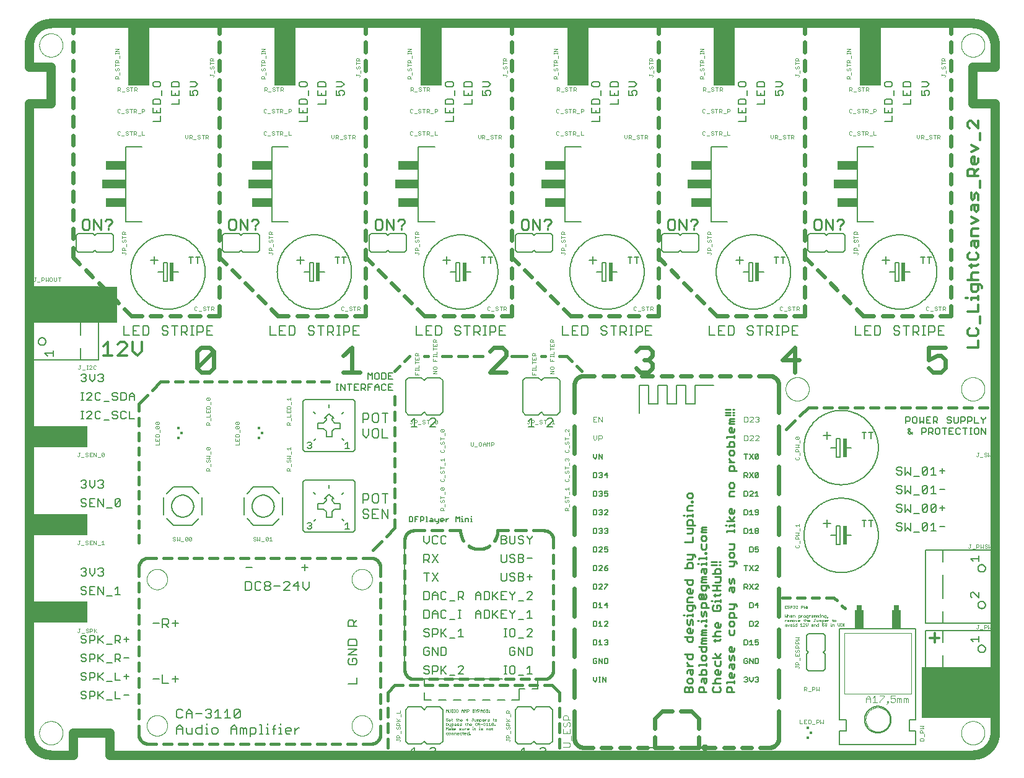
<source format=gto>
G75*
%MOIN*%
%OFA0B0*%
%FSLAX25Y25*%
%IPPOS*%
%LPD*%
%AMOC8*
5,1,8,0,0,1.08239X$1,22.5*
%
%ADD10C,0.00400*%
%ADD11C,0.00600*%
%ADD12C,0.01300*%
%ADD13C,0.02400*%
%ADD14C,0.00800*%
%ADD15R,0.11811X0.33465*%
%ADD16C,0.01000*%
%ADD17C,0.05000*%
%ADD18C,0.00000*%
%ADD19C,0.01600*%
%ADD20C,0.00900*%
%ADD21R,0.39370X0.27559*%
%ADD22R,0.31496X0.11811*%
%ADD23R,0.47244X0.19685*%
%ADD24C,0.00200*%
%ADD25R,0.01673X0.01280*%
%ADD26R,0.01378X0.01378*%
%ADD27C,0.03200*%
%ADD28C,0.00300*%
%ADD29C,0.00500*%
%ADD30R,0.10660X0.05016*%
%ADD31R,0.12505X0.05016*%
%ADD32R,0.02000X0.10000*%
%ADD33R,0.03000X0.02500*%
%ADD34R,0.05000X0.10000*%
D10*
X0033243Y0069681D02*
X0033577Y0069681D01*
X0033910Y0070015D01*
X0033910Y0071683D01*
X0033577Y0071683D02*
X0034244Y0071683D01*
X0032910Y0070015D02*
X0033243Y0069681D01*
X0035120Y0069347D02*
X0036454Y0069347D01*
X0037329Y0070015D02*
X0037663Y0069681D01*
X0038330Y0069681D01*
X0038664Y0070015D01*
X0038664Y0070348D01*
X0038330Y0070682D01*
X0037663Y0070682D01*
X0037329Y0071016D01*
X0037329Y0071349D01*
X0037663Y0071683D01*
X0038330Y0071683D01*
X0038664Y0071349D01*
X0039539Y0071683D02*
X0040540Y0071683D01*
X0040874Y0071349D01*
X0040874Y0070682D01*
X0040540Y0070348D01*
X0039539Y0070348D01*
X0039539Y0069681D02*
X0039539Y0071683D01*
X0041749Y0071683D02*
X0041749Y0069681D01*
X0041749Y0070348D02*
X0043084Y0071683D01*
X0042083Y0070682D02*
X0043084Y0069681D01*
X0043718Y0116592D02*
X0045052Y0116592D01*
X0045928Y0116925D02*
X0047262Y0116925D01*
X0046595Y0116925D02*
X0046595Y0118927D01*
X0045928Y0118260D01*
X0042842Y0118927D02*
X0042842Y0116925D01*
X0041508Y0118927D01*
X0041508Y0116925D01*
X0040632Y0116925D02*
X0039298Y0116925D01*
X0039298Y0118927D01*
X0040632Y0118927D01*
X0039965Y0117926D02*
X0039298Y0117926D01*
X0038422Y0117592D02*
X0038422Y0117259D01*
X0038089Y0116925D01*
X0037422Y0116925D01*
X0037088Y0117259D01*
X0037422Y0117926D02*
X0037088Y0118260D01*
X0037088Y0118593D01*
X0037422Y0118927D01*
X0038089Y0118927D01*
X0038422Y0118593D01*
X0038089Y0117926D02*
X0038422Y0117592D01*
X0038089Y0117926D02*
X0037422Y0117926D01*
X0036213Y0116592D02*
X0034878Y0116592D01*
X0033669Y0117259D02*
X0033669Y0118927D01*
X0033335Y0118927D02*
X0034003Y0118927D01*
X0033669Y0117259D02*
X0033335Y0116925D01*
X0033002Y0116925D01*
X0032668Y0117259D01*
X0084091Y0119227D02*
X0084424Y0118894D01*
X0085092Y0118894D01*
X0085425Y0119227D01*
X0085425Y0119561D01*
X0085092Y0119895D01*
X0084424Y0119895D01*
X0084091Y0120228D01*
X0084091Y0120562D01*
X0084424Y0120895D01*
X0085092Y0120895D01*
X0085425Y0120562D01*
X0086301Y0120895D02*
X0086301Y0118894D01*
X0086968Y0119561D01*
X0087635Y0118894D01*
X0087635Y0120895D01*
X0088510Y0118560D02*
X0089845Y0118560D01*
X0090720Y0119227D02*
X0092055Y0120562D01*
X0092055Y0119227D01*
X0091721Y0118894D01*
X0091054Y0118894D01*
X0090720Y0119227D01*
X0090720Y0120562D01*
X0091054Y0120895D01*
X0091721Y0120895D01*
X0092055Y0120562D01*
X0092930Y0120562D02*
X0093264Y0120895D01*
X0093931Y0120895D01*
X0094265Y0120562D01*
X0092930Y0119227D01*
X0093264Y0118894D01*
X0093931Y0118894D01*
X0094265Y0119227D01*
X0094265Y0120562D01*
X0092930Y0120562D02*
X0092930Y0119227D01*
X0127398Y0119227D02*
X0127731Y0118894D01*
X0128399Y0118894D01*
X0128732Y0119227D01*
X0128732Y0119561D01*
X0128399Y0119895D01*
X0127731Y0119895D01*
X0127398Y0120228D01*
X0127398Y0120562D01*
X0127731Y0120895D01*
X0128399Y0120895D01*
X0128732Y0120562D01*
X0129608Y0120895D02*
X0129608Y0118894D01*
X0130275Y0119561D01*
X0130942Y0118894D01*
X0130942Y0120895D01*
X0131818Y0118560D02*
X0133152Y0118560D01*
X0134027Y0119227D02*
X0135362Y0120562D01*
X0135362Y0119227D01*
X0135028Y0118894D01*
X0134361Y0118894D01*
X0134027Y0119227D01*
X0134027Y0120562D01*
X0134361Y0120895D01*
X0135028Y0120895D01*
X0135362Y0120562D01*
X0136237Y0120228D02*
X0136905Y0120895D01*
X0136905Y0118894D01*
X0137572Y0118894D02*
X0136237Y0118894D01*
X0145500Y0156771D02*
X0145500Y0157772D01*
X0145834Y0158106D01*
X0146501Y0158106D01*
X0146835Y0157772D01*
X0146835Y0156771D01*
X0147502Y0156771D02*
X0145500Y0156771D01*
X0146835Y0157438D02*
X0147502Y0158106D01*
X0147836Y0158981D02*
X0147836Y0160315D01*
X0147168Y0161191D02*
X0147502Y0161524D01*
X0147502Y0162192D01*
X0147168Y0162525D01*
X0146835Y0162525D01*
X0146501Y0162192D01*
X0146501Y0161524D01*
X0146168Y0161191D01*
X0145834Y0161191D01*
X0145500Y0161524D01*
X0145500Y0162192D01*
X0145834Y0162525D01*
X0145500Y0163401D02*
X0147502Y0163401D01*
X0146835Y0164068D01*
X0147502Y0164735D01*
X0145500Y0164735D01*
X0147836Y0165611D02*
X0147836Y0166945D01*
X0147502Y0167821D02*
X0147502Y0169155D01*
X0147502Y0168488D02*
X0145500Y0168488D01*
X0146168Y0167821D01*
X0146835Y0181257D02*
X0146835Y0182258D01*
X0146501Y0182591D01*
X0145834Y0182591D01*
X0145500Y0182258D01*
X0145500Y0181257D01*
X0147502Y0181257D01*
X0146835Y0181924D02*
X0147502Y0182591D01*
X0147836Y0183467D02*
X0147836Y0184801D01*
X0147502Y0185676D02*
X0147502Y0187011D01*
X0147502Y0187886D02*
X0147502Y0189221D01*
X0147502Y0190096D02*
X0147502Y0191097D01*
X0147168Y0191431D01*
X0145834Y0191431D01*
X0145500Y0191097D01*
X0145500Y0190096D01*
X0147502Y0190096D01*
X0146501Y0188554D02*
X0146501Y0187886D01*
X0145500Y0187886D02*
X0147502Y0187886D01*
X0145500Y0187886D02*
X0145500Y0189221D01*
X0145500Y0185676D02*
X0147502Y0185676D01*
X0147836Y0192306D02*
X0147836Y0193641D01*
X0147502Y0194516D02*
X0147502Y0195850D01*
X0147502Y0195183D02*
X0145500Y0195183D01*
X0146168Y0194516D01*
X0119943Y0182601D02*
X0119943Y0181934D01*
X0119609Y0181600D01*
X0118275Y0182935D01*
X0119609Y0182935D01*
X0119943Y0182601D01*
X0119609Y0181600D02*
X0118275Y0181600D01*
X0117941Y0181934D01*
X0117941Y0182601D01*
X0118275Y0182935D01*
X0118275Y0180725D02*
X0119609Y0179390D01*
X0119943Y0179724D01*
X0119943Y0180391D01*
X0119609Y0180725D01*
X0118275Y0180725D01*
X0117941Y0180391D01*
X0117941Y0179724D01*
X0118275Y0179390D01*
X0119609Y0179390D01*
X0120277Y0178515D02*
X0120277Y0177180D01*
X0119609Y0176305D02*
X0118275Y0176305D01*
X0117941Y0175971D01*
X0117941Y0174970D01*
X0119943Y0174970D01*
X0119943Y0175971D01*
X0119609Y0176305D01*
X0119943Y0174095D02*
X0119943Y0172761D01*
X0117941Y0172761D01*
X0117941Y0174095D01*
X0118942Y0173428D02*
X0118942Y0172761D01*
X0119943Y0171885D02*
X0119943Y0170551D01*
X0117941Y0170551D01*
X0104195Y0168821D02*
X0104195Y0168154D01*
X0103861Y0167821D01*
X0102527Y0169155D01*
X0103861Y0169155D01*
X0104195Y0168821D01*
X0103861Y0167821D02*
X0102527Y0167821D01*
X0102193Y0168154D01*
X0102193Y0168821D01*
X0102527Y0169155D01*
X0104529Y0166945D02*
X0104529Y0165611D01*
X0104195Y0164735D02*
X0102193Y0164735D01*
X0102193Y0163401D02*
X0104195Y0163401D01*
X0103528Y0164068D01*
X0104195Y0164735D01*
X0103861Y0162525D02*
X0104195Y0162192D01*
X0104195Y0161524D01*
X0103861Y0161191D01*
X0103194Y0161524D02*
X0103194Y0162192D01*
X0103528Y0162525D01*
X0103861Y0162525D01*
X0103194Y0161524D02*
X0102861Y0161191D01*
X0102527Y0161191D01*
X0102193Y0161524D01*
X0102193Y0162192D01*
X0102527Y0162525D01*
X0104529Y0160315D02*
X0104529Y0158981D01*
X0104195Y0158106D02*
X0103528Y0157438D01*
X0103528Y0157772D02*
X0103528Y0156771D01*
X0104195Y0156771D02*
X0102193Y0156771D01*
X0102193Y0157772D01*
X0102527Y0158106D01*
X0103194Y0158106D01*
X0103528Y0157772D01*
X0076636Y0170551D02*
X0076636Y0171885D01*
X0076636Y0172761D02*
X0074634Y0172761D01*
X0074634Y0174095D01*
X0074634Y0174970D02*
X0074634Y0175971D01*
X0074968Y0176305D01*
X0076302Y0176305D01*
X0076636Y0175971D01*
X0076636Y0174970D01*
X0074634Y0174970D01*
X0075635Y0173428D02*
X0075635Y0172761D01*
X0076636Y0172761D02*
X0076636Y0174095D01*
X0076970Y0177180D02*
X0076970Y0178515D01*
X0076302Y0179390D02*
X0074968Y0180725D01*
X0076302Y0180725D01*
X0076636Y0180391D01*
X0076636Y0179724D01*
X0076302Y0179390D01*
X0074968Y0179390D01*
X0074634Y0179724D01*
X0074634Y0180391D01*
X0074968Y0180725D01*
X0074968Y0181600D02*
X0074634Y0181934D01*
X0074634Y0182601D01*
X0074968Y0182935D01*
X0076302Y0181600D01*
X0076636Y0181934D01*
X0076636Y0182601D01*
X0076302Y0182935D01*
X0074968Y0182935D01*
X0074968Y0181600D02*
X0076302Y0181600D01*
X0076636Y0170551D02*
X0074634Y0170551D01*
X0047262Y0165837D02*
X0045928Y0164503D01*
X0046261Y0164169D01*
X0046928Y0164169D01*
X0047262Y0164503D01*
X0047262Y0165837D01*
X0046928Y0166171D01*
X0046261Y0166171D01*
X0045928Y0165837D01*
X0045928Y0164503D01*
X0045052Y0163836D02*
X0043718Y0163836D01*
X0042842Y0164169D02*
X0042842Y0166171D01*
X0041508Y0166171D02*
X0041508Y0164169D01*
X0040632Y0164169D02*
X0039298Y0164169D01*
X0039298Y0166171D01*
X0040632Y0166171D01*
X0041508Y0166171D02*
X0042842Y0164169D01*
X0039965Y0165170D02*
X0039298Y0165170D01*
X0038422Y0164837D02*
X0038422Y0164503D01*
X0038089Y0164169D01*
X0037422Y0164169D01*
X0037088Y0164503D01*
X0037422Y0165170D02*
X0037088Y0165504D01*
X0037088Y0165837D01*
X0037422Y0166171D01*
X0038089Y0166171D01*
X0038422Y0165837D01*
X0038089Y0165170D02*
X0038422Y0164837D01*
X0038089Y0165170D02*
X0037422Y0165170D01*
X0036213Y0163836D02*
X0034878Y0163836D01*
X0033669Y0164503D02*
X0033335Y0164169D01*
X0033002Y0164169D01*
X0032668Y0164503D01*
X0033669Y0164503D02*
X0033669Y0166171D01*
X0033335Y0166171D02*
X0034003Y0166171D01*
X0035488Y0211080D02*
X0036822Y0211080D01*
X0037698Y0211413D02*
X0038365Y0211413D01*
X0038031Y0211413D02*
X0038031Y0213415D01*
X0037698Y0213415D02*
X0038365Y0213415D01*
X0039171Y0213081D02*
X0039505Y0213415D01*
X0040172Y0213415D01*
X0040505Y0213081D01*
X0040505Y0212748D01*
X0039171Y0211413D01*
X0040505Y0211413D01*
X0041381Y0211747D02*
X0041714Y0211413D01*
X0042382Y0211413D01*
X0042715Y0211747D01*
X0041381Y0211747D02*
X0041381Y0213081D01*
X0041714Y0213415D01*
X0042382Y0213415D01*
X0042715Y0213081D01*
X0034612Y0213415D02*
X0033945Y0213415D01*
X0034279Y0213415D02*
X0034279Y0211747D01*
X0033945Y0211413D01*
X0033612Y0211413D01*
X0033278Y0211747D01*
X0095902Y0243243D02*
X0096235Y0242909D01*
X0096903Y0242909D01*
X0097236Y0243243D01*
X0098112Y0242576D02*
X0099446Y0242576D01*
X0100322Y0243243D02*
X0100655Y0242909D01*
X0101322Y0242909D01*
X0101656Y0243243D01*
X0101656Y0243577D01*
X0101322Y0243910D01*
X0100655Y0243910D01*
X0100322Y0244244D01*
X0100322Y0244578D01*
X0100655Y0244911D01*
X0101322Y0244911D01*
X0101656Y0244578D01*
X0102531Y0244911D02*
X0103866Y0244911D01*
X0103199Y0244911D02*
X0103199Y0242909D01*
X0104741Y0242909D02*
X0104741Y0244911D01*
X0105742Y0244911D01*
X0106076Y0244578D01*
X0106076Y0243910D01*
X0105742Y0243577D01*
X0104741Y0243577D01*
X0105409Y0243577D02*
X0106076Y0242909D01*
X0097236Y0244578D02*
X0096903Y0244911D01*
X0096235Y0244911D01*
X0095902Y0244578D01*
X0095902Y0243243D01*
X0058919Y0273246D02*
X0058586Y0272913D01*
X0058919Y0273246D02*
X0058919Y0273580D01*
X0058586Y0273914D01*
X0056918Y0273914D01*
X0056918Y0274247D02*
X0056918Y0273580D01*
X0056918Y0275123D02*
X0056918Y0276124D01*
X0057251Y0276457D01*
X0057919Y0276457D01*
X0058252Y0276124D01*
X0058252Y0275123D01*
X0058919Y0275123D02*
X0056918Y0275123D01*
X0059253Y0277333D02*
X0059253Y0278667D01*
X0058586Y0279542D02*
X0058919Y0279876D01*
X0058919Y0280543D01*
X0058586Y0280877D01*
X0058252Y0280877D01*
X0057919Y0280543D01*
X0057919Y0279876D01*
X0057585Y0279542D01*
X0057251Y0279542D01*
X0056918Y0279876D01*
X0056918Y0280543D01*
X0057251Y0280877D01*
X0056918Y0281752D02*
X0056918Y0283087D01*
X0056918Y0282420D02*
X0058919Y0282420D01*
X0058919Y0283962D02*
X0056918Y0283962D01*
X0056918Y0284963D01*
X0057251Y0285297D01*
X0057919Y0285297D01*
X0058252Y0284963D01*
X0058252Y0283962D01*
X0058252Y0284629D02*
X0058919Y0285297D01*
X0023640Y0260659D02*
X0022305Y0260659D01*
X0022973Y0260659D02*
X0022973Y0258657D01*
X0021430Y0258991D02*
X0021430Y0260659D01*
X0020096Y0260659D02*
X0020096Y0258991D01*
X0020429Y0258657D01*
X0021096Y0258657D01*
X0021430Y0258991D01*
X0019220Y0258991D02*
X0019220Y0260326D01*
X0018887Y0260659D01*
X0018219Y0260659D01*
X0017886Y0260326D01*
X0017886Y0258991D01*
X0018219Y0258657D01*
X0018887Y0258657D01*
X0019220Y0258991D01*
X0017010Y0258657D02*
X0017010Y0260659D01*
X0015676Y0260659D02*
X0015676Y0258657D01*
X0016343Y0259325D01*
X0017010Y0258657D01*
X0014800Y0259658D02*
X0014467Y0259325D01*
X0013466Y0259325D01*
X0013466Y0258657D02*
X0013466Y0260659D01*
X0014467Y0260659D01*
X0014800Y0260326D01*
X0014800Y0259658D01*
X0012591Y0258324D02*
X0011256Y0258324D01*
X0010047Y0258991D02*
X0010047Y0260659D01*
X0009713Y0260659D02*
X0010381Y0260659D01*
X0010047Y0258991D02*
X0009713Y0258657D01*
X0009380Y0258657D01*
X0009046Y0258991D01*
X0102193Y0195517D02*
X0102527Y0195850D01*
X0103861Y0194516D01*
X0104195Y0194850D01*
X0104195Y0195517D01*
X0103861Y0195850D01*
X0102527Y0195850D01*
X0102193Y0195517D02*
X0102193Y0194850D01*
X0102527Y0194516D01*
X0103861Y0194516D01*
X0104529Y0193641D02*
X0104529Y0192306D01*
X0103861Y0191431D02*
X0102527Y0191431D01*
X0102193Y0191097D01*
X0102193Y0190096D01*
X0104195Y0190096D01*
X0104195Y0191097D01*
X0103861Y0191431D01*
X0104195Y0189221D02*
X0104195Y0187886D01*
X0102193Y0187886D01*
X0102193Y0189221D01*
X0103194Y0188554D02*
X0103194Y0187886D01*
X0104195Y0187011D02*
X0104195Y0185676D01*
X0102193Y0185676D01*
X0104529Y0184801D02*
X0104529Y0183467D01*
X0104195Y0182591D02*
X0103528Y0181924D01*
X0103528Y0182258D02*
X0103528Y0181257D01*
X0104195Y0181257D02*
X0102193Y0181257D01*
X0102193Y0182258D01*
X0102527Y0182591D01*
X0103194Y0182591D01*
X0103528Y0182258D01*
X0174642Y0243243D02*
X0174976Y0242909D01*
X0175643Y0242909D01*
X0175976Y0243243D01*
X0176852Y0242576D02*
X0178186Y0242576D01*
X0179062Y0243243D02*
X0179395Y0242909D01*
X0180063Y0242909D01*
X0180396Y0243243D01*
X0180396Y0243577D01*
X0180063Y0243910D01*
X0179395Y0243910D01*
X0179062Y0244244D01*
X0179062Y0244578D01*
X0179395Y0244911D01*
X0180063Y0244911D01*
X0180396Y0244578D01*
X0181272Y0244911D02*
X0182606Y0244911D01*
X0181939Y0244911D02*
X0181939Y0242909D01*
X0183481Y0242909D02*
X0183481Y0244911D01*
X0184482Y0244911D01*
X0184816Y0244578D01*
X0184816Y0243910D01*
X0184482Y0243577D01*
X0183481Y0243577D01*
X0184149Y0243577D02*
X0184816Y0242909D01*
X0175976Y0244578D02*
X0175643Y0244911D01*
X0174976Y0244911D01*
X0174642Y0244578D01*
X0174642Y0243243D01*
X0214398Y0219634D02*
X0214732Y0219968D01*
X0215399Y0219968D01*
X0215732Y0219634D01*
X0215732Y0218633D01*
X0215732Y0219301D02*
X0216400Y0219968D01*
X0216400Y0218633D02*
X0214398Y0218633D01*
X0214398Y0219634D01*
X0214398Y0217758D02*
X0214398Y0216423D01*
X0216400Y0216423D01*
X0216400Y0217758D01*
X0215399Y0217091D02*
X0215399Y0216423D01*
X0214398Y0215548D02*
X0214398Y0214214D01*
X0214398Y0214881D02*
X0216400Y0214881D01*
X0216400Y0213338D02*
X0216400Y0212004D01*
X0214398Y0212004D01*
X0214398Y0211198D02*
X0214398Y0210530D01*
X0214398Y0210864D02*
X0216400Y0210864D01*
X0216400Y0210530D02*
X0216400Y0211198D01*
X0215399Y0208988D02*
X0215399Y0208321D01*
X0216400Y0208321D02*
X0214398Y0208321D01*
X0214398Y0209655D01*
X0224241Y0210277D02*
X0226242Y0210277D01*
X0224241Y0208943D01*
X0226242Y0208943D01*
X0225909Y0211153D02*
X0226242Y0211486D01*
X0226242Y0212153D01*
X0225909Y0212487D01*
X0224574Y0212487D01*
X0224241Y0212153D01*
X0224241Y0211486D01*
X0224574Y0211153D01*
X0225909Y0211153D01*
X0226242Y0215572D02*
X0224241Y0215572D01*
X0224241Y0216907D01*
X0224241Y0217782D02*
X0224241Y0218449D01*
X0224241Y0218116D02*
X0226242Y0218116D01*
X0226242Y0218449D02*
X0226242Y0217782D01*
X0226242Y0219255D02*
X0226242Y0220590D01*
X0226242Y0219255D02*
X0224241Y0219255D01*
X0224241Y0221465D02*
X0224241Y0222800D01*
X0224241Y0222133D02*
X0226242Y0222133D01*
X0226242Y0223675D02*
X0226242Y0225010D01*
X0226242Y0225885D02*
X0224241Y0225885D01*
X0224241Y0226886D01*
X0224574Y0227220D01*
X0225241Y0227220D01*
X0225575Y0226886D01*
X0225575Y0225885D01*
X0225575Y0226552D02*
X0226242Y0227220D01*
X0224241Y0225010D02*
X0224241Y0223675D01*
X0226242Y0223675D01*
X0225241Y0223675D02*
X0225241Y0224342D01*
X0225241Y0216240D02*
X0225241Y0215572D01*
X0253382Y0243243D02*
X0253716Y0242909D01*
X0254383Y0242909D01*
X0254717Y0243243D01*
X0255592Y0242576D02*
X0256926Y0242576D01*
X0257802Y0243243D02*
X0258135Y0242909D01*
X0258803Y0242909D01*
X0259136Y0243243D01*
X0259136Y0243577D01*
X0258803Y0243910D01*
X0258135Y0243910D01*
X0257802Y0244244D01*
X0257802Y0244578D01*
X0258135Y0244911D01*
X0258803Y0244911D01*
X0259136Y0244578D01*
X0260012Y0244911D02*
X0261346Y0244911D01*
X0260679Y0244911D02*
X0260679Y0242909D01*
X0262222Y0242909D02*
X0262222Y0244911D01*
X0263222Y0244911D01*
X0263556Y0244578D01*
X0263556Y0243910D01*
X0263222Y0243577D01*
X0262222Y0243577D01*
X0262889Y0243577D02*
X0263556Y0242909D01*
X0254717Y0244578D02*
X0254383Y0244911D01*
X0253716Y0244911D01*
X0253382Y0244578D01*
X0253382Y0243243D01*
X0277390Y0219634D02*
X0277724Y0219968D01*
X0278391Y0219968D01*
X0278725Y0219634D01*
X0278725Y0218633D01*
X0279392Y0218633D02*
X0277390Y0218633D01*
X0277390Y0219634D01*
X0278725Y0219301D02*
X0279392Y0219968D01*
X0279392Y0217758D02*
X0279392Y0216423D01*
X0277390Y0216423D01*
X0277390Y0217758D01*
X0278391Y0217091D02*
X0278391Y0216423D01*
X0277390Y0215548D02*
X0277390Y0214214D01*
X0277390Y0214881D02*
X0279392Y0214881D01*
X0279392Y0213338D02*
X0279392Y0212004D01*
X0277390Y0212004D01*
X0277390Y0211198D02*
X0277390Y0210530D01*
X0277390Y0210864D02*
X0279392Y0210864D01*
X0279392Y0210530D02*
X0279392Y0211198D01*
X0278391Y0208988D02*
X0278391Y0208321D01*
X0279392Y0208321D02*
X0277390Y0208321D01*
X0277390Y0209655D01*
X0287233Y0210277D02*
X0289234Y0210277D01*
X0287233Y0208943D01*
X0289234Y0208943D01*
X0288901Y0211153D02*
X0289234Y0211486D01*
X0289234Y0212153D01*
X0288901Y0212487D01*
X0287566Y0212487D01*
X0287233Y0212153D01*
X0287233Y0211486D01*
X0287566Y0211153D01*
X0288901Y0211153D01*
X0289234Y0215572D02*
X0287233Y0215572D01*
X0287233Y0216907D01*
X0287233Y0217782D02*
X0287233Y0218449D01*
X0287233Y0218116D02*
X0289234Y0218116D01*
X0289234Y0218449D02*
X0289234Y0217782D01*
X0289234Y0219255D02*
X0289234Y0220590D01*
X0289234Y0219255D02*
X0287233Y0219255D01*
X0287233Y0221465D02*
X0287233Y0222800D01*
X0287233Y0222133D02*
X0289234Y0222133D01*
X0289234Y0223675D02*
X0289234Y0225010D01*
X0289234Y0225885D02*
X0287233Y0225885D01*
X0287233Y0226886D01*
X0287566Y0227220D01*
X0288234Y0227220D01*
X0288567Y0226886D01*
X0288567Y0225885D01*
X0288567Y0226552D02*
X0289234Y0227220D01*
X0287233Y0225010D02*
X0287233Y0223675D01*
X0289234Y0223675D01*
X0288234Y0223675D02*
X0288234Y0224342D01*
X0288234Y0216240D02*
X0288234Y0215572D01*
X0288721Y0183888D02*
X0288054Y0183220D01*
X0288721Y0183888D02*
X0288721Y0181886D01*
X0288054Y0181886D02*
X0289388Y0181886D01*
X0287178Y0181552D02*
X0285844Y0181552D01*
X0284301Y0181886D02*
X0284301Y0183888D01*
X0283634Y0183888D02*
X0284968Y0183888D01*
X0282758Y0183554D02*
X0282425Y0183888D01*
X0281757Y0183888D01*
X0281424Y0183554D01*
X0281424Y0183220D01*
X0281757Y0182887D01*
X0282425Y0182887D01*
X0282758Y0182553D01*
X0282758Y0182219D01*
X0282425Y0181886D01*
X0281757Y0181886D01*
X0281424Y0182219D01*
X0280548Y0181552D02*
X0279214Y0181552D01*
X0278005Y0182553D02*
X0277004Y0182553D01*
X0277004Y0181886D02*
X0277004Y0183888D01*
X0278005Y0183888D01*
X0278339Y0183554D01*
X0278339Y0182887D01*
X0278005Y0182553D01*
X0275795Y0182219D02*
X0275795Y0183888D01*
X0275461Y0183888D02*
X0276129Y0183888D01*
X0275795Y0182219D02*
X0275461Y0181886D01*
X0275128Y0181886D01*
X0274794Y0182219D01*
X0256787Y0171743D02*
X0256787Y0171076D01*
X0256453Y0170742D01*
X0255453Y0170742D01*
X0255453Y0170075D02*
X0255453Y0172077D01*
X0256453Y0172077D01*
X0256787Y0171743D01*
X0254577Y0172077D02*
X0254577Y0170075D01*
X0253243Y0170075D02*
X0253243Y0172077D01*
X0253910Y0171409D01*
X0254577Y0172077D01*
X0252367Y0171409D02*
X0252367Y0170075D01*
X0252367Y0171076D02*
X0251033Y0171076D01*
X0251033Y0171409D02*
X0251700Y0172077D01*
X0252367Y0171409D01*
X0251033Y0171409D02*
X0251033Y0170075D01*
X0250157Y0170408D02*
X0250157Y0171743D01*
X0249824Y0172077D01*
X0249156Y0172077D01*
X0248823Y0171743D01*
X0248823Y0170408D01*
X0249156Y0170075D01*
X0249824Y0170075D01*
X0250157Y0170408D01*
X0247947Y0169741D02*
X0246613Y0169741D01*
X0245738Y0170408D02*
X0245738Y0172077D01*
X0244403Y0172077D02*
X0244403Y0170408D01*
X0244737Y0170075D01*
X0245404Y0170075D01*
X0245738Y0170408D01*
X0230513Y0170158D02*
X0230513Y0168824D01*
X0229846Y0167948D02*
X0230179Y0167614D01*
X0230179Y0166947D01*
X0229846Y0166614D01*
X0228511Y0166614D01*
X0228178Y0166947D01*
X0228178Y0167614D01*
X0228511Y0167948D01*
X0228511Y0171033D02*
X0228845Y0171033D01*
X0229178Y0171367D01*
X0229178Y0172034D01*
X0229512Y0172368D01*
X0229846Y0172368D01*
X0230179Y0172034D01*
X0230179Y0171367D01*
X0229846Y0171033D01*
X0228511Y0171033D02*
X0228178Y0171367D01*
X0228178Y0172034D01*
X0228511Y0172368D01*
X0228178Y0173243D02*
X0228178Y0174578D01*
X0228178Y0173911D02*
X0230179Y0173911D01*
X0230513Y0175453D02*
X0230513Y0176788D01*
X0229846Y0177663D02*
X0228511Y0178998D01*
X0229846Y0178998D01*
X0230179Y0178664D01*
X0230179Y0177997D01*
X0229846Y0177663D01*
X0228511Y0177663D01*
X0228178Y0177997D01*
X0228178Y0178664D01*
X0228511Y0178998D01*
X0226062Y0181886D02*
X0225395Y0181886D01*
X0225061Y0182219D01*
X0226396Y0183554D01*
X0226396Y0182219D01*
X0226062Y0181886D01*
X0225061Y0182219D02*
X0225061Y0183554D01*
X0225395Y0183888D01*
X0226062Y0183888D01*
X0226396Y0183554D01*
X0224186Y0181552D02*
X0222852Y0181552D01*
X0221309Y0181886D02*
X0221309Y0183888D01*
X0220642Y0183888D02*
X0221976Y0183888D01*
X0219766Y0183554D02*
X0219433Y0183888D01*
X0218765Y0183888D01*
X0218432Y0183554D01*
X0218432Y0183220D01*
X0218765Y0182887D01*
X0219433Y0182887D01*
X0219766Y0182553D01*
X0219766Y0182219D01*
X0219433Y0181886D01*
X0218765Y0181886D01*
X0218432Y0182219D01*
X0217556Y0181552D02*
X0216222Y0181552D01*
X0215013Y0182553D02*
X0214012Y0182553D01*
X0214012Y0181886D02*
X0214012Y0183888D01*
X0215013Y0183888D01*
X0215346Y0183554D01*
X0215346Y0182887D01*
X0215013Y0182553D01*
X0212803Y0182219D02*
X0212803Y0183888D01*
X0212469Y0183888D02*
X0213137Y0183888D01*
X0212803Y0182219D02*
X0212469Y0181886D01*
X0212136Y0181886D01*
X0211802Y0182219D01*
X0228178Y0162582D02*
X0230179Y0162582D01*
X0230179Y0161915D02*
X0230179Y0163249D01*
X0228845Y0161915D02*
X0228178Y0162582D01*
X0230513Y0161040D02*
X0230513Y0159705D01*
X0230179Y0158162D02*
X0228178Y0158162D01*
X0228178Y0157495D02*
X0228178Y0158830D01*
X0228511Y0156620D02*
X0228178Y0156286D01*
X0228178Y0155619D01*
X0228511Y0155285D01*
X0228845Y0155285D01*
X0229178Y0155619D01*
X0229178Y0156286D01*
X0229512Y0156620D01*
X0229846Y0156620D01*
X0230179Y0156286D01*
X0230179Y0155619D01*
X0229846Y0155285D01*
X0230513Y0154410D02*
X0230513Y0153075D01*
X0229846Y0152200D02*
X0230179Y0151866D01*
X0230179Y0151199D01*
X0229846Y0150866D01*
X0228511Y0150866D01*
X0228178Y0151199D01*
X0228178Y0151866D01*
X0228511Y0152200D01*
X0228511Y0147501D02*
X0229846Y0146167D01*
X0230179Y0146501D01*
X0230179Y0147168D01*
X0229846Y0147501D01*
X0228511Y0147501D01*
X0228178Y0147168D01*
X0228178Y0146501D01*
X0228511Y0146167D01*
X0229846Y0146167D01*
X0230513Y0145292D02*
X0230513Y0143957D01*
X0230179Y0142414D02*
X0228178Y0142414D01*
X0228178Y0141747D02*
X0228178Y0143082D01*
X0228511Y0140872D02*
X0228178Y0140538D01*
X0228178Y0139871D01*
X0228511Y0139537D01*
X0228845Y0139537D01*
X0229178Y0139871D01*
X0229178Y0140538D01*
X0229512Y0140872D01*
X0229846Y0140872D01*
X0230179Y0140538D01*
X0230179Y0139871D01*
X0229846Y0139537D01*
X0230513Y0138662D02*
X0230513Y0137327D01*
X0230179Y0136452D02*
X0229512Y0135785D01*
X0229512Y0136118D02*
X0229512Y0135118D01*
X0230179Y0135118D02*
X0228178Y0135118D01*
X0228178Y0136118D01*
X0228511Y0136452D01*
X0229178Y0136452D01*
X0229512Y0136118D01*
X0295107Y0136118D02*
X0295440Y0136452D01*
X0296108Y0136452D01*
X0296441Y0136118D01*
X0296441Y0135118D01*
X0296441Y0135785D02*
X0297108Y0136452D01*
X0297442Y0137327D02*
X0297442Y0138662D01*
X0296775Y0139537D02*
X0297108Y0139871D01*
X0297108Y0140538D01*
X0296775Y0140872D01*
X0296441Y0140872D01*
X0296108Y0140538D01*
X0296108Y0139871D01*
X0295774Y0139537D01*
X0295440Y0139537D01*
X0295107Y0139871D01*
X0295107Y0140538D01*
X0295440Y0140872D01*
X0295107Y0141747D02*
X0295107Y0143082D01*
X0295107Y0142414D02*
X0297108Y0142414D01*
X0297442Y0143957D02*
X0297442Y0145292D01*
X0297108Y0146167D02*
X0297108Y0147501D01*
X0297108Y0146834D02*
X0295107Y0146834D01*
X0295774Y0146167D01*
X0295440Y0150866D02*
X0296775Y0150866D01*
X0297108Y0151199D01*
X0297108Y0151866D01*
X0296775Y0152200D01*
X0297442Y0153075D02*
X0297442Y0154410D01*
X0296775Y0155285D02*
X0297108Y0155619D01*
X0297108Y0156286D01*
X0296775Y0156620D01*
X0296441Y0156620D01*
X0296108Y0156286D01*
X0296108Y0155619D01*
X0295774Y0155285D01*
X0295440Y0155285D01*
X0295107Y0155619D01*
X0295107Y0156286D01*
X0295440Y0156620D01*
X0295107Y0157495D02*
X0295107Y0158830D01*
X0295107Y0158162D02*
X0297108Y0158162D01*
X0297442Y0159705D02*
X0297442Y0161040D01*
X0296775Y0161915D02*
X0297108Y0162249D01*
X0297108Y0162916D01*
X0296775Y0163249D01*
X0296441Y0163249D01*
X0296108Y0162916D01*
X0296108Y0162582D01*
X0296108Y0162916D02*
X0295774Y0163249D01*
X0295440Y0163249D01*
X0295107Y0162916D01*
X0295107Y0162249D01*
X0295440Y0161915D01*
X0295440Y0166614D02*
X0296775Y0166614D01*
X0297108Y0166947D01*
X0297108Y0167614D01*
X0296775Y0167948D01*
X0297442Y0168824D02*
X0297442Y0170158D01*
X0296775Y0171033D02*
X0297108Y0171367D01*
X0297108Y0172034D01*
X0296775Y0172368D01*
X0296441Y0172368D01*
X0296108Y0172034D01*
X0296108Y0171367D01*
X0295774Y0171033D01*
X0295440Y0171033D01*
X0295107Y0171367D01*
X0295107Y0172034D01*
X0295440Y0172368D01*
X0295107Y0173243D02*
X0295107Y0174578D01*
X0295107Y0173911D02*
X0297108Y0173911D01*
X0297442Y0175453D02*
X0297442Y0176788D01*
X0297108Y0177663D02*
X0295774Y0178998D01*
X0295440Y0178998D01*
X0295107Y0178664D01*
X0295107Y0177997D01*
X0295440Y0177663D01*
X0297108Y0177663D02*
X0297108Y0178998D01*
X0295440Y0167948D02*
X0295107Y0167614D01*
X0295107Y0166947D01*
X0295440Y0166614D01*
X0295440Y0152200D02*
X0295107Y0151866D01*
X0295107Y0151199D01*
X0295440Y0150866D01*
X0295107Y0136118D02*
X0295107Y0135118D01*
X0297108Y0135118D01*
X0419122Y0127149D02*
X0421124Y0127149D01*
X0421124Y0126482D02*
X0421124Y0127816D01*
X0419790Y0126482D02*
X0419122Y0127149D01*
X0421458Y0125607D02*
X0421458Y0124272D01*
X0421124Y0123397D02*
X0419122Y0123397D01*
X0419122Y0122062D02*
X0421124Y0122062D01*
X0420457Y0122729D01*
X0421124Y0123397D01*
X0420123Y0121187D02*
X0420457Y0120853D01*
X0420457Y0119852D01*
X0421124Y0119852D02*
X0419122Y0119852D01*
X0419122Y0120853D01*
X0419456Y0121187D01*
X0420123Y0121187D01*
X0421458Y0118977D02*
X0421458Y0117642D01*
X0420791Y0116767D02*
X0421124Y0116433D01*
X0421124Y0115766D01*
X0420791Y0115433D01*
X0419456Y0115433D01*
X0419122Y0115766D01*
X0419122Y0116433D01*
X0419456Y0116767D01*
X0419456Y0162677D02*
X0420791Y0162677D01*
X0421124Y0163010D01*
X0421124Y0163677D01*
X0420791Y0164011D01*
X0421458Y0164887D02*
X0421458Y0166221D01*
X0421124Y0167096D02*
X0419122Y0167096D01*
X0419122Y0168097D01*
X0419456Y0168431D01*
X0420123Y0168431D01*
X0420457Y0168097D01*
X0420457Y0167096D01*
X0421124Y0169306D02*
X0420457Y0169974D01*
X0421124Y0170641D01*
X0419122Y0170641D01*
X0419122Y0169306D02*
X0421124Y0169306D01*
X0421458Y0171516D02*
X0421458Y0172851D01*
X0420791Y0173726D02*
X0419456Y0175061D01*
X0420791Y0175061D01*
X0421124Y0174727D01*
X0421124Y0174060D01*
X0420791Y0173726D01*
X0419456Y0173726D01*
X0419122Y0174060D01*
X0419122Y0174727D01*
X0419456Y0175061D01*
X0419456Y0164011D02*
X0419122Y0163677D01*
X0419122Y0163010D01*
X0419456Y0162677D01*
X0512787Y0116958D02*
X0513454Y0116958D01*
X0513120Y0116958D02*
X0513120Y0115290D01*
X0512787Y0114957D01*
X0512453Y0114957D01*
X0512120Y0115290D01*
X0514330Y0114623D02*
X0515664Y0114623D01*
X0516539Y0114957D02*
X0516539Y0116958D01*
X0517540Y0116958D01*
X0517874Y0116625D01*
X0517874Y0115958D01*
X0517540Y0115624D01*
X0516539Y0115624D01*
X0518749Y0114957D02*
X0518749Y0116958D01*
X0520084Y0116958D02*
X0520084Y0114957D01*
X0519417Y0115624D01*
X0518749Y0114957D01*
X0520959Y0115290D02*
X0521293Y0114957D01*
X0521960Y0114957D01*
X0522294Y0115290D01*
X0522294Y0115624D01*
X0521960Y0115958D01*
X0521293Y0115958D01*
X0520959Y0116291D01*
X0520959Y0116625D01*
X0521293Y0116958D01*
X0521960Y0116958D01*
X0522294Y0116625D01*
X0523169Y0116958D02*
X0523169Y0114957D01*
X0523836Y0115624D01*
X0524504Y0114957D01*
X0524504Y0116958D01*
X0524262Y0073651D02*
X0524262Y0071650D01*
X0523595Y0072317D01*
X0522928Y0071650D01*
X0522928Y0073651D01*
X0522052Y0073318D02*
X0522052Y0072650D01*
X0521719Y0072317D01*
X0520718Y0072317D01*
X0520718Y0071650D02*
X0520718Y0073651D01*
X0521719Y0073651D01*
X0522052Y0073318D01*
X0519842Y0071316D02*
X0518508Y0071316D01*
X0517299Y0071983D02*
X0517299Y0073651D01*
X0516965Y0073651D02*
X0517633Y0073651D01*
X0517299Y0071983D02*
X0516965Y0071650D01*
X0516632Y0071650D01*
X0516298Y0071983D01*
X0479292Y0034379D02*
X0479875Y0033796D01*
X0479875Y0032044D01*
X0478708Y0032044D02*
X0478708Y0033796D01*
X0479292Y0034379D01*
X0478708Y0033796D02*
X0478124Y0034379D01*
X0477540Y0034379D01*
X0477540Y0032044D01*
X0476284Y0032044D02*
X0476284Y0033796D01*
X0475701Y0034379D01*
X0475117Y0033796D01*
X0475117Y0032044D01*
X0473949Y0032044D02*
X0473949Y0034379D01*
X0474533Y0034379D01*
X0475117Y0033796D01*
X0472693Y0033796D02*
X0472693Y0032628D01*
X0472109Y0032044D01*
X0470942Y0032044D01*
X0470358Y0032628D01*
X0470358Y0033796D02*
X0471526Y0034379D01*
X0472109Y0034379D01*
X0472693Y0033796D01*
X0472693Y0035547D02*
X0470358Y0035547D01*
X0470358Y0033796D01*
X0469132Y0032628D02*
X0469132Y0032044D01*
X0468548Y0032044D01*
X0468548Y0032628D01*
X0469132Y0032628D01*
X0469132Y0032044D02*
X0467964Y0030876D01*
X0464373Y0032044D02*
X0464373Y0032628D01*
X0466708Y0034963D01*
X0466708Y0035547D01*
X0464373Y0035547D01*
X0461949Y0035547D02*
X0461949Y0032044D01*
X0460782Y0032044D02*
X0463117Y0032044D01*
X0460782Y0034379D02*
X0461949Y0035547D01*
X0459526Y0034379D02*
X0459526Y0032044D01*
X0459526Y0033796D02*
X0457191Y0033796D01*
X0457191Y0034379D02*
X0458358Y0035547D01*
X0459526Y0034379D01*
X0457191Y0034379D02*
X0457191Y0032044D01*
X0433952Y0022470D02*
X0433952Y0020469D01*
X0433285Y0021136D01*
X0432618Y0020469D01*
X0432618Y0022470D01*
X0431742Y0022137D02*
X0431742Y0021469D01*
X0431409Y0021136D01*
X0430408Y0021136D01*
X0430408Y0020469D02*
X0430408Y0022470D01*
X0431409Y0022470D01*
X0431742Y0022137D01*
X0429533Y0020135D02*
X0428198Y0020135D01*
X0427323Y0020802D02*
X0427323Y0022137D01*
X0426989Y0022470D01*
X0425988Y0022470D01*
X0425988Y0020469D01*
X0426989Y0020469D01*
X0427323Y0020802D01*
X0425113Y0020469D02*
X0423778Y0020469D01*
X0423778Y0022470D01*
X0425113Y0022470D01*
X0424446Y0021469D02*
X0423778Y0021469D01*
X0422903Y0020469D02*
X0421568Y0020469D01*
X0421568Y0022470D01*
X0423778Y0038185D02*
X0423778Y0040187D01*
X0424779Y0040187D01*
X0425113Y0039853D01*
X0425113Y0039186D01*
X0424779Y0038852D01*
X0423778Y0038852D01*
X0424446Y0038852D02*
X0425113Y0038185D01*
X0425988Y0037851D02*
X0427323Y0037851D01*
X0428198Y0038185D02*
X0428198Y0040187D01*
X0429199Y0040187D01*
X0429533Y0039853D01*
X0429533Y0039186D01*
X0429199Y0038852D01*
X0428198Y0038852D01*
X0430408Y0038185D02*
X0431075Y0038852D01*
X0431742Y0038185D01*
X0431742Y0040187D01*
X0430408Y0040187D02*
X0430408Y0038185D01*
X0420791Y0050231D02*
X0421124Y0050564D01*
X0421124Y0050898D01*
X0420791Y0051231D01*
X0419122Y0051231D01*
X0419122Y0050898D02*
X0419122Y0051565D01*
X0419122Y0052440D02*
X0419122Y0053441D01*
X0419456Y0053775D01*
X0420123Y0053775D01*
X0420457Y0053441D01*
X0420457Y0052440D01*
X0421124Y0052440D02*
X0419122Y0052440D01*
X0421458Y0054650D02*
X0421458Y0055985D01*
X0421124Y0056860D02*
X0421124Y0058195D01*
X0420791Y0059070D02*
X0421124Y0059404D01*
X0421124Y0060071D01*
X0420791Y0060405D01*
X0420457Y0060405D01*
X0420123Y0060071D01*
X0420123Y0059404D01*
X0419790Y0059070D01*
X0419456Y0059070D01*
X0419122Y0059404D01*
X0419122Y0060071D01*
X0419456Y0060405D01*
X0419122Y0061280D02*
X0419122Y0062281D01*
X0419456Y0062614D01*
X0420123Y0062614D01*
X0420457Y0062281D01*
X0420457Y0061280D01*
X0421124Y0061280D02*
X0419122Y0061280D01*
X0419122Y0063490D02*
X0419122Y0064491D01*
X0419456Y0064824D01*
X0420123Y0064824D01*
X0420457Y0064491D01*
X0420457Y0063490D01*
X0421124Y0063490D02*
X0419122Y0063490D01*
X0419122Y0065700D02*
X0421124Y0065700D01*
X0420457Y0066367D01*
X0421124Y0067034D01*
X0419122Y0067034D01*
X0419122Y0058195D02*
X0419122Y0056860D01*
X0421124Y0056860D01*
X0420123Y0056860D02*
X0420123Y0057527D01*
X0486052Y0019307D02*
X0488053Y0019307D01*
X0487386Y0018640D01*
X0488053Y0017973D01*
X0486052Y0017973D01*
X0486385Y0017097D02*
X0486052Y0016764D01*
X0486052Y0015763D01*
X0488053Y0015763D01*
X0487386Y0015763D02*
X0487386Y0016764D01*
X0487052Y0017097D01*
X0486385Y0017097D01*
X0488387Y0014888D02*
X0488387Y0013553D01*
X0487720Y0012678D02*
X0486385Y0012678D01*
X0486052Y0012344D01*
X0486052Y0011343D01*
X0488053Y0011343D01*
X0488053Y0012344D01*
X0487720Y0012678D01*
X0516632Y0164169D02*
X0516965Y0164169D01*
X0517299Y0164503D01*
X0517299Y0166171D01*
X0516965Y0166171D02*
X0517633Y0166171D01*
X0516298Y0164503D02*
X0516632Y0164169D01*
X0518508Y0163836D02*
X0519842Y0163836D01*
X0520718Y0164503D02*
X0521051Y0164169D01*
X0521719Y0164169D01*
X0522052Y0164503D01*
X0522052Y0164837D01*
X0521719Y0165170D01*
X0521051Y0165170D01*
X0520718Y0165504D01*
X0520718Y0165837D01*
X0521051Y0166171D01*
X0521719Y0166171D01*
X0522052Y0165837D01*
X0522928Y0166171D02*
X0522928Y0164169D01*
X0523595Y0164837D01*
X0524262Y0164169D01*
X0524262Y0166171D01*
X0499777Y0242909D02*
X0499109Y0243577D01*
X0499443Y0243577D02*
X0498442Y0243577D01*
X0498442Y0242909D02*
X0498442Y0244911D01*
X0499443Y0244911D01*
X0499777Y0244578D01*
X0499777Y0243910D01*
X0499443Y0243577D01*
X0497567Y0244911D02*
X0496232Y0244911D01*
X0496899Y0244911D02*
X0496899Y0242909D01*
X0495357Y0243243D02*
X0495023Y0242909D01*
X0494356Y0242909D01*
X0494022Y0243243D01*
X0494356Y0243910D02*
X0495023Y0243910D01*
X0495357Y0243577D01*
X0495357Y0243243D01*
X0494356Y0243910D02*
X0494022Y0244244D01*
X0494022Y0244578D01*
X0494356Y0244911D01*
X0495023Y0244911D01*
X0495357Y0244578D01*
X0493147Y0242576D02*
X0491812Y0242576D01*
X0490937Y0243243D02*
X0490603Y0242909D01*
X0489936Y0242909D01*
X0489603Y0243243D01*
X0489603Y0244578D01*
X0489936Y0244911D01*
X0490603Y0244911D01*
X0490937Y0244578D01*
X0452620Y0273246D02*
X0452620Y0273580D01*
X0452287Y0273914D01*
X0450618Y0273914D01*
X0450618Y0274247D02*
X0450618Y0273580D01*
X0450618Y0275123D02*
X0450618Y0276124D01*
X0450952Y0276457D01*
X0451619Y0276457D01*
X0451953Y0276124D01*
X0451953Y0275123D01*
X0452620Y0275123D02*
X0450618Y0275123D01*
X0452620Y0273246D02*
X0452287Y0272913D01*
X0452954Y0277333D02*
X0452954Y0278667D01*
X0452287Y0279542D02*
X0452620Y0279876D01*
X0452620Y0280543D01*
X0452287Y0280877D01*
X0451953Y0280877D01*
X0451619Y0280543D01*
X0451619Y0279876D01*
X0451286Y0279542D01*
X0450952Y0279542D01*
X0450618Y0279876D01*
X0450618Y0280543D01*
X0450952Y0280877D01*
X0450618Y0281752D02*
X0450618Y0283087D01*
X0450618Y0282420D02*
X0452620Y0282420D01*
X0452620Y0283962D02*
X0450618Y0283962D01*
X0450618Y0284963D01*
X0450952Y0285297D01*
X0451619Y0285297D01*
X0451953Y0284963D01*
X0451953Y0283962D01*
X0451953Y0284629D02*
X0452620Y0285297D01*
X0420703Y0244911D02*
X0421036Y0244578D01*
X0421036Y0243910D01*
X0420703Y0243577D01*
X0419702Y0243577D01*
X0420369Y0243577D02*
X0421036Y0242909D01*
X0419702Y0242909D02*
X0419702Y0244911D01*
X0420703Y0244911D01*
X0418827Y0244911D02*
X0417492Y0244911D01*
X0418159Y0244911D02*
X0418159Y0242909D01*
X0416617Y0243243D02*
X0416283Y0242909D01*
X0415616Y0242909D01*
X0415282Y0243243D01*
X0415616Y0243910D02*
X0416283Y0243910D01*
X0416617Y0243577D01*
X0416617Y0243243D01*
X0415616Y0243910D02*
X0415282Y0244244D01*
X0415282Y0244578D01*
X0415616Y0244911D01*
X0416283Y0244911D01*
X0416617Y0244578D01*
X0414407Y0242576D02*
X0413072Y0242576D01*
X0412197Y0243243D02*
X0411863Y0242909D01*
X0411196Y0242909D01*
X0410862Y0243243D01*
X0410862Y0244578D01*
X0411196Y0244911D01*
X0411863Y0244911D01*
X0412197Y0244578D01*
X0373880Y0273246D02*
X0373880Y0273580D01*
X0373546Y0273914D01*
X0371878Y0273914D01*
X0371878Y0274247D02*
X0371878Y0273580D01*
X0371878Y0275123D02*
X0371878Y0276124D01*
X0372212Y0276457D01*
X0372879Y0276457D01*
X0373213Y0276124D01*
X0373213Y0275123D01*
X0373880Y0275123D02*
X0371878Y0275123D01*
X0373880Y0273246D02*
X0373546Y0272913D01*
X0374214Y0277333D02*
X0374214Y0278667D01*
X0373546Y0279542D02*
X0373880Y0279876D01*
X0373880Y0280543D01*
X0373546Y0280877D01*
X0373213Y0280877D01*
X0372879Y0280543D01*
X0372879Y0279876D01*
X0372546Y0279542D01*
X0372212Y0279542D01*
X0371878Y0279876D01*
X0371878Y0280543D01*
X0372212Y0280877D01*
X0371878Y0281752D02*
X0371878Y0283087D01*
X0371878Y0282420D02*
X0373880Y0282420D01*
X0373880Y0283962D02*
X0371878Y0283962D01*
X0371878Y0284963D01*
X0372212Y0285297D01*
X0372879Y0285297D01*
X0373213Y0284963D01*
X0373213Y0283962D01*
X0373213Y0284629D02*
X0373880Y0285297D01*
X0341963Y0244911D02*
X0340962Y0244911D01*
X0340962Y0242909D01*
X0340962Y0243577D02*
X0341963Y0243577D01*
X0342296Y0243910D01*
X0342296Y0244578D01*
X0341963Y0244911D01*
X0341629Y0243577D02*
X0342296Y0242909D01*
X0339419Y0242909D02*
X0339419Y0244911D01*
X0338752Y0244911D02*
X0340086Y0244911D01*
X0337876Y0244578D02*
X0337543Y0244911D01*
X0336876Y0244911D01*
X0336542Y0244578D01*
X0336542Y0244244D01*
X0336876Y0243910D01*
X0337543Y0243910D01*
X0337876Y0243577D01*
X0337876Y0243243D01*
X0337543Y0242909D01*
X0336876Y0242909D01*
X0336542Y0243243D01*
X0335667Y0242576D02*
X0334332Y0242576D01*
X0333457Y0243243D02*
X0333123Y0242909D01*
X0332456Y0242909D01*
X0332122Y0243243D01*
X0332122Y0244578D01*
X0332456Y0244911D01*
X0333123Y0244911D01*
X0333457Y0244578D01*
X0295140Y0273246D02*
X0295140Y0273580D01*
X0294806Y0273914D01*
X0293138Y0273914D01*
X0293138Y0274247D02*
X0293138Y0273580D01*
X0293138Y0275123D02*
X0293138Y0276124D01*
X0293472Y0276457D01*
X0294139Y0276457D01*
X0294473Y0276124D01*
X0294473Y0275123D01*
X0295140Y0275123D02*
X0293138Y0275123D01*
X0295140Y0273246D02*
X0294806Y0272913D01*
X0295473Y0277333D02*
X0295473Y0278667D01*
X0294806Y0279542D02*
X0295140Y0279876D01*
X0295140Y0280543D01*
X0294806Y0280877D01*
X0294473Y0280877D01*
X0294139Y0280543D01*
X0294139Y0279876D01*
X0293805Y0279542D01*
X0293472Y0279542D01*
X0293138Y0279876D01*
X0293138Y0280543D01*
X0293472Y0280877D01*
X0293138Y0281752D02*
X0293138Y0283087D01*
X0293138Y0282420D02*
X0295140Y0282420D01*
X0295140Y0283962D02*
X0293138Y0283962D01*
X0293138Y0284963D01*
X0293472Y0285297D01*
X0294139Y0285297D01*
X0294473Y0284963D01*
X0294473Y0283962D01*
X0294473Y0284629D02*
X0295140Y0285297D01*
X0327748Y0335429D02*
X0328415Y0336096D01*
X0328415Y0337431D01*
X0329290Y0337431D02*
X0330291Y0337431D01*
X0330625Y0337097D01*
X0330625Y0336430D01*
X0330291Y0336096D01*
X0329290Y0336096D01*
X0329290Y0335429D02*
X0329290Y0337431D01*
X0329957Y0336096D02*
X0330625Y0335429D01*
X0331500Y0335096D02*
X0332835Y0335096D01*
X0333710Y0335763D02*
X0334044Y0335429D01*
X0334711Y0335429D01*
X0335044Y0335763D01*
X0335044Y0336096D01*
X0334711Y0336430D01*
X0334044Y0336430D01*
X0333710Y0336764D01*
X0333710Y0337097D01*
X0334044Y0337431D01*
X0334711Y0337431D01*
X0335044Y0337097D01*
X0335920Y0337431D02*
X0337254Y0337431D01*
X0336587Y0337431D02*
X0336587Y0335429D01*
X0338130Y0335429D02*
X0338130Y0337431D01*
X0339131Y0337431D01*
X0339464Y0337097D01*
X0339464Y0336430D01*
X0339131Y0336096D01*
X0338130Y0336096D01*
X0338797Y0336096D02*
X0339464Y0335429D01*
X0327748Y0335429D02*
X0327080Y0336096D01*
X0327080Y0337431D01*
X0305136Y0337398D02*
X0303802Y0337398D01*
X0303802Y0339399D01*
X0302926Y0337064D02*
X0301592Y0337064D01*
X0300716Y0337398D02*
X0300049Y0338065D01*
X0300383Y0338065D02*
X0299382Y0338065D01*
X0299382Y0337398D02*
X0299382Y0339399D01*
X0300383Y0339399D01*
X0300716Y0339066D01*
X0300716Y0338398D01*
X0300383Y0338065D01*
X0298506Y0339399D02*
X0297172Y0339399D01*
X0297839Y0339399D02*
X0297839Y0337398D01*
X0296296Y0337731D02*
X0295963Y0337398D01*
X0295296Y0337398D01*
X0294962Y0337731D01*
X0295296Y0338398D02*
X0295963Y0338398D01*
X0296296Y0338065D01*
X0296296Y0337731D01*
X0295296Y0338398D02*
X0294962Y0338732D01*
X0294962Y0339066D01*
X0295296Y0339399D01*
X0295963Y0339399D01*
X0296296Y0339066D01*
X0294087Y0337064D02*
X0292752Y0337064D01*
X0291877Y0337731D02*
X0291543Y0337398D01*
X0290876Y0337398D01*
X0290542Y0337731D01*
X0290542Y0339066D01*
X0290876Y0339399D01*
X0291543Y0339399D01*
X0291877Y0339066D01*
X0292752Y0348875D02*
X0294087Y0348875D01*
X0294962Y0349542D02*
X0295296Y0349209D01*
X0295963Y0349209D01*
X0296296Y0349542D01*
X0296296Y0349876D01*
X0295963Y0350210D01*
X0295296Y0350210D01*
X0294962Y0350543D01*
X0294962Y0350877D01*
X0295296Y0351210D01*
X0295963Y0351210D01*
X0296296Y0350877D01*
X0297172Y0351210D02*
X0298506Y0351210D01*
X0297839Y0351210D02*
X0297839Y0349209D01*
X0299382Y0349209D02*
X0299382Y0351210D01*
X0300383Y0351210D01*
X0300716Y0350877D01*
X0300716Y0350210D01*
X0300383Y0349876D01*
X0299382Y0349876D01*
X0300049Y0349876D02*
X0300716Y0349209D01*
X0301592Y0348875D02*
X0302926Y0348875D01*
X0303802Y0349209D02*
X0303802Y0351210D01*
X0304802Y0351210D01*
X0305136Y0350877D01*
X0305136Y0350210D01*
X0304802Y0349876D01*
X0303802Y0349876D01*
X0291877Y0349542D02*
X0291543Y0349209D01*
X0290876Y0349209D01*
X0290542Y0349542D01*
X0290542Y0350877D01*
X0290876Y0351210D01*
X0291543Y0351210D01*
X0291877Y0350877D01*
X0292994Y0360686D02*
X0294328Y0360686D01*
X0295203Y0361353D02*
X0295537Y0361020D01*
X0296204Y0361020D01*
X0296538Y0361353D01*
X0296538Y0361687D01*
X0296204Y0362021D01*
X0295537Y0362021D01*
X0295203Y0362354D01*
X0295203Y0362688D01*
X0295537Y0363021D01*
X0296204Y0363021D01*
X0296538Y0362688D01*
X0297413Y0363021D02*
X0298748Y0363021D01*
X0298081Y0363021D02*
X0298081Y0361020D01*
X0299623Y0361020D02*
X0299623Y0363021D01*
X0300624Y0363021D01*
X0300958Y0362688D01*
X0300958Y0362021D01*
X0300624Y0361687D01*
X0299623Y0361687D01*
X0300290Y0361687D02*
X0300958Y0361020D01*
X0292118Y0361020D02*
X0291451Y0361687D01*
X0291784Y0361687D02*
X0290784Y0361687D01*
X0290784Y0361020D02*
X0290784Y0363021D01*
X0291784Y0363021D01*
X0292118Y0362688D01*
X0292118Y0362021D01*
X0291784Y0361687D01*
X0291203Y0367528D02*
X0289201Y0367528D01*
X0289201Y0368529D01*
X0289535Y0368862D01*
X0290202Y0368862D01*
X0290536Y0368529D01*
X0290536Y0367528D01*
X0290536Y0368195D02*
X0291203Y0368862D01*
X0291536Y0369738D02*
X0291536Y0371072D01*
X0290869Y0371948D02*
X0291203Y0372281D01*
X0291203Y0372949D01*
X0290869Y0373282D01*
X0290536Y0373282D01*
X0290202Y0372949D01*
X0290202Y0372281D01*
X0289868Y0371948D01*
X0289535Y0371948D01*
X0289201Y0372281D01*
X0289201Y0372949D01*
X0289535Y0373282D01*
X0289201Y0374158D02*
X0289201Y0375492D01*
X0289201Y0374825D02*
X0291203Y0374825D01*
X0291203Y0376367D02*
X0289201Y0376367D01*
X0289201Y0377368D01*
X0289535Y0377702D01*
X0290202Y0377702D01*
X0290536Y0377368D01*
X0290536Y0376367D01*
X0290536Y0377035D02*
X0291203Y0377702D01*
X0291536Y0378577D02*
X0291536Y0379912D01*
X0291203Y0380787D02*
X0291203Y0381454D01*
X0291203Y0381121D02*
X0289201Y0381121D01*
X0289201Y0381454D02*
X0289201Y0380787D01*
X0289201Y0382261D02*
X0291203Y0383595D01*
X0289201Y0383595D01*
X0289201Y0382261D02*
X0291203Y0382261D01*
X0263644Y0378680D02*
X0262977Y0378013D01*
X0262977Y0378346D02*
X0262977Y0377346D01*
X0263644Y0377346D02*
X0261642Y0377346D01*
X0261642Y0378346D01*
X0261976Y0378680D01*
X0262643Y0378680D01*
X0262977Y0378346D01*
X0261642Y0376470D02*
X0261642Y0375136D01*
X0261642Y0375803D02*
X0263644Y0375803D01*
X0263310Y0374260D02*
X0263644Y0373927D01*
X0263644Y0373259D01*
X0263310Y0372926D01*
X0262643Y0373259D02*
X0262643Y0373927D01*
X0262977Y0374260D01*
X0263310Y0374260D01*
X0262643Y0373259D02*
X0262309Y0372926D01*
X0261976Y0372926D01*
X0261642Y0373259D01*
X0261642Y0373927D01*
X0261976Y0374260D01*
X0263977Y0372050D02*
X0263977Y0370716D01*
X0263310Y0369507D02*
X0261642Y0369507D01*
X0261642Y0369840D02*
X0261642Y0369173D01*
X0263310Y0369507D02*
X0263644Y0369173D01*
X0263644Y0368840D01*
X0263310Y0368506D01*
X0260390Y0337431D02*
X0260724Y0337097D01*
X0260724Y0336430D01*
X0260390Y0336096D01*
X0259390Y0336096D01*
X0260057Y0336096D02*
X0260724Y0335429D01*
X0259390Y0335429D02*
X0259390Y0337431D01*
X0260390Y0337431D01*
X0258514Y0337431D02*
X0257180Y0337431D01*
X0257847Y0337431D02*
X0257847Y0335429D01*
X0256304Y0335763D02*
X0255971Y0335429D01*
X0255303Y0335429D01*
X0254970Y0335763D01*
X0255303Y0336430D02*
X0255971Y0336430D01*
X0256304Y0336096D01*
X0256304Y0335763D01*
X0255303Y0336430D02*
X0254970Y0336764D01*
X0254970Y0337097D01*
X0255303Y0337431D01*
X0255971Y0337431D01*
X0256304Y0337097D01*
X0254094Y0335096D02*
X0252760Y0335096D01*
X0251884Y0335429D02*
X0251217Y0336096D01*
X0251551Y0336096D02*
X0250550Y0336096D01*
X0250550Y0335429D02*
X0250550Y0337431D01*
X0251551Y0337431D01*
X0251884Y0337097D01*
X0251884Y0336430D01*
X0251551Y0336096D01*
X0249675Y0336096D02*
X0249675Y0337431D01*
X0249675Y0336096D02*
X0249007Y0335429D01*
X0248340Y0336096D01*
X0248340Y0337431D01*
X0226396Y0337398D02*
X0225061Y0337398D01*
X0225061Y0339399D01*
X0224186Y0337064D02*
X0222852Y0337064D01*
X0221976Y0337398D02*
X0221309Y0338065D01*
X0221642Y0338065D02*
X0220642Y0338065D01*
X0220642Y0337398D02*
X0220642Y0339399D01*
X0221642Y0339399D01*
X0221976Y0339066D01*
X0221976Y0338398D01*
X0221642Y0338065D01*
X0219766Y0339399D02*
X0218432Y0339399D01*
X0219099Y0339399D02*
X0219099Y0337398D01*
X0217556Y0337731D02*
X0217223Y0337398D01*
X0216555Y0337398D01*
X0216222Y0337731D01*
X0216555Y0338398D02*
X0217223Y0338398D01*
X0217556Y0338065D01*
X0217556Y0337731D01*
X0216555Y0338398D02*
X0216222Y0338732D01*
X0216222Y0339066D01*
X0216555Y0339399D01*
X0217223Y0339399D01*
X0217556Y0339066D01*
X0215346Y0337064D02*
X0214012Y0337064D01*
X0213137Y0337731D02*
X0212803Y0337398D01*
X0212136Y0337398D01*
X0211802Y0337731D01*
X0211802Y0339066D01*
X0212136Y0339399D01*
X0212803Y0339399D01*
X0213137Y0339066D01*
X0214012Y0348875D02*
X0215346Y0348875D01*
X0216222Y0349542D02*
X0216555Y0349209D01*
X0217223Y0349209D01*
X0217556Y0349542D01*
X0217556Y0349876D01*
X0217223Y0350210D01*
X0216555Y0350210D01*
X0216222Y0350543D01*
X0216222Y0350877D01*
X0216555Y0351210D01*
X0217223Y0351210D01*
X0217556Y0350877D01*
X0218432Y0351210D02*
X0219766Y0351210D01*
X0219099Y0351210D02*
X0219099Y0349209D01*
X0220642Y0349209D02*
X0220642Y0351210D01*
X0221642Y0351210D01*
X0221976Y0350877D01*
X0221976Y0350210D01*
X0221642Y0349876D01*
X0220642Y0349876D01*
X0221309Y0349876D02*
X0221976Y0349209D01*
X0222852Y0348875D02*
X0224186Y0348875D01*
X0225061Y0349209D02*
X0225061Y0351210D01*
X0226062Y0351210D01*
X0226396Y0350877D01*
X0226396Y0350210D01*
X0226062Y0349876D01*
X0225061Y0349876D01*
X0215588Y0360686D02*
X0214253Y0360686D01*
X0213378Y0361020D02*
X0212711Y0361687D01*
X0213044Y0361687D02*
X0212043Y0361687D01*
X0212043Y0361020D02*
X0212043Y0363021D01*
X0213044Y0363021D01*
X0213378Y0362688D01*
X0213378Y0362021D01*
X0213044Y0361687D01*
X0216463Y0361353D02*
X0216797Y0361020D01*
X0217464Y0361020D01*
X0217798Y0361353D01*
X0217798Y0361687D01*
X0217464Y0362021D01*
X0216797Y0362021D01*
X0216463Y0362354D01*
X0216463Y0362688D01*
X0216797Y0363021D01*
X0217464Y0363021D01*
X0217798Y0362688D01*
X0218673Y0363021D02*
X0220008Y0363021D01*
X0219340Y0363021D02*
X0219340Y0361020D01*
X0220883Y0361020D02*
X0220883Y0363021D01*
X0221884Y0363021D01*
X0222217Y0362688D01*
X0222217Y0362021D01*
X0221884Y0361687D01*
X0220883Y0361687D01*
X0221550Y0361687D02*
X0222217Y0361020D01*
X0212463Y0367528D02*
X0210461Y0367528D01*
X0210461Y0368529D01*
X0210795Y0368862D01*
X0211462Y0368862D01*
X0211795Y0368529D01*
X0211795Y0367528D01*
X0211795Y0368195D02*
X0212463Y0368862D01*
X0212796Y0369738D02*
X0212796Y0371072D01*
X0212129Y0371948D02*
X0212463Y0372281D01*
X0212463Y0372949D01*
X0212129Y0373282D01*
X0211795Y0373282D01*
X0211462Y0372949D01*
X0211462Y0372281D01*
X0211128Y0371948D01*
X0210795Y0371948D01*
X0210461Y0372281D01*
X0210461Y0372949D01*
X0210795Y0373282D01*
X0210461Y0374158D02*
X0210461Y0375492D01*
X0210461Y0374825D02*
X0212463Y0374825D01*
X0212463Y0376367D02*
X0210461Y0376367D01*
X0210461Y0377368D01*
X0210795Y0377702D01*
X0211462Y0377702D01*
X0211795Y0377368D01*
X0211795Y0376367D01*
X0211795Y0377035D02*
X0212463Y0377702D01*
X0212796Y0378577D02*
X0212796Y0379912D01*
X0212463Y0380787D02*
X0212463Y0381454D01*
X0212463Y0381121D02*
X0210461Y0381121D01*
X0210461Y0381454D02*
X0210461Y0380787D01*
X0210461Y0382261D02*
X0212463Y0383595D01*
X0210461Y0383595D01*
X0210461Y0382261D02*
X0212463Y0382261D01*
X0184904Y0378680D02*
X0184236Y0378013D01*
X0184236Y0378346D02*
X0184236Y0377346D01*
X0184904Y0377346D02*
X0182902Y0377346D01*
X0182902Y0378346D01*
X0183236Y0378680D01*
X0183903Y0378680D01*
X0184236Y0378346D01*
X0182902Y0376470D02*
X0182902Y0375136D01*
X0182902Y0375803D02*
X0184904Y0375803D01*
X0184570Y0374260D02*
X0184904Y0373927D01*
X0184904Y0373259D01*
X0184570Y0372926D01*
X0183903Y0373259D02*
X0183903Y0373927D01*
X0184236Y0374260D01*
X0184570Y0374260D01*
X0183903Y0373259D02*
X0183569Y0372926D01*
X0183236Y0372926D01*
X0182902Y0373259D01*
X0182902Y0373927D01*
X0183236Y0374260D01*
X0185237Y0372050D02*
X0185237Y0370716D01*
X0184570Y0369507D02*
X0182902Y0369507D01*
X0182902Y0369840D02*
X0182902Y0369173D01*
X0184570Y0369507D02*
X0184904Y0369173D01*
X0184904Y0368840D01*
X0184570Y0368506D01*
X0211802Y0350877D02*
X0211802Y0349542D01*
X0212136Y0349209D01*
X0212803Y0349209D01*
X0213137Y0349542D01*
X0213137Y0350877D02*
X0212803Y0351210D01*
X0212136Y0351210D01*
X0211802Y0350877D01*
X0181984Y0337097D02*
X0181984Y0336430D01*
X0181650Y0336096D01*
X0180649Y0336096D01*
X0180649Y0335429D02*
X0180649Y0337431D01*
X0181650Y0337431D01*
X0181984Y0337097D01*
X0181317Y0336096D02*
X0181984Y0335429D01*
X0179107Y0335429D02*
X0179107Y0337431D01*
X0179774Y0337431D02*
X0178439Y0337431D01*
X0177564Y0337097D02*
X0177230Y0337431D01*
X0176563Y0337431D01*
X0176230Y0337097D01*
X0176230Y0336764D01*
X0176563Y0336430D01*
X0177230Y0336430D01*
X0177564Y0336096D01*
X0177564Y0335763D01*
X0177230Y0335429D01*
X0176563Y0335429D01*
X0176230Y0335763D01*
X0175354Y0335096D02*
X0174020Y0335096D01*
X0173144Y0335429D02*
X0172477Y0336096D01*
X0172811Y0336096D02*
X0171810Y0336096D01*
X0171810Y0335429D02*
X0171810Y0337431D01*
X0172811Y0337431D01*
X0173144Y0337097D01*
X0173144Y0336430D01*
X0172811Y0336096D01*
X0170934Y0336096D02*
X0170934Y0337431D01*
X0169600Y0337431D02*
X0169600Y0336096D01*
X0170267Y0335429D01*
X0170934Y0336096D01*
X0147656Y0337398D02*
X0146321Y0337398D01*
X0146321Y0339399D01*
X0145446Y0337064D02*
X0144111Y0337064D01*
X0143236Y0337398D02*
X0142569Y0338065D01*
X0142902Y0338065D02*
X0141901Y0338065D01*
X0141901Y0337398D02*
X0141901Y0339399D01*
X0142902Y0339399D01*
X0143236Y0339066D01*
X0143236Y0338398D01*
X0142902Y0338065D01*
X0141026Y0339399D02*
X0139692Y0339399D01*
X0140359Y0339399D02*
X0140359Y0337398D01*
X0138816Y0337731D02*
X0138483Y0337398D01*
X0137815Y0337398D01*
X0137482Y0337731D01*
X0137815Y0338398D02*
X0138483Y0338398D01*
X0138816Y0338065D01*
X0138816Y0337731D01*
X0137815Y0338398D02*
X0137482Y0338732D01*
X0137482Y0339066D01*
X0137815Y0339399D01*
X0138483Y0339399D01*
X0138816Y0339066D01*
X0136606Y0337064D02*
X0135272Y0337064D01*
X0134396Y0337731D02*
X0134063Y0337398D01*
X0133396Y0337398D01*
X0133062Y0337731D01*
X0133062Y0339066D01*
X0133396Y0339399D01*
X0134063Y0339399D01*
X0134396Y0339066D01*
X0135272Y0348875D02*
X0136606Y0348875D01*
X0137482Y0349542D02*
X0137815Y0349209D01*
X0138483Y0349209D01*
X0138816Y0349542D01*
X0138816Y0349876D01*
X0138483Y0350210D01*
X0137815Y0350210D01*
X0137482Y0350543D01*
X0137482Y0350877D01*
X0137815Y0351210D01*
X0138483Y0351210D01*
X0138816Y0350877D01*
X0139692Y0351210D02*
X0141026Y0351210D01*
X0140359Y0351210D02*
X0140359Y0349209D01*
X0141901Y0349209D02*
X0141901Y0351210D01*
X0142902Y0351210D01*
X0143236Y0350877D01*
X0143236Y0350210D01*
X0142902Y0349876D01*
X0141901Y0349876D01*
X0142569Y0349876D02*
X0143236Y0349209D01*
X0144111Y0348875D02*
X0145446Y0348875D01*
X0146321Y0349209D02*
X0146321Y0351210D01*
X0147322Y0351210D01*
X0147656Y0350877D01*
X0147656Y0350210D01*
X0147322Y0349876D01*
X0146321Y0349876D01*
X0134396Y0349542D02*
X0134063Y0349209D01*
X0133396Y0349209D01*
X0133062Y0349542D01*
X0133062Y0350877D01*
X0133396Y0351210D01*
X0134063Y0351210D01*
X0134396Y0350877D01*
X0135513Y0360686D02*
X0136848Y0360686D01*
X0137723Y0361353D02*
X0138057Y0361020D01*
X0138724Y0361020D01*
X0139058Y0361353D01*
X0139058Y0361687D01*
X0138724Y0362021D01*
X0138057Y0362021D01*
X0137723Y0362354D01*
X0137723Y0362688D01*
X0138057Y0363021D01*
X0138724Y0363021D01*
X0139058Y0362688D01*
X0139933Y0363021D02*
X0141267Y0363021D01*
X0140600Y0363021D02*
X0140600Y0361020D01*
X0142143Y0361020D02*
X0142143Y0363021D01*
X0143144Y0363021D01*
X0143477Y0362688D01*
X0143477Y0362021D01*
X0143144Y0361687D01*
X0142143Y0361687D01*
X0142810Y0361687D02*
X0143477Y0361020D01*
X0134638Y0361020D02*
X0133971Y0361687D01*
X0134304Y0361687D02*
X0133303Y0361687D01*
X0133303Y0361020D02*
X0133303Y0363021D01*
X0134304Y0363021D01*
X0134638Y0362688D01*
X0134638Y0362021D01*
X0134304Y0361687D01*
X0133723Y0367528D02*
X0131721Y0367528D01*
X0131721Y0368529D01*
X0132054Y0368862D01*
X0132722Y0368862D01*
X0133055Y0368529D01*
X0133055Y0367528D01*
X0133055Y0368195D02*
X0133723Y0368862D01*
X0134056Y0369738D02*
X0134056Y0371072D01*
X0133389Y0371948D02*
X0133723Y0372281D01*
X0133723Y0372949D01*
X0133389Y0373282D01*
X0133055Y0373282D01*
X0132722Y0372949D01*
X0132722Y0372281D01*
X0132388Y0371948D01*
X0132054Y0371948D01*
X0131721Y0372281D01*
X0131721Y0372949D01*
X0132054Y0373282D01*
X0131721Y0374158D02*
X0131721Y0375492D01*
X0131721Y0374825D02*
X0133723Y0374825D01*
X0133723Y0376367D02*
X0131721Y0376367D01*
X0131721Y0377368D01*
X0132054Y0377702D01*
X0132722Y0377702D01*
X0133055Y0377368D01*
X0133055Y0376367D01*
X0133055Y0377035D02*
X0133723Y0377702D01*
X0134056Y0378577D02*
X0134056Y0379912D01*
X0133723Y0380787D02*
X0133723Y0381454D01*
X0133723Y0381121D02*
X0131721Y0381121D01*
X0131721Y0381454D02*
X0131721Y0380787D01*
X0131721Y0382261D02*
X0133723Y0383595D01*
X0131721Y0383595D01*
X0131721Y0382261D02*
X0133723Y0382261D01*
X0106163Y0378680D02*
X0105496Y0378013D01*
X0105496Y0378346D02*
X0105496Y0377346D01*
X0106163Y0377346D02*
X0104162Y0377346D01*
X0104162Y0378346D01*
X0104495Y0378680D01*
X0105163Y0378680D01*
X0105496Y0378346D01*
X0104162Y0376470D02*
X0104162Y0375136D01*
X0104162Y0375803D02*
X0106163Y0375803D01*
X0105830Y0374260D02*
X0106163Y0373927D01*
X0106163Y0373259D01*
X0105830Y0372926D01*
X0105163Y0373259D02*
X0105163Y0373927D01*
X0105496Y0374260D01*
X0105830Y0374260D01*
X0105163Y0373259D02*
X0104829Y0372926D01*
X0104495Y0372926D01*
X0104162Y0373259D01*
X0104162Y0373927D01*
X0104495Y0374260D01*
X0106497Y0372050D02*
X0106497Y0370716D01*
X0105830Y0369507D02*
X0104162Y0369507D01*
X0104162Y0369840D02*
X0104162Y0369173D01*
X0105830Y0369507D02*
X0106163Y0369173D01*
X0106163Y0368840D01*
X0105830Y0368506D01*
X0102910Y0337431D02*
X0103244Y0337097D01*
X0103244Y0336430D01*
X0102910Y0336096D01*
X0101909Y0336096D01*
X0101909Y0335429D02*
X0101909Y0337431D01*
X0102910Y0337431D01*
X0102576Y0336096D02*
X0103244Y0335429D01*
X0100367Y0335429D02*
X0100367Y0337431D01*
X0101034Y0337431D02*
X0099699Y0337431D01*
X0098824Y0337097D02*
X0098490Y0337431D01*
X0097823Y0337431D01*
X0097489Y0337097D01*
X0097489Y0336764D01*
X0097823Y0336430D01*
X0098490Y0336430D01*
X0098824Y0336096D01*
X0098824Y0335763D01*
X0098490Y0335429D01*
X0097823Y0335429D01*
X0097489Y0335763D01*
X0096614Y0335096D02*
X0095280Y0335096D01*
X0094404Y0335429D02*
X0093737Y0336096D01*
X0094071Y0336096D02*
X0093070Y0336096D01*
X0093070Y0335429D02*
X0093070Y0337431D01*
X0094071Y0337431D01*
X0094404Y0337097D01*
X0094404Y0336430D01*
X0094071Y0336096D01*
X0092194Y0336096D02*
X0092194Y0337431D01*
X0090860Y0337431D02*
X0090860Y0336096D01*
X0091527Y0335429D01*
X0092194Y0336096D01*
X0068916Y0337398D02*
X0067581Y0337398D01*
X0067581Y0339399D01*
X0066706Y0337064D02*
X0065371Y0337064D01*
X0064496Y0337398D02*
X0063829Y0338065D01*
X0064162Y0338065D02*
X0063161Y0338065D01*
X0063161Y0337398D02*
X0063161Y0339399D01*
X0064162Y0339399D01*
X0064496Y0339066D01*
X0064496Y0338398D01*
X0064162Y0338065D01*
X0062286Y0339399D02*
X0060951Y0339399D01*
X0061619Y0339399D02*
X0061619Y0337398D01*
X0060076Y0337731D02*
X0059742Y0337398D01*
X0059075Y0337398D01*
X0058742Y0337731D01*
X0059075Y0338398D02*
X0058742Y0338732D01*
X0058742Y0339066D01*
X0059075Y0339399D01*
X0059742Y0339399D01*
X0060076Y0339066D01*
X0059742Y0338398D02*
X0060076Y0338065D01*
X0060076Y0337731D01*
X0059742Y0338398D02*
X0059075Y0338398D01*
X0057866Y0337064D02*
X0056532Y0337064D01*
X0055656Y0337731D02*
X0055323Y0337398D01*
X0054655Y0337398D01*
X0054322Y0337731D01*
X0054322Y0339066D01*
X0054655Y0339399D01*
X0055323Y0339399D01*
X0055656Y0339066D01*
X0056532Y0348875D02*
X0057866Y0348875D01*
X0058742Y0349542D02*
X0059075Y0349209D01*
X0059742Y0349209D01*
X0060076Y0349542D01*
X0060076Y0349876D01*
X0059742Y0350210D01*
X0059075Y0350210D01*
X0058742Y0350543D01*
X0058742Y0350877D01*
X0059075Y0351210D01*
X0059742Y0351210D01*
X0060076Y0350877D01*
X0060951Y0351210D02*
X0062286Y0351210D01*
X0061619Y0351210D02*
X0061619Y0349209D01*
X0063161Y0349209D02*
X0063161Y0351210D01*
X0064162Y0351210D01*
X0064496Y0350877D01*
X0064496Y0350210D01*
X0064162Y0349876D01*
X0063161Y0349876D01*
X0063829Y0349876D02*
X0064496Y0349209D01*
X0065371Y0348875D02*
X0066706Y0348875D01*
X0067581Y0349209D02*
X0067581Y0351210D01*
X0068582Y0351210D01*
X0068916Y0350877D01*
X0068916Y0350210D01*
X0068582Y0349876D01*
X0067581Y0349876D01*
X0055656Y0349542D02*
X0055323Y0349209D01*
X0054655Y0349209D01*
X0054322Y0349542D01*
X0054322Y0350877D01*
X0054655Y0351210D01*
X0055323Y0351210D01*
X0055656Y0350877D01*
X0056773Y0360686D02*
X0058108Y0360686D01*
X0058983Y0361353D02*
X0059317Y0361020D01*
X0059984Y0361020D01*
X0060317Y0361353D01*
X0060317Y0361687D01*
X0059984Y0362021D01*
X0059317Y0362021D01*
X0058983Y0362354D01*
X0058983Y0362688D01*
X0059317Y0363021D01*
X0059984Y0363021D01*
X0060317Y0362688D01*
X0061193Y0363021D02*
X0062527Y0363021D01*
X0061860Y0363021D02*
X0061860Y0361020D01*
X0063403Y0361020D02*
X0063403Y0363021D01*
X0064404Y0363021D01*
X0064737Y0362688D01*
X0064737Y0362021D01*
X0064404Y0361687D01*
X0063403Y0361687D01*
X0064070Y0361687D02*
X0064737Y0361020D01*
X0055898Y0361020D02*
X0055230Y0361687D01*
X0055564Y0361687D02*
X0054563Y0361687D01*
X0054563Y0361020D02*
X0054563Y0363021D01*
X0055564Y0363021D01*
X0055898Y0362688D01*
X0055898Y0362021D01*
X0055564Y0361687D01*
X0054982Y0367528D02*
X0052981Y0367528D01*
X0052981Y0368529D01*
X0053314Y0368862D01*
X0053982Y0368862D01*
X0054315Y0368529D01*
X0054315Y0367528D01*
X0054315Y0368195D02*
X0054982Y0368862D01*
X0055316Y0369738D02*
X0055316Y0371072D01*
X0054649Y0371948D02*
X0054982Y0372281D01*
X0054982Y0372949D01*
X0054649Y0373282D01*
X0054315Y0373282D01*
X0053982Y0372949D01*
X0053982Y0372281D01*
X0053648Y0371948D01*
X0053314Y0371948D01*
X0052981Y0372281D01*
X0052981Y0372949D01*
X0053314Y0373282D01*
X0052981Y0374158D02*
X0052981Y0375492D01*
X0052981Y0374825D02*
X0054982Y0374825D01*
X0054982Y0376367D02*
X0052981Y0376367D01*
X0052981Y0377368D01*
X0053314Y0377702D01*
X0053982Y0377702D01*
X0054315Y0377368D01*
X0054315Y0376367D01*
X0054315Y0377035D02*
X0054982Y0377702D01*
X0055316Y0378577D02*
X0055316Y0379912D01*
X0054982Y0380787D02*
X0054982Y0381454D01*
X0054982Y0381121D02*
X0052981Y0381121D01*
X0052981Y0381454D02*
X0052981Y0380787D01*
X0052981Y0382261D02*
X0054982Y0383595D01*
X0052981Y0383595D01*
X0052981Y0382261D02*
X0054982Y0382261D01*
X0135991Y0285297D02*
X0136659Y0285297D01*
X0136992Y0284963D01*
X0136992Y0283962D01*
X0136992Y0284629D02*
X0137660Y0285297D01*
X0137660Y0283962D02*
X0135658Y0283962D01*
X0135658Y0284963D01*
X0135991Y0285297D01*
X0135658Y0283087D02*
X0135658Y0281752D01*
X0135658Y0282420D02*
X0137660Y0282420D01*
X0137326Y0280877D02*
X0137660Y0280543D01*
X0137660Y0279876D01*
X0137326Y0279542D01*
X0136659Y0279876D02*
X0136659Y0280543D01*
X0136992Y0280877D01*
X0137326Y0280877D01*
X0136659Y0279876D02*
X0136325Y0279542D01*
X0135991Y0279542D01*
X0135658Y0279876D01*
X0135658Y0280543D01*
X0135991Y0280877D01*
X0137993Y0278667D02*
X0137993Y0277333D01*
X0136992Y0276124D02*
X0136992Y0275123D01*
X0137660Y0275123D02*
X0135658Y0275123D01*
X0135658Y0276124D01*
X0135991Y0276457D01*
X0136659Y0276457D01*
X0136992Y0276124D01*
X0137326Y0273914D02*
X0135658Y0273914D01*
X0135658Y0274247D02*
X0135658Y0273580D01*
X0137326Y0273914D02*
X0137660Y0273580D01*
X0137660Y0273246D01*
X0137326Y0272913D01*
X0214398Y0273580D02*
X0214398Y0274247D01*
X0214398Y0273914D02*
X0216066Y0273914D01*
X0216400Y0273580D01*
X0216400Y0273246D01*
X0216066Y0272913D01*
X0215732Y0275123D02*
X0215732Y0276124D01*
X0215399Y0276457D01*
X0214732Y0276457D01*
X0214398Y0276124D01*
X0214398Y0275123D01*
X0216400Y0275123D01*
X0216733Y0277333D02*
X0216733Y0278667D01*
X0216066Y0279542D02*
X0216400Y0279876D01*
X0216400Y0280543D01*
X0216066Y0280877D01*
X0215732Y0280877D01*
X0215399Y0280543D01*
X0215399Y0279876D01*
X0215065Y0279542D01*
X0214732Y0279542D01*
X0214398Y0279876D01*
X0214398Y0280543D01*
X0214732Y0280877D01*
X0214398Y0281752D02*
X0214398Y0283087D01*
X0214398Y0282420D02*
X0216400Y0282420D01*
X0216400Y0283962D02*
X0214398Y0283962D01*
X0214398Y0284963D01*
X0214732Y0285297D01*
X0215399Y0285297D01*
X0215732Y0284963D01*
X0215732Y0283962D01*
X0215732Y0284629D02*
X0216400Y0285297D01*
X0340382Y0369173D02*
X0340382Y0369840D01*
X0340382Y0369507D02*
X0342050Y0369507D01*
X0342384Y0369173D01*
X0342384Y0368840D01*
X0342050Y0368506D01*
X0342718Y0370716D02*
X0342718Y0372050D01*
X0342050Y0372926D02*
X0342384Y0373259D01*
X0342384Y0373927D01*
X0342050Y0374260D01*
X0341717Y0374260D01*
X0341383Y0373927D01*
X0341383Y0373259D01*
X0341049Y0372926D01*
X0340716Y0372926D01*
X0340382Y0373259D01*
X0340382Y0373927D01*
X0340716Y0374260D01*
X0340382Y0375136D02*
X0340382Y0376470D01*
X0340382Y0375803D02*
X0342384Y0375803D01*
X0342384Y0377346D02*
X0340382Y0377346D01*
X0340382Y0378346D01*
X0340716Y0378680D01*
X0341383Y0378680D01*
X0341717Y0378346D01*
X0341717Y0377346D01*
X0341717Y0378013D02*
X0342384Y0378680D01*
X0367941Y0377368D02*
X0367941Y0376367D01*
X0369943Y0376367D01*
X0369276Y0376367D02*
X0369276Y0377368D01*
X0368942Y0377702D01*
X0368275Y0377702D01*
X0367941Y0377368D01*
X0369276Y0377035D02*
X0369943Y0377702D01*
X0370277Y0378577D02*
X0370277Y0379912D01*
X0369943Y0380787D02*
X0369943Y0381454D01*
X0369943Y0381121D02*
X0367941Y0381121D01*
X0367941Y0381454D02*
X0367941Y0380787D01*
X0367941Y0382261D02*
X0369943Y0383595D01*
X0367941Y0383595D01*
X0367941Y0382261D02*
X0369943Y0382261D01*
X0367941Y0375492D02*
X0367941Y0374158D01*
X0367941Y0374825D02*
X0369943Y0374825D01*
X0369609Y0373282D02*
X0369943Y0372949D01*
X0369943Y0372281D01*
X0369609Y0371948D01*
X0368942Y0372281D02*
X0368942Y0372949D01*
X0369276Y0373282D01*
X0369609Y0373282D01*
X0368942Y0372281D02*
X0368609Y0371948D01*
X0368275Y0371948D01*
X0367941Y0372281D01*
X0367941Y0372949D01*
X0368275Y0373282D01*
X0370277Y0371072D02*
X0370277Y0369738D01*
X0369943Y0368862D02*
X0369276Y0368195D01*
X0369276Y0368529D02*
X0369276Y0367528D01*
X0369943Y0367528D02*
X0367941Y0367528D01*
X0367941Y0368529D01*
X0368275Y0368862D01*
X0368942Y0368862D01*
X0369276Y0368529D01*
X0369524Y0363021D02*
X0370525Y0363021D01*
X0370858Y0362688D01*
X0370858Y0362021D01*
X0370525Y0361687D01*
X0369524Y0361687D01*
X0370191Y0361687D02*
X0370858Y0361020D01*
X0371734Y0360686D02*
X0373068Y0360686D01*
X0373944Y0361353D02*
X0374277Y0361020D01*
X0374944Y0361020D01*
X0375278Y0361353D01*
X0375278Y0361687D01*
X0374944Y0362021D01*
X0374277Y0362021D01*
X0373944Y0362354D01*
X0373944Y0362688D01*
X0374277Y0363021D01*
X0374944Y0363021D01*
X0375278Y0362688D01*
X0376153Y0363021D02*
X0377488Y0363021D01*
X0376821Y0363021D02*
X0376821Y0361020D01*
X0378363Y0361020D02*
X0378363Y0363021D01*
X0379364Y0363021D01*
X0379698Y0362688D01*
X0379698Y0362021D01*
X0379364Y0361687D01*
X0378363Y0361687D01*
X0379031Y0361687D02*
X0379698Y0361020D01*
X0369524Y0361020D02*
X0369524Y0363021D01*
X0369616Y0351210D02*
X0369282Y0350877D01*
X0369282Y0349542D01*
X0369616Y0349209D01*
X0370283Y0349209D01*
X0370617Y0349542D01*
X0371492Y0348875D02*
X0372827Y0348875D01*
X0373702Y0349542D02*
X0374036Y0349209D01*
X0374703Y0349209D01*
X0375037Y0349542D01*
X0375037Y0349876D01*
X0374703Y0350210D01*
X0374036Y0350210D01*
X0373702Y0350543D01*
X0373702Y0350877D01*
X0374036Y0351210D01*
X0374703Y0351210D01*
X0375037Y0350877D01*
X0375912Y0351210D02*
X0377247Y0351210D01*
X0376579Y0351210D02*
X0376579Y0349209D01*
X0378122Y0349209D02*
X0378122Y0351210D01*
X0379123Y0351210D01*
X0379456Y0350877D01*
X0379456Y0350210D01*
X0379123Y0349876D01*
X0378122Y0349876D01*
X0378789Y0349876D02*
X0379456Y0349209D01*
X0380332Y0348875D02*
X0381666Y0348875D01*
X0382542Y0349209D02*
X0382542Y0351210D01*
X0383543Y0351210D01*
X0383876Y0350877D01*
X0383876Y0350210D01*
X0383543Y0349876D01*
X0382542Y0349876D01*
X0370617Y0350877D02*
X0370283Y0351210D01*
X0369616Y0351210D01*
X0369616Y0339399D02*
X0369282Y0339066D01*
X0369282Y0337731D01*
X0369616Y0337398D01*
X0370283Y0337398D01*
X0370617Y0337731D01*
X0371492Y0337064D02*
X0372827Y0337064D01*
X0373702Y0337731D02*
X0374036Y0337398D01*
X0374703Y0337398D01*
X0375037Y0337731D01*
X0375037Y0338065D01*
X0374703Y0338398D01*
X0374036Y0338398D01*
X0373702Y0338732D01*
X0373702Y0339066D01*
X0374036Y0339399D01*
X0374703Y0339399D01*
X0375037Y0339066D01*
X0375912Y0339399D02*
X0377247Y0339399D01*
X0376579Y0339399D02*
X0376579Y0337398D01*
X0378122Y0337398D02*
X0378122Y0339399D01*
X0379123Y0339399D01*
X0379456Y0339066D01*
X0379456Y0338398D01*
X0379123Y0338065D01*
X0378122Y0338065D01*
X0378789Y0338065D02*
X0379456Y0337398D01*
X0380332Y0337064D02*
X0381666Y0337064D01*
X0382542Y0337398D02*
X0383876Y0337398D01*
X0382542Y0337398D02*
X0382542Y0339399D01*
X0370617Y0339066D02*
X0370283Y0339399D01*
X0369616Y0339399D01*
X0405820Y0337431D02*
X0405820Y0336096D01*
X0406488Y0335429D01*
X0407155Y0336096D01*
X0407155Y0337431D01*
X0408030Y0337431D02*
X0409031Y0337431D01*
X0409365Y0337097D01*
X0409365Y0336430D01*
X0409031Y0336096D01*
X0408030Y0336096D01*
X0408030Y0335429D02*
X0408030Y0337431D01*
X0408698Y0336096D02*
X0409365Y0335429D01*
X0410240Y0335096D02*
X0411575Y0335096D01*
X0412450Y0335763D02*
X0412784Y0335429D01*
X0413451Y0335429D01*
X0413785Y0335763D01*
X0413785Y0336096D01*
X0413451Y0336430D01*
X0412784Y0336430D01*
X0412450Y0336764D01*
X0412450Y0337097D01*
X0412784Y0337431D01*
X0413451Y0337431D01*
X0413785Y0337097D01*
X0414660Y0337431D02*
X0415994Y0337431D01*
X0415327Y0337431D02*
X0415327Y0335429D01*
X0416870Y0335429D02*
X0416870Y0337431D01*
X0417871Y0337431D01*
X0418204Y0337097D01*
X0418204Y0336430D01*
X0417871Y0336096D01*
X0416870Y0336096D01*
X0417537Y0336096D02*
X0418204Y0335429D01*
X0448023Y0337731D02*
X0448356Y0337398D01*
X0449023Y0337398D01*
X0449357Y0337731D01*
X0450232Y0337064D02*
X0451567Y0337064D01*
X0452442Y0337731D02*
X0452776Y0337398D01*
X0453443Y0337398D01*
X0453777Y0337731D01*
X0453777Y0338065D01*
X0453443Y0338398D01*
X0452776Y0338398D01*
X0452442Y0338732D01*
X0452442Y0339066D01*
X0452776Y0339399D01*
X0453443Y0339399D01*
X0453777Y0339066D01*
X0454652Y0339399D02*
X0455987Y0339399D01*
X0455319Y0339399D02*
X0455319Y0337398D01*
X0456862Y0337398D02*
X0456862Y0339399D01*
X0457863Y0339399D01*
X0458197Y0339066D01*
X0458197Y0338398D01*
X0457863Y0338065D01*
X0456862Y0338065D01*
X0457529Y0338065D02*
X0458197Y0337398D01*
X0459072Y0337064D02*
X0460406Y0337064D01*
X0461282Y0337398D02*
X0462616Y0337398D01*
X0461282Y0337398D02*
X0461282Y0339399D01*
X0449357Y0339066D02*
X0449023Y0339399D01*
X0448356Y0339399D01*
X0448023Y0339066D01*
X0448023Y0337731D01*
X0450232Y0348875D02*
X0451567Y0348875D01*
X0452442Y0349542D02*
X0452776Y0349209D01*
X0453443Y0349209D01*
X0453777Y0349542D01*
X0453777Y0349876D01*
X0453443Y0350210D01*
X0452776Y0350210D01*
X0452442Y0350543D01*
X0452442Y0350877D01*
X0452776Y0351210D01*
X0453443Y0351210D01*
X0453777Y0350877D01*
X0454652Y0351210D02*
X0455987Y0351210D01*
X0455319Y0351210D02*
X0455319Y0349209D01*
X0456862Y0349209D02*
X0456862Y0351210D01*
X0457863Y0351210D01*
X0458197Y0350877D01*
X0458197Y0350210D01*
X0457863Y0349876D01*
X0456862Y0349876D01*
X0457529Y0349876D02*
X0458197Y0349209D01*
X0459072Y0348875D02*
X0460406Y0348875D01*
X0461282Y0349209D02*
X0461282Y0351210D01*
X0462283Y0351210D01*
X0462616Y0350877D01*
X0462616Y0350210D01*
X0462283Y0349876D01*
X0461282Y0349876D01*
X0449357Y0349542D02*
X0449023Y0349209D01*
X0448356Y0349209D01*
X0448023Y0349542D01*
X0448023Y0350877D01*
X0448356Y0351210D01*
X0449023Y0351210D01*
X0449357Y0350877D01*
X0450474Y0360686D02*
X0451808Y0360686D01*
X0452684Y0361353D02*
X0453017Y0361020D01*
X0453685Y0361020D01*
X0454018Y0361353D01*
X0454018Y0361687D01*
X0453685Y0362021D01*
X0453017Y0362021D01*
X0452684Y0362354D01*
X0452684Y0362688D01*
X0453017Y0363021D01*
X0453685Y0363021D01*
X0454018Y0362688D01*
X0454894Y0363021D02*
X0456228Y0363021D01*
X0455561Y0363021D02*
X0455561Y0361020D01*
X0457103Y0361020D02*
X0457103Y0363021D01*
X0458104Y0363021D01*
X0458438Y0362688D01*
X0458438Y0362021D01*
X0458104Y0361687D01*
X0457103Y0361687D01*
X0457771Y0361687D02*
X0458438Y0361020D01*
X0449598Y0361020D02*
X0448931Y0361687D01*
X0449265Y0361687D02*
X0448264Y0361687D01*
X0448264Y0361020D02*
X0448264Y0363021D01*
X0449265Y0363021D01*
X0449598Y0362688D01*
X0449598Y0362021D01*
X0449265Y0361687D01*
X0448683Y0367528D02*
X0446681Y0367528D01*
X0446681Y0368529D01*
X0447015Y0368862D01*
X0447682Y0368862D01*
X0448016Y0368529D01*
X0448016Y0367528D01*
X0448016Y0368195D02*
X0448683Y0368862D01*
X0449017Y0369738D02*
X0449017Y0371072D01*
X0448350Y0371948D02*
X0448683Y0372281D01*
X0448683Y0372949D01*
X0448350Y0373282D01*
X0448016Y0373282D01*
X0447682Y0372949D01*
X0447682Y0372281D01*
X0447349Y0371948D01*
X0447015Y0371948D01*
X0446681Y0372281D01*
X0446681Y0372949D01*
X0447015Y0373282D01*
X0446681Y0374158D02*
X0446681Y0375492D01*
X0446681Y0374825D02*
X0448683Y0374825D01*
X0448683Y0376367D02*
X0446681Y0376367D01*
X0446681Y0377368D01*
X0447015Y0377702D01*
X0447682Y0377702D01*
X0448016Y0377368D01*
X0448016Y0376367D01*
X0448016Y0377035D02*
X0448683Y0377702D01*
X0449017Y0378577D02*
X0449017Y0379912D01*
X0448683Y0380787D02*
X0448683Y0381454D01*
X0448683Y0381121D02*
X0446681Y0381121D01*
X0446681Y0381454D02*
X0446681Y0380787D01*
X0446681Y0382261D02*
X0448683Y0383595D01*
X0446681Y0383595D01*
X0446681Y0382261D02*
X0448683Y0382261D01*
X0421124Y0378680D02*
X0420457Y0378013D01*
X0420457Y0378346D02*
X0420457Y0377346D01*
X0421124Y0377346D02*
X0419122Y0377346D01*
X0419122Y0378346D01*
X0419456Y0378680D01*
X0420123Y0378680D01*
X0420457Y0378346D01*
X0419122Y0376470D02*
X0419122Y0375136D01*
X0419122Y0375803D02*
X0421124Y0375803D01*
X0420791Y0374260D02*
X0421124Y0373927D01*
X0421124Y0373259D01*
X0420791Y0372926D01*
X0420123Y0373259D02*
X0420123Y0373927D01*
X0420457Y0374260D01*
X0420791Y0374260D01*
X0420123Y0373259D02*
X0419790Y0372926D01*
X0419456Y0372926D01*
X0419122Y0373259D01*
X0419122Y0373927D01*
X0419456Y0374260D01*
X0421458Y0372050D02*
X0421458Y0370716D01*
X0420791Y0369507D02*
X0419122Y0369507D01*
X0419122Y0369840D02*
X0419122Y0369173D01*
X0420791Y0369507D02*
X0421124Y0369173D01*
X0421124Y0368840D01*
X0420791Y0368506D01*
X0484561Y0337431D02*
X0484561Y0336096D01*
X0485228Y0335429D01*
X0485895Y0336096D01*
X0485895Y0337431D01*
X0486770Y0337431D02*
X0486770Y0335429D01*
X0486770Y0336096D02*
X0487771Y0336096D01*
X0488105Y0336430D01*
X0488105Y0337097D01*
X0487771Y0337431D01*
X0486770Y0337431D01*
X0487438Y0336096D02*
X0488105Y0335429D01*
X0488980Y0335096D02*
X0490315Y0335096D01*
X0491190Y0335763D02*
X0491524Y0335429D01*
X0492191Y0335429D01*
X0492525Y0335763D01*
X0492525Y0336096D01*
X0492191Y0336430D01*
X0491524Y0336430D01*
X0491190Y0336764D01*
X0491190Y0337097D01*
X0491524Y0337431D01*
X0492191Y0337431D01*
X0492525Y0337097D01*
X0493400Y0337431D02*
X0494735Y0337431D01*
X0494067Y0337431D02*
X0494067Y0335429D01*
X0495610Y0335429D02*
X0495610Y0337431D01*
X0496611Y0337431D01*
X0496944Y0337097D01*
X0496944Y0336430D01*
X0496611Y0336096D01*
X0495610Y0336096D01*
X0496277Y0336096D02*
X0496944Y0335429D01*
X0499531Y0368506D02*
X0499864Y0368840D01*
X0499864Y0369173D01*
X0499531Y0369507D01*
X0497863Y0369507D01*
X0497863Y0369840D02*
X0497863Y0369173D01*
X0500198Y0370716D02*
X0500198Y0372050D01*
X0499531Y0372926D02*
X0499864Y0373259D01*
X0499864Y0373927D01*
X0499531Y0374260D01*
X0499197Y0374260D01*
X0498863Y0373927D01*
X0498863Y0373259D01*
X0498530Y0372926D01*
X0498196Y0372926D01*
X0497863Y0373259D01*
X0497863Y0373927D01*
X0498196Y0374260D01*
X0497863Y0375136D02*
X0497863Y0376470D01*
X0497863Y0375803D02*
X0499864Y0375803D01*
X0499864Y0377346D02*
X0497863Y0377346D01*
X0497863Y0378346D01*
X0498196Y0378680D01*
X0498863Y0378680D01*
X0499197Y0378346D01*
X0499197Y0377346D01*
X0499197Y0378013D02*
X0499864Y0378680D01*
X0265612Y0027664D02*
X0264945Y0026997D01*
X0264945Y0027330D02*
X0264945Y0026330D01*
X0265612Y0026330D02*
X0263611Y0026330D01*
X0263611Y0027330D01*
X0263944Y0027664D01*
X0264611Y0027664D01*
X0264945Y0027330D01*
X0265946Y0025454D02*
X0265946Y0024120D01*
X0265612Y0023244D02*
X0264611Y0022243D01*
X0264945Y0021910D02*
X0263611Y0023244D01*
X0263611Y0021910D02*
X0265612Y0021910D01*
X0264611Y0021034D02*
X0264945Y0020701D01*
X0264945Y0019700D01*
X0265612Y0019700D02*
X0263611Y0019700D01*
X0263611Y0020701D01*
X0263944Y0021034D01*
X0264611Y0021034D01*
X0264945Y0018825D02*
X0265279Y0018825D01*
X0265612Y0018491D01*
X0265612Y0017824D01*
X0265279Y0017490D01*
X0264611Y0017824D02*
X0264611Y0018491D01*
X0264945Y0018825D01*
X0263944Y0018825D02*
X0263611Y0018491D01*
X0263611Y0017824D01*
X0263944Y0017490D01*
X0264278Y0017490D01*
X0264611Y0017824D01*
X0265946Y0016615D02*
X0265946Y0015280D01*
X0264945Y0014071D02*
X0264945Y0013070D01*
X0265612Y0013070D02*
X0263611Y0013070D01*
X0263611Y0014071D01*
X0263944Y0014405D01*
X0264611Y0014405D01*
X0264945Y0014071D01*
X0265279Y0011861D02*
X0263611Y0011861D01*
X0263611Y0011528D02*
X0263611Y0012195D01*
X0265279Y0011861D02*
X0265612Y0011528D01*
X0265612Y0011194D01*
X0265279Y0010860D01*
X0206891Y0015280D02*
X0206891Y0016615D01*
X0206224Y0017490D02*
X0206557Y0017824D01*
X0206557Y0018491D01*
X0206224Y0018825D01*
X0205890Y0018825D01*
X0205556Y0018491D01*
X0205556Y0017824D01*
X0205223Y0017490D01*
X0204889Y0017490D01*
X0204555Y0017824D01*
X0204555Y0018491D01*
X0204889Y0018825D01*
X0204555Y0019700D02*
X0204555Y0020701D01*
X0204889Y0021034D01*
X0205556Y0021034D01*
X0205890Y0020701D01*
X0205890Y0019700D01*
X0206557Y0019700D02*
X0204555Y0019700D01*
X0204555Y0021910D02*
X0206557Y0021910D01*
X0205890Y0021910D02*
X0204555Y0023244D01*
X0205556Y0022243D02*
X0206557Y0023244D01*
X0206891Y0024120D02*
X0206891Y0025454D01*
X0206557Y0026330D02*
X0206557Y0027664D01*
X0206557Y0026330D02*
X0204555Y0026330D01*
X0204889Y0014405D02*
X0205556Y0014405D01*
X0205890Y0014071D01*
X0205890Y0013070D01*
X0206557Y0013070D02*
X0204555Y0013070D01*
X0204555Y0014071D01*
X0204889Y0014405D01*
X0204555Y0012195D02*
X0204555Y0011528D01*
X0204555Y0011861D02*
X0206224Y0011861D01*
X0206557Y0011528D01*
X0206557Y0011194D01*
X0206224Y0010860D01*
D11*
X0209337Y0011000D02*
X0210837Y0009500D01*
X0217837Y0009500D01*
X0219337Y0011000D01*
X0220837Y0009500D01*
X0227837Y0009500D01*
X0229337Y0011000D01*
X0229337Y0028000D01*
X0227837Y0029500D01*
X0220837Y0029500D01*
X0219337Y0028000D01*
X0217837Y0029500D01*
X0210837Y0029500D01*
X0209337Y0028000D01*
X0209337Y0011000D01*
X0268392Y0011000D02*
X0269892Y0009500D01*
X0276892Y0009500D01*
X0278392Y0011000D01*
X0279892Y0009500D01*
X0286892Y0009500D01*
X0288392Y0011000D01*
X0288392Y0028000D01*
X0286892Y0029500D01*
X0279892Y0029500D01*
X0278392Y0028000D01*
X0276892Y0029500D01*
X0269892Y0029500D01*
X0268392Y0028000D01*
X0268392Y0011000D01*
X0181156Y0123610D02*
X0155156Y0123610D01*
X0154156Y0124610D01*
X0154156Y0150610D01*
X0155156Y0151610D01*
X0181156Y0151610D01*
X0182156Y0150610D01*
X0182156Y0124610D01*
X0181156Y0123610D01*
X0176156Y0129610D02*
X0175156Y0130610D01*
X0174156Y0136110D02*
X0174156Y0139110D01*
X0171156Y0139110D01*
X0169656Y0140610D01*
X0169656Y0141610D01*
X0170656Y0141610D01*
X0168156Y0144110D01*
X0165656Y0141610D01*
X0166656Y0141610D01*
X0166656Y0140610D01*
X0165156Y0139110D01*
X0162156Y0139110D01*
X0162156Y0136110D01*
X0165156Y0136110D01*
X0166656Y0134610D01*
X0166656Y0131610D01*
X0169656Y0131610D01*
X0169656Y0134610D01*
X0171156Y0136110D01*
X0174156Y0136110D01*
X0175156Y0144110D02*
X0176156Y0145110D01*
X0168156Y0147310D02*
X0168156Y0148810D01*
X0160656Y0144110D02*
X0159656Y0145110D01*
X0142959Y0142413D02*
X0142959Y0132807D01*
X0141463Y0130996D02*
X0137841Y0127374D01*
X0127604Y0127374D01*
X0123982Y0130996D01*
X0122486Y0132807D02*
X0122486Y0142413D01*
X0123982Y0144224D02*
X0127604Y0147846D01*
X0137841Y0147846D01*
X0141463Y0144224D01*
X0126817Y0137610D02*
X0126819Y0137763D01*
X0126825Y0137917D01*
X0126835Y0138070D01*
X0126849Y0138222D01*
X0126867Y0138375D01*
X0126889Y0138526D01*
X0126914Y0138677D01*
X0126944Y0138828D01*
X0126978Y0138978D01*
X0127015Y0139126D01*
X0127056Y0139274D01*
X0127101Y0139420D01*
X0127150Y0139566D01*
X0127203Y0139710D01*
X0127259Y0139852D01*
X0127319Y0139993D01*
X0127383Y0140133D01*
X0127450Y0140271D01*
X0127521Y0140407D01*
X0127596Y0140541D01*
X0127673Y0140673D01*
X0127755Y0140803D01*
X0127839Y0140931D01*
X0127927Y0141057D01*
X0128018Y0141180D01*
X0128112Y0141301D01*
X0128210Y0141419D01*
X0128310Y0141535D01*
X0128414Y0141648D01*
X0128520Y0141759D01*
X0128629Y0141867D01*
X0128741Y0141972D01*
X0128855Y0142073D01*
X0128973Y0142172D01*
X0129092Y0142268D01*
X0129214Y0142361D01*
X0129339Y0142450D01*
X0129466Y0142537D01*
X0129595Y0142619D01*
X0129726Y0142699D01*
X0129859Y0142775D01*
X0129994Y0142848D01*
X0130131Y0142917D01*
X0130270Y0142982D01*
X0130410Y0143044D01*
X0130552Y0143102D01*
X0130695Y0143157D01*
X0130840Y0143208D01*
X0130986Y0143255D01*
X0131133Y0143298D01*
X0131281Y0143337D01*
X0131430Y0143373D01*
X0131580Y0143404D01*
X0131731Y0143432D01*
X0131882Y0143456D01*
X0132035Y0143476D01*
X0132187Y0143492D01*
X0132340Y0143504D01*
X0132493Y0143512D01*
X0132646Y0143516D01*
X0132800Y0143516D01*
X0132953Y0143512D01*
X0133106Y0143504D01*
X0133259Y0143492D01*
X0133411Y0143476D01*
X0133564Y0143456D01*
X0133715Y0143432D01*
X0133866Y0143404D01*
X0134016Y0143373D01*
X0134165Y0143337D01*
X0134313Y0143298D01*
X0134460Y0143255D01*
X0134606Y0143208D01*
X0134751Y0143157D01*
X0134894Y0143102D01*
X0135036Y0143044D01*
X0135176Y0142982D01*
X0135315Y0142917D01*
X0135452Y0142848D01*
X0135587Y0142775D01*
X0135720Y0142699D01*
X0135851Y0142619D01*
X0135980Y0142537D01*
X0136107Y0142450D01*
X0136232Y0142361D01*
X0136354Y0142268D01*
X0136473Y0142172D01*
X0136591Y0142073D01*
X0136705Y0141972D01*
X0136817Y0141867D01*
X0136926Y0141759D01*
X0137032Y0141648D01*
X0137136Y0141535D01*
X0137236Y0141419D01*
X0137334Y0141301D01*
X0137428Y0141180D01*
X0137519Y0141057D01*
X0137607Y0140931D01*
X0137691Y0140803D01*
X0137773Y0140673D01*
X0137850Y0140541D01*
X0137925Y0140407D01*
X0137996Y0140271D01*
X0138063Y0140133D01*
X0138127Y0139993D01*
X0138187Y0139852D01*
X0138243Y0139710D01*
X0138296Y0139566D01*
X0138345Y0139420D01*
X0138390Y0139274D01*
X0138431Y0139126D01*
X0138468Y0138978D01*
X0138502Y0138828D01*
X0138532Y0138677D01*
X0138557Y0138526D01*
X0138579Y0138375D01*
X0138597Y0138222D01*
X0138611Y0138070D01*
X0138621Y0137917D01*
X0138627Y0137763D01*
X0138629Y0137610D01*
X0138627Y0137457D01*
X0138621Y0137303D01*
X0138611Y0137150D01*
X0138597Y0136998D01*
X0138579Y0136845D01*
X0138557Y0136694D01*
X0138532Y0136543D01*
X0138502Y0136392D01*
X0138468Y0136242D01*
X0138431Y0136094D01*
X0138390Y0135946D01*
X0138345Y0135800D01*
X0138296Y0135654D01*
X0138243Y0135510D01*
X0138187Y0135368D01*
X0138127Y0135227D01*
X0138063Y0135087D01*
X0137996Y0134949D01*
X0137925Y0134813D01*
X0137850Y0134679D01*
X0137773Y0134547D01*
X0137691Y0134417D01*
X0137607Y0134289D01*
X0137519Y0134163D01*
X0137428Y0134040D01*
X0137334Y0133919D01*
X0137236Y0133801D01*
X0137136Y0133685D01*
X0137032Y0133572D01*
X0136926Y0133461D01*
X0136817Y0133353D01*
X0136705Y0133248D01*
X0136591Y0133147D01*
X0136473Y0133048D01*
X0136354Y0132952D01*
X0136232Y0132859D01*
X0136107Y0132770D01*
X0135980Y0132683D01*
X0135851Y0132601D01*
X0135720Y0132521D01*
X0135587Y0132445D01*
X0135452Y0132372D01*
X0135315Y0132303D01*
X0135176Y0132238D01*
X0135036Y0132176D01*
X0134894Y0132118D01*
X0134751Y0132063D01*
X0134606Y0132012D01*
X0134460Y0131965D01*
X0134313Y0131922D01*
X0134165Y0131883D01*
X0134016Y0131847D01*
X0133866Y0131816D01*
X0133715Y0131788D01*
X0133564Y0131764D01*
X0133411Y0131744D01*
X0133259Y0131728D01*
X0133106Y0131716D01*
X0132953Y0131708D01*
X0132800Y0131704D01*
X0132646Y0131704D01*
X0132493Y0131708D01*
X0132340Y0131716D01*
X0132187Y0131728D01*
X0132035Y0131744D01*
X0131882Y0131764D01*
X0131731Y0131788D01*
X0131580Y0131816D01*
X0131430Y0131847D01*
X0131281Y0131883D01*
X0131133Y0131922D01*
X0130986Y0131965D01*
X0130840Y0132012D01*
X0130695Y0132063D01*
X0130552Y0132118D01*
X0130410Y0132176D01*
X0130270Y0132238D01*
X0130131Y0132303D01*
X0129994Y0132372D01*
X0129859Y0132445D01*
X0129726Y0132521D01*
X0129595Y0132601D01*
X0129466Y0132683D01*
X0129339Y0132770D01*
X0129214Y0132859D01*
X0129092Y0132952D01*
X0128973Y0133048D01*
X0128855Y0133147D01*
X0128741Y0133248D01*
X0128629Y0133353D01*
X0128520Y0133461D01*
X0128414Y0133572D01*
X0128310Y0133685D01*
X0128210Y0133801D01*
X0128112Y0133919D01*
X0128018Y0134040D01*
X0127927Y0134163D01*
X0127839Y0134289D01*
X0127755Y0134417D01*
X0127673Y0134547D01*
X0127596Y0134679D01*
X0127521Y0134813D01*
X0127450Y0134949D01*
X0127383Y0135087D01*
X0127319Y0135227D01*
X0127259Y0135368D01*
X0127203Y0135510D01*
X0127150Y0135654D01*
X0127101Y0135800D01*
X0127056Y0135946D01*
X0127015Y0136094D01*
X0126978Y0136242D01*
X0126944Y0136392D01*
X0126914Y0136543D01*
X0126889Y0136694D01*
X0126867Y0136845D01*
X0126849Y0136998D01*
X0126835Y0137150D01*
X0126825Y0137303D01*
X0126819Y0137457D01*
X0126817Y0137610D01*
X0099652Y0132807D02*
X0099652Y0142413D01*
X0098156Y0144224D02*
X0094534Y0147846D01*
X0084297Y0147846D01*
X0080675Y0144224D01*
X0079179Y0142413D02*
X0079179Y0132807D01*
X0080675Y0130996D02*
X0084297Y0127374D01*
X0094534Y0127374D01*
X0098156Y0130996D01*
X0083509Y0137610D02*
X0083511Y0137763D01*
X0083517Y0137917D01*
X0083527Y0138070D01*
X0083541Y0138222D01*
X0083559Y0138375D01*
X0083581Y0138526D01*
X0083606Y0138677D01*
X0083636Y0138828D01*
X0083670Y0138978D01*
X0083707Y0139126D01*
X0083748Y0139274D01*
X0083793Y0139420D01*
X0083842Y0139566D01*
X0083895Y0139710D01*
X0083951Y0139852D01*
X0084011Y0139993D01*
X0084075Y0140133D01*
X0084142Y0140271D01*
X0084213Y0140407D01*
X0084288Y0140541D01*
X0084365Y0140673D01*
X0084447Y0140803D01*
X0084531Y0140931D01*
X0084619Y0141057D01*
X0084710Y0141180D01*
X0084804Y0141301D01*
X0084902Y0141419D01*
X0085002Y0141535D01*
X0085106Y0141648D01*
X0085212Y0141759D01*
X0085321Y0141867D01*
X0085433Y0141972D01*
X0085547Y0142073D01*
X0085665Y0142172D01*
X0085784Y0142268D01*
X0085906Y0142361D01*
X0086031Y0142450D01*
X0086158Y0142537D01*
X0086287Y0142619D01*
X0086418Y0142699D01*
X0086551Y0142775D01*
X0086686Y0142848D01*
X0086823Y0142917D01*
X0086962Y0142982D01*
X0087102Y0143044D01*
X0087244Y0143102D01*
X0087387Y0143157D01*
X0087532Y0143208D01*
X0087678Y0143255D01*
X0087825Y0143298D01*
X0087973Y0143337D01*
X0088122Y0143373D01*
X0088272Y0143404D01*
X0088423Y0143432D01*
X0088574Y0143456D01*
X0088727Y0143476D01*
X0088879Y0143492D01*
X0089032Y0143504D01*
X0089185Y0143512D01*
X0089338Y0143516D01*
X0089492Y0143516D01*
X0089645Y0143512D01*
X0089798Y0143504D01*
X0089951Y0143492D01*
X0090103Y0143476D01*
X0090256Y0143456D01*
X0090407Y0143432D01*
X0090558Y0143404D01*
X0090708Y0143373D01*
X0090857Y0143337D01*
X0091005Y0143298D01*
X0091152Y0143255D01*
X0091298Y0143208D01*
X0091443Y0143157D01*
X0091586Y0143102D01*
X0091728Y0143044D01*
X0091868Y0142982D01*
X0092007Y0142917D01*
X0092144Y0142848D01*
X0092279Y0142775D01*
X0092412Y0142699D01*
X0092543Y0142619D01*
X0092672Y0142537D01*
X0092799Y0142450D01*
X0092924Y0142361D01*
X0093046Y0142268D01*
X0093165Y0142172D01*
X0093283Y0142073D01*
X0093397Y0141972D01*
X0093509Y0141867D01*
X0093618Y0141759D01*
X0093724Y0141648D01*
X0093828Y0141535D01*
X0093928Y0141419D01*
X0094026Y0141301D01*
X0094120Y0141180D01*
X0094211Y0141057D01*
X0094299Y0140931D01*
X0094383Y0140803D01*
X0094465Y0140673D01*
X0094542Y0140541D01*
X0094617Y0140407D01*
X0094688Y0140271D01*
X0094755Y0140133D01*
X0094819Y0139993D01*
X0094879Y0139852D01*
X0094935Y0139710D01*
X0094988Y0139566D01*
X0095037Y0139420D01*
X0095082Y0139274D01*
X0095123Y0139126D01*
X0095160Y0138978D01*
X0095194Y0138828D01*
X0095224Y0138677D01*
X0095249Y0138526D01*
X0095271Y0138375D01*
X0095289Y0138222D01*
X0095303Y0138070D01*
X0095313Y0137917D01*
X0095319Y0137763D01*
X0095321Y0137610D01*
X0095319Y0137457D01*
X0095313Y0137303D01*
X0095303Y0137150D01*
X0095289Y0136998D01*
X0095271Y0136845D01*
X0095249Y0136694D01*
X0095224Y0136543D01*
X0095194Y0136392D01*
X0095160Y0136242D01*
X0095123Y0136094D01*
X0095082Y0135946D01*
X0095037Y0135800D01*
X0094988Y0135654D01*
X0094935Y0135510D01*
X0094879Y0135368D01*
X0094819Y0135227D01*
X0094755Y0135087D01*
X0094688Y0134949D01*
X0094617Y0134813D01*
X0094542Y0134679D01*
X0094465Y0134547D01*
X0094383Y0134417D01*
X0094299Y0134289D01*
X0094211Y0134163D01*
X0094120Y0134040D01*
X0094026Y0133919D01*
X0093928Y0133801D01*
X0093828Y0133685D01*
X0093724Y0133572D01*
X0093618Y0133461D01*
X0093509Y0133353D01*
X0093397Y0133248D01*
X0093283Y0133147D01*
X0093165Y0133048D01*
X0093046Y0132952D01*
X0092924Y0132859D01*
X0092799Y0132770D01*
X0092672Y0132683D01*
X0092543Y0132601D01*
X0092412Y0132521D01*
X0092279Y0132445D01*
X0092144Y0132372D01*
X0092007Y0132303D01*
X0091868Y0132238D01*
X0091728Y0132176D01*
X0091586Y0132118D01*
X0091443Y0132063D01*
X0091298Y0132012D01*
X0091152Y0131965D01*
X0091005Y0131922D01*
X0090857Y0131883D01*
X0090708Y0131847D01*
X0090558Y0131816D01*
X0090407Y0131788D01*
X0090256Y0131764D01*
X0090103Y0131744D01*
X0089951Y0131728D01*
X0089798Y0131716D01*
X0089645Y0131708D01*
X0089492Y0131704D01*
X0089338Y0131704D01*
X0089185Y0131708D01*
X0089032Y0131716D01*
X0088879Y0131728D01*
X0088727Y0131744D01*
X0088574Y0131764D01*
X0088423Y0131788D01*
X0088272Y0131816D01*
X0088122Y0131847D01*
X0087973Y0131883D01*
X0087825Y0131922D01*
X0087678Y0131965D01*
X0087532Y0132012D01*
X0087387Y0132063D01*
X0087244Y0132118D01*
X0087102Y0132176D01*
X0086962Y0132238D01*
X0086823Y0132303D01*
X0086686Y0132372D01*
X0086551Y0132445D01*
X0086418Y0132521D01*
X0086287Y0132601D01*
X0086158Y0132683D01*
X0086031Y0132770D01*
X0085906Y0132859D01*
X0085784Y0132952D01*
X0085665Y0133048D01*
X0085547Y0133147D01*
X0085433Y0133248D01*
X0085321Y0133353D01*
X0085212Y0133461D01*
X0085106Y0133572D01*
X0085002Y0133685D01*
X0084902Y0133801D01*
X0084804Y0133919D01*
X0084710Y0134040D01*
X0084619Y0134163D01*
X0084531Y0134289D01*
X0084447Y0134417D01*
X0084365Y0134547D01*
X0084288Y0134679D01*
X0084213Y0134813D01*
X0084142Y0134949D01*
X0084075Y0135087D01*
X0084011Y0135227D01*
X0083951Y0135368D01*
X0083895Y0135510D01*
X0083842Y0135654D01*
X0083793Y0135800D01*
X0083748Y0135946D01*
X0083707Y0136094D01*
X0083670Y0136242D01*
X0083636Y0136392D01*
X0083606Y0136543D01*
X0083581Y0136694D01*
X0083559Y0136845D01*
X0083541Y0136998D01*
X0083527Y0137150D01*
X0083517Y0137303D01*
X0083511Y0137457D01*
X0083509Y0137610D01*
X0154156Y0167917D02*
X0154156Y0193917D01*
X0155156Y0194917D01*
X0181156Y0194917D01*
X0182156Y0193917D01*
X0182156Y0167917D01*
X0181156Y0166917D01*
X0155156Y0166917D01*
X0154156Y0167917D01*
X0160156Y0172917D02*
X0161156Y0173917D01*
X0166656Y0174917D02*
X0166656Y0177917D01*
X0165156Y0179417D01*
X0162156Y0179417D01*
X0162156Y0182417D01*
X0165156Y0182417D01*
X0166656Y0183917D01*
X0166656Y0184917D01*
X0165656Y0184917D01*
X0168156Y0187417D01*
X0170656Y0184917D01*
X0169656Y0184917D01*
X0169656Y0183917D01*
X0171156Y0182417D01*
X0174156Y0182417D01*
X0174156Y0179417D01*
X0171156Y0179417D01*
X0169656Y0177917D01*
X0169656Y0174917D01*
X0166656Y0174917D01*
X0175156Y0173917D02*
X0176156Y0172917D01*
X0175156Y0187417D02*
X0176156Y0188417D01*
X0168156Y0190617D02*
X0168156Y0192117D01*
X0160656Y0187417D02*
X0159656Y0188417D01*
X0171968Y0199839D02*
X0173102Y0199839D01*
X0172535Y0199839D02*
X0172535Y0203242D01*
X0171968Y0203242D02*
X0173102Y0203242D01*
X0174423Y0203242D02*
X0176692Y0199839D01*
X0176692Y0203242D01*
X0178107Y0203242D02*
X0180375Y0203242D01*
X0179241Y0203242D02*
X0179241Y0199839D01*
X0181790Y0199839D02*
X0181790Y0203242D01*
X0184058Y0203242D01*
X0185473Y0203242D02*
X0187174Y0203242D01*
X0187742Y0202675D01*
X0187742Y0201541D01*
X0187174Y0200974D01*
X0185473Y0200974D01*
X0186607Y0200974D02*
X0187742Y0199839D01*
X0189156Y0199839D02*
X0189156Y0203242D01*
X0191425Y0203242D01*
X0192839Y0202108D02*
X0192839Y0199839D01*
X0192839Y0201541D02*
X0195108Y0201541D01*
X0195108Y0202108D02*
X0195108Y0199839D01*
X0196522Y0200407D02*
X0197090Y0199839D01*
X0198224Y0199839D01*
X0198791Y0200407D01*
X0200206Y0199839D02*
X0202474Y0199839D01*
X0201340Y0201541D02*
X0200206Y0201541D01*
X0200206Y0203242D02*
X0200206Y0199839D01*
X0198791Y0202675D02*
X0198224Y0203242D01*
X0197090Y0203242D01*
X0196522Y0202675D01*
X0196522Y0200407D01*
X0195108Y0202108D02*
X0193974Y0203242D01*
X0192839Y0202108D01*
X0190290Y0201541D02*
X0189156Y0201541D01*
X0185473Y0203242D02*
X0185473Y0199839D01*
X0184058Y0199839D02*
X0181790Y0199839D01*
X0181790Y0201541D02*
X0182924Y0201541D01*
X0189156Y0205839D02*
X0189156Y0209242D01*
X0190290Y0208108D01*
X0191425Y0209242D01*
X0191425Y0205839D01*
X0192839Y0206407D02*
X0192839Y0208675D01*
X0193406Y0209242D01*
X0194541Y0209242D01*
X0195108Y0208675D01*
X0195108Y0206407D01*
X0194541Y0205839D01*
X0193406Y0205839D01*
X0192839Y0206407D01*
X0196522Y0205839D02*
X0198224Y0205839D01*
X0198791Y0206407D01*
X0198791Y0208675D01*
X0198224Y0209242D01*
X0196522Y0209242D01*
X0196522Y0205839D01*
X0200206Y0205839D02*
X0200206Y0209242D01*
X0202474Y0209242D01*
X0201340Y0207541D02*
X0200206Y0207541D01*
X0200206Y0205839D02*
X0202474Y0205839D01*
X0202474Y0203242D02*
X0200206Y0203242D01*
X0209337Y0205165D02*
X0210837Y0206665D01*
X0217837Y0206665D01*
X0219337Y0205165D01*
X0220837Y0206665D01*
X0227837Y0206665D01*
X0229337Y0205165D01*
X0229337Y0188165D01*
X0227837Y0186665D01*
X0220837Y0186665D01*
X0219337Y0188165D01*
X0217837Y0186665D01*
X0210837Y0186665D01*
X0209337Y0188165D01*
X0209337Y0205165D01*
X0174423Y0203242D02*
X0174423Y0199839D01*
X0159782Y0258594D02*
X0159782Y0268594D01*
X0157782Y0268594D01*
X0157782Y0263594D01*
X0157782Y0258594D01*
X0159782Y0258594D01*
X0140282Y0263594D02*
X0140288Y0264085D01*
X0140306Y0264575D01*
X0140336Y0265065D01*
X0140378Y0265554D01*
X0140432Y0266042D01*
X0140498Y0266529D01*
X0140576Y0267013D01*
X0140666Y0267496D01*
X0140768Y0267976D01*
X0140881Y0268454D01*
X0141006Y0268928D01*
X0141143Y0269400D01*
X0141291Y0269868D01*
X0141451Y0270332D01*
X0141622Y0270792D01*
X0141804Y0271248D01*
X0141998Y0271699D01*
X0142202Y0272145D01*
X0142418Y0272586D01*
X0142644Y0273022D01*
X0142880Y0273452D01*
X0143127Y0273876D01*
X0143385Y0274294D01*
X0143653Y0274705D01*
X0143930Y0275110D01*
X0144218Y0275508D01*
X0144515Y0275899D01*
X0144822Y0276282D01*
X0145138Y0276657D01*
X0145463Y0277025D01*
X0145797Y0277385D01*
X0146140Y0277736D01*
X0146491Y0278079D01*
X0146851Y0278413D01*
X0147219Y0278738D01*
X0147594Y0279054D01*
X0147977Y0279361D01*
X0148368Y0279658D01*
X0148766Y0279946D01*
X0149171Y0280223D01*
X0149582Y0280491D01*
X0150000Y0280749D01*
X0150424Y0280996D01*
X0150854Y0281232D01*
X0151290Y0281458D01*
X0151731Y0281674D01*
X0152177Y0281878D01*
X0152628Y0282072D01*
X0153084Y0282254D01*
X0153544Y0282425D01*
X0154008Y0282585D01*
X0154476Y0282733D01*
X0154948Y0282870D01*
X0155422Y0282995D01*
X0155900Y0283108D01*
X0156380Y0283210D01*
X0156863Y0283300D01*
X0157347Y0283378D01*
X0157834Y0283444D01*
X0158322Y0283498D01*
X0158811Y0283540D01*
X0159301Y0283570D01*
X0159791Y0283588D01*
X0160282Y0283594D01*
X0160773Y0283588D01*
X0161263Y0283570D01*
X0161753Y0283540D01*
X0162242Y0283498D01*
X0162730Y0283444D01*
X0163217Y0283378D01*
X0163701Y0283300D01*
X0164184Y0283210D01*
X0164664Y0283108D01*
X0165142Y0282995D01*
X0165616Y0282870D01*
X0166088Y0282733D01*
X0166556Y0282585D01*
X0167020Y0282425D01*
X0167480Y0282254D01*
X0167936Y0282072D01*
X0168387Y0281878D01*
X0168833Y0281674D01*
X0169274Y0281458D01*
X0169710Y0281232D01*
X0170140Y0280996D01*
X0170564Y0280749D01*
X0170982Y0280491D01*
X0171393Y0280223D01*
X0171798Y0279946D01*
X0172196Y0279658D01*
X0172587Y0279361D01*
X0172970Y0279054D01*
X0173345Y0278738D01*
X0173713Y0278413D01*
X0174073Y0278079D01*
X0174424Y0277736D01*
X0174767Y0277385D01*
X0175101Y0277025D01*
X0175426Y0276657D01*
X0175742Y0276282D01*
X0176049Y0275899D01*
X0176346Y0275508D01*
X0176634Y0275110D01*
X0176911Y0274705D01*
X0177179Y0274294D01*
X0177437Y0273876D01*
X0177684Y0273452D01*
X0177920Y0273022D01*
X0178146Y0272586D01*
X0178362Y0272145D01*
X0178566Y0271699D01*
X0178760Y0271248D01*
X0178942Y0270792D01*
X0179113Y0270332D01*
X0179273Y0269868D01*
X0179421Y0269400D01*
X0179558Y0268928D01*
X0179683Y0268454D01*
X0179796Y0267976D01*
X0179898Y0267496D01*
X0179988Y0267013D01*
X0180066Y0266529D01*
X0180132Y0266042D01*
X0180186Y0265554D01*
X0180228Y0265065D01*
X0180258Y0264575D01*
X0180276Y0264085D01*
X0180282Y0263594D01*
X0180276Y0263103D01*
X0180258Y0262613D01*
X0180228Y0262123D01*
X0180186Y0261634D01*
X0180132Y0261146D01*
X0180066Y0260659D01*
X0179988Y0260175D01*
X0179898Y0259692D01*
X0179796Y0259212D01*
X0179683Y0258734D01*
X0179558Y0258260D01*
X0179421Y0257788D01*
X0179273Y0257320D01*
X0179113Y0256856D01*
X0178942Y0256396D01*
X0178760Y0255940D01*
X0178566Y0255489D01*
X0178362Y0255043D01*
X0178146Y0254602D01*
X0177920Y0254166D01*
X0177684Y0253736D01*
X0177437Y0253312D01*
X0177179Y0252894D01*
X0176911Y0252483D01*
X0176634Y0252078D01*
X0176346Y0251680D01*
X0176049Y0251289D01*
X0175742Y0250906D01*
X0175426Y0250531D01*
X0175101Y0250163D01*
X0174767Y0249803D01*
X0174424Y0249452D01*
X0174073Y0249109D01*
X0173713Y0248775D01*
X0173345Y0248450D01*
X0172970Y0248134D01*
X0172587Y0247827D01*
X0172196Y0247530D01*
X0171798Y0247242D01*
X0171393Y0246965D01*
X0170982Y0246697D01*
X0170564Y0246439D01*
X0170140Y0246192D01*
X0169710Y0245956D01*
X0169274Y0245730D01*
X0168833Y0245514D01*
X0168387Y0245310D01*
X0167936Y0245116D01*
X0167480Y0244934D01*
X0167020Y0244763D01*
X0166556Y0244603D01*
X0166088Y0244455D01*
X0165616Y0244318D01*
X0165142Y0244193D01*
X0164664Y0244080D01*
X0164184Y0243978D01*
X0163701Y0243888D01*
X0163217Y0243810D01*
X0162730Y0243744D01*
X0162242Y0243690D01*
X0161753Y0243648D01*
X0161263Y0243618D01*
X0160773Y0243600D01*
X0160282Y0243594D01*
X0159791Y0243600D01*
X0159301Y0243618D01*
X0158811Y0243648D01*
X0158322Y0243690D01*
X0157834Y0243744D01*
X0157347Y0243810D01*
X0156863Y0243888D01*
X0156380Y0243978D01*
X0155900Y0244080D01*
X0155422Y0244193D01*
X0154948Y0244318D01*
X0154476Y0244455D01*
X0154008Y0244603D01*
X0153544Y0244763D01*
X0153084Y0244934D01*
X0152628Y0245116D01*
X0152177Y0245310D01*
X0151731Y0245514D01*
X0151290Y0245730D01*
X0150854Y0245956D01*
X0150424Y0246192D01*
X0150000Y0246439D01*
X0149582Y0246697D01*
X0149171Y0246965D01*
X0148766Y0247242D01*
X0148368Y0247530D01*
X0147977Y0247827D01*
X0147594Y0248134D01*
X0147219Y0248450D01*
X0146851Y0248775D01*
X0146491Y0249109D01*
X0146140Y0249452D01*
X0145797Y0249803D01*
X0145463Y0250163D01*
X0145138Y0250531D01*
X0144822Y0250906D01*
X0144515Y0251289D01*
X0144218Y0251680D01*
X0143930Y0252078D01*
X0143653Y0252483D01*
X0143385Y0252894D01*
X0143127Y0253312D01*
X0142880Y0253736D01*
X0142644Y0254166D01*
X0142418Y0254602D01*
X0142202Y0255043D01*
X0141998Y0255489D01*
X0141804Y0255940D01*
X0141622Y0256396D01*
X0141451Y0256856D01*
X0141291Y0257320D01*
X0141143Y0257788D01*
X0141006Y0258260D01*
X0140881Y0258734D01*
X0140768Y0259212D01*
X0140666Y0259692D01*
X0140576Y0260175D01*
X0140498Y0260659D01*
X0140432Y0261146D01*
X0140378Y0261634D01*
X0140336Y0262123D01*
X0140306Y0262613D01*
X0140288Y0263103D01*
X0140282Y0263594D01*
X0150782Y0270094D02*
X0154782Y0270094D01*
X0152782Y0268094D02*
X0152782Y0272094D01*
X0154782Y0263594D02*
X0157782Y0263594D01*
X0162782Y0263594D02*
X0165782Y0263594D01*
X0189652Y0275343D02*
X0190652Y0274343D01*
X0198652Y0274343D01*
X0199652Y0275343D01*
X0200652Y0274343D01*
X0208652Y0274343D01*
X0209652Y0275343D01*
X0209652Y0283343D01*
X0208652Y0284343D01*
X0200652Y0284343D01*
X0199652Y0283343D01*
X0198652Y0284343D01*
X0190652Y0284343D01*
X0189652Y0283343D01*
X0189652Y0275343D01*
X0229522Y0270094D02*
X0233522Y0270094D01*
X0231522Y0268094D02*
X0231522Y0272094D01*
X0236522Y0268594D02*
X0236522Y0263594D01*
X0236522Y0258594D01*
X0238522Y0258594D01*
X0238522Y0268594D01*
X0236522Y0268594D01*
X0236522Y0263594D02*
X0233522Y0263594D01*
X0219022Y0263594D02*
X0219028Y0264085D01*
X0219046Y0264575D01*
X0219076Y0265065D01*
X0219118Y0265554D01*
X0219172Y0266042D01*
X0219238Y0266529D01*
X0219316Y0267013D01*
X0219406Y0267496D01*
X0219508Y0267976D01*
X0219621Y0268454D01*
X0219746Y0268928D01*
X0219883Y0269400D01*
X0220031Y0269868D01*
X0220191Y0270332D01*
X0220362Y0270792D01*
X0220544Y0271248D01*
X0220738Y0271699D01*
X0220942Y0272145D01*
X0221158Y0272586D01*
X0221384Y0273022D01*
X0221620Y0273452D01*
X0221867Y0273876D01*
X0222125Y0274294D01*
X0222393Y0274705D01*
X0222670Y0275110D01*
X0222958Y0275508D01*
X0223255Y0275899D01*
X0223562Y0276282D01*
X0223878Y0276657D01*
X0224203Y0277025D01*
X0224537Y0277385D01*
X0224880Y0277736D01*
X0225231Y0278079D01*
X0225591Y0278413D01*
X0225959Y0278738D01*
X0226334Y0279054D01*
X0226717Y0279361D01*
X0227108Y0279658D01*
X0227506Y0279946D01*
X0227911Y0280223D01*
X0228322Y0280491D01*
X0228740Y0280749D01*
X0229164Y0280996D01*
X0229594Y0281232D01*
X0230030Y0281458D01*
X0230471Y0281674D01*
X0230917Y0281878D01*
X0231368Y0282072D01*
X0231824Y0282254D01*
X0232284Y0282425D01*
X0232748Y0282585D01*
X0233216Y0282733D01*
X0233688Y0282870D01*
X0234162Y0282995D01*
X0234640Y0283108D01*
X0235120Y0283210D01*
X0235603Y0283300D01*
X0236087Y0283378D01*
X0236574Y0283444D01*
X0237062Y0283498D01*
X0237551Y0283540D01*
X0238041Y0283570D01*
X0238531Y0283588D01*
X0239022Y0283594D01*
X0239513Y0283588D01*
X0240003Y0283570D01*
X0240493Y0283540D01*
X0240982Y0283498D01*
X0241470Y0283444D01*
X0241957Y0283378D01*
X0242441Y0283300D01*
X0242924Y0283210D01*
X0243404Y0283108D01*
X0243882Y0282995D01*
X0244356Y0282870D01*
X0244828Y0282733D01*
X0245296Y0282585D01*
X0245760Y0282425D01*
X0246220Y0282254D01*
X0246676Y0282072D01*
X0247127Y0281878D01*
X0247573Y0281674D01*
X0248014Y0281458D01*
X0248450Y0281232D01*
X0248880Y0280996D01*
X0249304Y0280749D01*
X0249722Y0280491D01*
X0250133Y0280223D01*
X0250538Y0279946D01*
X0250936Y0279658D01*
X0251327Y0279361D01*
X0251710Y0279054D01*
X0252085Y0278738D01*
X0252453Y0278413D01*
X0252813Y0278079D01*
X0253164Y0277736D01*
X0253507Y0277385D01*
X0253841Y0277025D01*
X0254166Y0276657D01*
X0254482Y0276282D01*
X0254789Y0275899D01*
X0255086Y0275508D01*
X0255374Y0275110D01*
X0255651Y0274705D01*
X0255919Y0274294D01*
X0256177Y0273876D01*
X0256424Y0273452D01*
X0256660Y0273022D01*
X0256886Y0272586D01*
X0257102Y0272145D01*
X0257306Y0271699D01*
X0257500Y0271248D01*
X0257682Y0270792D01*
X0257853Y0270332D01*
X0258013Y0269868D01*
X0258161Y0269400D01*
X0258298Y0268928D01*
X0258423Y0268454D01*
X0258536Y0267976D01*
X0258638Y0267496D01*
X0258728Y0267013D01*
X0258806Y0266529D01*
X0258872Y0266042D01*
X0258926Y0265554D01*
X0258968Y0265065D01*
X0258998Y0264575D01*
X0259016Y0264085D01*
X0259022Y0263594D01*
X0259016Y0263103D01*
X0258998Y0262613D01*
X0258968Y0262123D01*
X0258926Y0261634D01*
X0258872Y0261146D01*
X0258806Y0260659D01*
X0258728Y0260175D01*
X0258638Y0259692D01*
X0258536Y0259212D01*
X0258423Y0258734D01*
X0258298Y0258260D01*
X0258161Y0257788D01*
X0258013Y0257320D01*
X0257853Y0256856D01*
X0257682Y0256396D01*
X0257500Y0255940D01*
X0257306Y0255489D01*
X0257102Y0255043D01*
X0256886Y0254602D01*
X0256660Y0254166D01*
X0256424Y0253736D01*
X0256177Y0253312D01*
X0255919Y0252894D01*
X0255651Y0252483D01*
X0255374Y0252078D01*
X0255086Y0251680D01*
X0254789Y0251289D01*
X0254482Y0250906D01*
X0254166Y0250531D01*
X0253841Y0250163D01*
X0253507Y0249803D01*
X0253164Y0249452D01*
X0252813Y0249109D01*
X0252453Y0248775D01*
X0252085Y0248450D01*
X0251710Y0248134D01*
X0251327Y0247827D01*
X0250936Y0247530D01*
X0250538Y0247242D01*
X0250133Y0246965D01*
X0249722Y0246697D01*
X0249304Y0246439D01*
X0248880Y0246192D01*
X0248450Y0245956D01*
X0248014Y0245730D01*
X0247573Y0245514D01*
X0247127Y0245310D01*
X0246676Y0245116D01*
X0246220Y0244934D01*
X0245760Y0244763D01*
X0245296Y0244603D01*
X0244828Y0244455D01*
X0244356Y0244318D01*
X0243882Y0244193D01*
X0243404Y0244080D01*
X0242924Y0243978D01*
X0242441Y0243888D01*
X0241957Y0243810D01*
X0241470Y0243744D01*
X0240982Y0243690D01*
X0240493Y0243648D01*
X0240003Y0243618D01*
X0239513Y0243600D01*
X0239022Y0243594D01*
X0238531Y0243600D01*
X0238041Y0243618D01*
X0237551Y0243648D01*
X0237062Y0243690D01*
X0236574Y0243744D01*
X0236087Y0243810D01*
X0235603Y0243888D01*
X0235120Y0243978D01*
X0234640Y0244080D01*
X0234162Y0244193D01*
X0233688Y0244318D01*
X0233216Y0244455D01*
X0232748Y0244603D01*
X0232284Y0244763D01*
X0231824Y0244934D01*
X0231368Y0245116D01*
X0230917Y0245310D01*
X0230471Y0245514D01*
X0230030Y0245730D01*
X0229594Y0245956D01*
X0229164Y0246192D01*
X0228740Y0246439D01*
X0228322Y0246697D01*
X0227911Y0246965D01*
X0227506Y0247242D01*
X0227108Y0247530D01*
X0226717Y0247827D01*
X0226334Y0248134D01*
X0225959Y0248450D01*
X0225591Y0248775D01*
X0225231Y0249109D01*
X0224880Y0249452D01*
X0224537Y0249803D01*
X0224203Y0250163D01*
X0223878Y0250531D01*
X0223562Y0250906D01*
X0223255Y0251289D01*
X0222958Y0251680D01*
X0222670Y0252078D01*
X0222393Y0252483D01*
X0222125Y0252894D01*
X0221867Y0253312D01*
X0221620Y0253736D01*
X0221384Y0254166D01*
X0221158Y0254602D01*
X0220942Y0255043D01*
X0220738Y0255489D01*
X0220544Y0255940D01*
X0220362Y0256396D01*
X0220191Y0256856D01*
X0220031Y0257320D01*
X0219883Y0257788D01*
X0219746Y0258260D01*
X0219621Y0258734D01*
X0219508Y0259212D01*
X0219406Y0259692D01*
X0219316Y0260175D01*
X0219238Y0260659D01*
X0219172Y0261146D01*
X0219118Y0261634D01*
X0219076Y0262123D01*
X0219046Y0262613D01*
X0219028Y0263103D01*
X0219022Y0263594D01*
X0241522Y0263594D02*
X0244522Y0263594D01*
X0268392Y0275343D02*
X0268392Y0283343D01*
X0269392Y0284343D01*
X0277392Y0284343D01*
X0278392Y0283343D01*
X0279392Y0284343D01*
X0287392Y0284343D01*
X0288392Y0283343D01*
X0288392Y0275343D01*
X0287392Y0274343D01*
X0279392Y0274343D01*
X0278392Y0275343D01*
X0277392Y0274343D01*
X0269392Y0274343D01*
X0268392Y0275343D01*
X0308262Y0270094D02*
X0312262Y0270094D01*
X0310262Y0268094D02*
X0310262Y0272094D01*
X0315262Y0268594D02*
X0315262Y0263594D01*
X0315262Y0258594D01*
X0317262Y0258594D01*
X0317262Y0268594D01*
X0315262Y0268594D01*
X0315262Y0263594D02*
X0312262Y0263594D01*
X0297762Y0263594D02*
X0297768Y0264085D01*
X0297786Y0264575D01*
X0297816Y0265065D01*
X0297858Y0265554D01*
X0297912Y0266042D01*
X0297978Y0266529D01*
X0298056Y0267013D01*
X0298146Y0267496D01*
X0298248Y0267976D01*
X0298361Y0268454D01*
X0298486Y0268928D01*
X0298623Y0269400D01*
X0298771Y0269868D01*
X0298931Y0270332D01*
X0299102Y0270792D01*
X0299284Y0271248D01*
X0299478Y0271699D01*
X0299682Y0272145D01*
X0299898Y0272586D01*
X0300124Y0273022D01*
X0300360Y0273452D01*
X0300607Y0273876D01*
X0300865Y0274294D01*
X0301133Y0274705D01*
X0301410Y0275110D01*
X0301698Y0275508D01*
X0301995Y0275899D01*
X0302302Y0276282D01*
X0302618Y0276657D01*
X0302943Y0277025D01*
X0303277Y0277385D01*
X0303620Y0277736D01*
X0303971Y0278079D01*
X0304331Y0278413D01*
X0304699Y0278738D01*
X0305074Y0279054D01*
X0305457Y0279361D01*
X0305848Y0279658D01*
X0306246Y0279946D01*
X0306651Y0280223D01*
X0307062Y0280491D01*
X0307480Y0280749D01*
X0307904Y0280996D01*
X0308334Y0281232D01*
X0308770Y0281458D01*
X0309211Y0281674D01*
X0309657Y0281878D01*
X0310108Y0282072D01*
X0310564Y0282254D01*
X0311024Y0282425D01*
X0311488Y0282585D01*
X0311956Y0282733D01*
X0312428Y0282870D01*
X0312902Y0282995D01*
X0313380Y0283108D01*
X0313860Y0283210D01*
X0314343Y0283300D01*
X0314827Y0283378D01*
X0315314Y0283444D01*
X0315802Y0283498D01*
X0316291Y0283540D01*
X0316781Y0283570D01*
X0317271Y0283588D01*
X0317762Y0283594D01*
X0318253Y0283588D01*
X0318743Y0283570D01*
X0319233Y0283540D01*
X0319722Y0283498D01*
X0320210Y0283444D01*
X0320697Y0283378D01*
X0321181Y0283300D01*
X0321664Y0283210D01*
X0322144Y0283108D01*
X0322622Y0282995D01*
X0323096Y0282870D01*
X0323568Y0282733D01*
X0324036Y0282585D01*
X0324500Y0282425D01*
X0324960Y0282254D01*
X0325416Y0282072D01*
X0325867Y0281878D01*
X0326313Y0281674D01*
X0326754Y0281458D01*
X0327190Y0281232D01*
X0327620Y0280996D01*
X0328044Y0280749D01*
X0328462Y0280491D01*
X0328873Y0280223D01*
X0329278Y0279946D01*
X0329676Y0279658D01*
X0330067Y0279361D01*
X0330450Y0279054D01*
X0330825Y0278738D01*
X0331193Y0278413D01*
X0331553Y0278079D01*
X0331904Y0277736D01*
X0332247Y0277385D01*
X0332581Y0277025D01*
X0332906Y0276657D01*
X0333222Y0276282D01*
X0333529Y0275899D01*
X0333826Y0275508D01*
X0334114Y0275110D01*
X0334391Y0274705D01*
X0334659Y0274294D01*
X0334917Y0273876D01*
X0335164Y0273452D01*
X0335400Y0273022D01*
X0335626Y0272586D01*
X0335842Y0272145D01*
X0336046Y0271699D01*
X0336240Y0271248D01*
X0336422Y0270792D01*
X0336593Y0270332D01*
X0336753Y0269868D01*
X0336901Y0269400D01*
X0337038Y0268928D01*
X0337163Y0268454D01*
X0337276Y0267976D01*
X0337378Y0267496D01*
X0337468Y0267013D01*
X0337546Y0266529D01*
X0337612Y0266042D01*
X0337666Y0265554D01*
X0337708Y0265065D01*
X0337738Y0264575D01*
X0337756Y0264085D01*
X0337762Y0263594D01*
X0337756Y0263103D01*
X0337738Y0262613D01*
X0337708Y0262123D01*
X0337666Y0261634D01*
X0337612Y0261146D01*
X0337546Y0260659D01*
X0337468Y0260175D01*
X0337378Y0259692D01*
X0337276Y0259212D01*
X0337163Y0258734D01*
X0337038Y0258260D01*
X0336901Y0257788D01*
X0336753Y0257320D01*
X0336593Y0256856D01*
X0336422Y0256396D01*
X0336240Y0255940D01*
X0336046Y0255489D01*
X0335842Y0255043D01*
X0335626Y0254602D01*
X0335400Y0254166D01*
X0335164Y0253736D01*
X0334917Y0253312D01*
X0334659Y0252894D01*
X0334391Y0252483D01*
X0334114Y0252078D01*
X0333826Y0251680D01*
X0333529Y0251289D01*
X0333222Y0250906D01*
X0332906Y0250531D01*
X0332581Y0250163D01*
X0332247Y0249803D01*
X0331904Y0249452D01*
X0331553Y0249109D01*
X0331193Y0248775D01*
X0330825Y0248450D01*
X0330450Y0248134D01*
X0330067Y0247827D01*
X0329676Y0247530D01*
X0329278Y0247242D01*
X0328873Y0246965D01*
X0328462Y0246697D01*
X0328044Y0246439D01*
X0327620Y0246192D01*
X0327190Y0245956D01*
X0326754Y0245730D01*
X0326313Y0245514D01*
X0325867Y0245310D01*
X0325416Y0245116D01*
X0324960Y0244934D01*
X0324500Y0244763D01*
X0324036Y0244603D01*
X0323568Y0244455D01*
X0323096Y0244318D01*
X0322622Y0244193D01*
X0322144Y0244080D01*
X0321664Y0243978D01*
X0321181Y0243888D01*
X0320697Y0243810D01*
X0320210Y0243744D01*
X0319722Y0243690D01*
X0319233Y0243648D01*
X0318743Y0243618D01*
X0318253Y0243600D01*
X0317762Y0243594D01*
X0317271Y0243600D01*
X0316781Y0243618D01*
X0316291Y0243648D01*
X0315802Y0243690D01*
X0315314Y0243744D01*
X0314827Y0243810D01*
X0314343Y0243888D01*
X0313860Y0243978D01*
X0313380Y0244080D01*
X0312902Y0244193D01*
X0312428Y0244318D01*
X0311956Y0244455D01*
X0311488Y0244603D01*
X0311024Y0244763D01*
X0310564Y0244934D01*
X0310108Y0245116D01*
X0309657Y0245310D01*
X0309211Y0245514D01*
X0308770Y0245730D01*
X0308334Y0245956D01*
X0307904Y0246192D01*
X0307480Y0246439D01*
X0307062Y0246697D01*
X0306651Y0246965D01*
X0306246Y0247242D01*
X0305848Y0247530D01*
X0305457Y0247827D01*
X0305074Y0248134D01*
X0304699Y0248450D01*
X0304331Y0248775D01*
X0303971Y0249109D01*
X0303620Y0249452D01*
X0303277Y0249803D01*
X0302943Y0250163D01*
X0302618Y0250531D01*
X0302302Y0250906D01*
X0301995Y0251289D01*
X0301698Y0251680D01*
X0301410Y0252078D01*
X0301133Y0252483D01*
X0300865Y0252894D01*
X0300607Y0253312D01*
X0300360Y0253736D01*
X0300124Y0254166D01*
X0299898Y0254602D01*
X0299682Y0255043D01*
X0299478Y0255489D01*
X0299284Y0255940D01*
X0299102Y0256396D01*
X0298931Y0256856D01*
X0298771Y0257320D01*
X0298623Y0257788D01*
X0298486Y0258260D01*
X0298361Y0258734D01*
X0298248Y0259212D01*
X0298146Y0259692D01*
X0298056Y0260175D01*
X0297978Y0260659D01*
X0297912Y0261146D01*
X0297858Y0261634D01*
X0297816Y0262123D01*
X0297786Y0262613D01*
X0297768Y0263103D01*
X0297762Y0263594D01*
X0320262Y0263594D02*
X0323262Y0263594D01*
X0347132Y0275343D02*
X0348132Y0274343D01*
X0356132Y0274343D01*
X0357132Y0275343D01*
X0358132Y0274343D01*
X0366132Y0274343D01*
X0367132Y0275343D01*
X0367132Y0283343D01*
X0366132Y0284343D01*
X0358132Y0284343D01*
X0357132Y0283343D01*
X0356132Y0284343D01*
X0348132Y0284343D01*
X0347132Y0283343D01*
X0347132Y0275343D01*
X0387002Y0270094D02*
X0391002Y0270094D01*
X0389002Y0268094D02*
X0389002Y0272094D01*
X0394002Y0268594D02*
X0394002Y0263594D01*
X0394002Y0258594D01*
X0396002Y0258594D01*
X0396002Y0268594D01*
X0394002Y0268594D01*
X0394002Y0263594D02*
X0391002Y0263594D01*
X0376502Y0263594D02*
X0376508Y0264085D01*
X0376526Y0264575D01*
X0376556Y0265065D01*
X0376598Y0265554D01*
X0376652Y0266042D01*
X0376718Y0266529D01*
X0376796Y0267013D01*
X0376886Y0267496D01*
X0376988Y0267976D01*
X0377101Y0268454D01*
X0377226Y0268928D01*
X0377363Y0269400D01*
X0377511Y0269868D01*
X0377671Y0270332D01*
X0377842Y0270792D01*
X0378024Y0271248D01*
X0378218Y0271699D01*
X0378422Y0272145D01*
X0378638Y0272586D01*
X0378864Y0273022D01*
X0379100Y0273452D01*
X0379347Y0273876D01*
X0379605Y0274294D01*
X0379873Y0274705D01*
X0380150Y0275110D01*
X0380438Y0275508D01*
X0380735Y0275899D01*
X0381042Y0276282D01*
X0381358Y0276657D01*
X0381683Y0277025D01*
X0382017Y0277385D01*
X0382360Y0277736D01*
X0382711Y0278079D01*
X0383071Y0278413D01*
X0383439Y0278738D01*
X0383814Y0279054D01*
X0384197Y0279361D01*
X0384588Y0279658D01*
X0384986Y0279946D01*
X0385391Y0280223D01*
X0385802Y0280491D01*
X0386220Y0280749D01*
X0386644Y0280996D01*
X0387074Y0281232D01*
X0387510Y0281458D01*
X0387951Y0281674D01*
X0388397Y0281878D01*
X0388848Y0282072D01*
X0389304Y0282254D01*
X0389764Y0282425D01*
X0390228Y0282585D01*
X0390696Y0282733D01*
X0391168Y0282870D01*
X0391642Y0282995D01*
X0392120Y0283108D01*
X0392600Y0283210D01*
X0393083Y0283300D01*
X0393567Y0283378D01*
X0394054Y0283444D01*
X0394542Y0283498D01*
X0395031Y0283540D01*
X0395521Y0283570D01*
X0396011Y0283588D01*
X0396502Y0283594D01*
X0396993Y0283588D01*
X0397483Y0283570D01*
X0397973Y0283540D01*
X0398462Y0283498D01*
X0398950Y0283444D01*
X0399437Y0283378D01*
X0399921Y0283300D01*
X0400404Y0283210D01*
X0400884Y0283108D01*
X0401362Y0282995D01*
X0401836Y0282870D01*
X0402308Y0282733D01*
X0402776Y0282585D01*
X0403240Y0282425D01*
X0403700Y0282254D01*
X0404156Y0282072D01*
X0404607Y0281878D01*
X0405053Y0281674D01*
X0405494Y0281458D01*
X0405930Y0281232D01*
X0406360Y0280996D01*
X0406784Y0280749D01*
X0407202Y0280491D01*
X0407613Y0280223D01*
X0408018Y0279946D01*
X0408416Y0279658D01*
X0408807Y0279361D01*
X0409190Y0279054D01*
X0409565Y0278738D01*
X0409933Y0278413D01*
X0410293Y0278079D01*
X0410644Y0277736D01*
X0410987Y0277385D01*
X0411321Y0277025D01*
X0411646Y0276657D01*
X0411962Y0276282D01*
X0412269Y0275899D01*
X0412566Y0275508D01*
X0412854Y0275110D01*
X0413131Y0274705D01*
X0413399Y0274294D01*
X0413657Y0273876D01*
X0413904Y0273452D01*
X0414140Y0273022D01*
X0414366Y0272586D01*
X0414582Y0272145D01*
X0414786Y0271699D01*
X0414980Y0271248D01*
X0415162Y0270792D01*
X0415333Y0270332D01*
X0415493Y0269868D01*
X0415641Y0269400D01*
X0415778Y0268928D01*
X0415903Y0268454D01*
X0416016Y0267976D01*
X0416118Y0267496D01*
X0416208Y0267013D01*
X0416286Y0266529D01*
X0416352Y0266042D01*
X0416406Y0265554D01*
X0416448Y0265065D01*
X0416478Y0264575D01*
X0416496Y0264085D01*
X0416502Y0263594D01*
X0416496Y0263103D01*
X0416478Y0262613D01*
X0416448Y0262123D01*
X0416406Y0261634D01*
X0416352Y0261146D01*
X0416286Y0260659D01*
X0416208Y0260175D01*
X0416118Y0259692D01*
X0416016Y0259212D01*
X0415903Y0258734D01*
X0415778Y0258260D01*
X0415641Y0257788D01*
X0415493Y0257320D01*
X0415333Y0256856D01*
X0415162Y0256396D01*
X0414980Y0255940D01*
X0414786Y0255489D01*
X0414582Y0255043D01*
X0414366Y0254602D01*
X0414140Y0254166D01*
X0413904Y0253736D01*
X0413657Y0253312D01*
X0413399Y0252894D01*
X0413131Y0252483D01*
X0412854Y0252078D01*
X0412566Y0251680D01*
X0412269Y0251289D01*
X0411962Y0250906D01*
X0411646Y0250531D01*
X0411321Y0250163D01*
X0410987Y0249803D01*
X0410644Y0249452D01*
X0410293Y0249109D01*
X0409933Y0248775D01*
X0409565Y0248450D01*
X0409190Y0248134D01*
X0408807Y0247827D01*
X0408416Y0247530D01*
X0408018Y0247242D01*
X0407613Y0246965D01*
X0407202Y0246697D01*
X0406784Y0246439D01*
X0406360Y0246192D01*
X0405930Y0245956D01*
X0405494Y0245730D01*
X0405053Y0245514D01*
X0404607Y0245310D01*
X0404156Y0245116D01*
X0403700Y0244934D01*
X0403240Y0244763D01*
X0402776Y0244603D01*
X0402308Y0244455D01*
X0401836Y0244318D01*
X0401362Y0244193D01*
X0400884Y0244080D01*
X0400404Y0243978D01*
X0399921Y0243888D01*
X0399437Y0243810D01*
X0398950Y0243744D01*
X0398462Y0243690D01*
X0397973Y0243648D01*
X0397483Y0243618D01*
X0396993Y0243600D01*
X0396502Y0243594D01*
X0396011Y0243600D01*
X0395521Y0243618D01*
X0395031Y0243648D01*
X0394542Y0243690D01*
X0394054Y0243744D01*
X0393567Y0243810D01*
X0393083Y0243888D01*
X0392600Y0243978D01*
X0392120Y0244080D01*
X0391642Y0244193D01*
X0391168Y0244318D01*
X0390696Y0244455D01*
X0390228Y0244603D01*
X0389764Y0244763D01*
X0389304Y0244934D01*
X0388848Y0245116D01*
X0388397Y0245310D01*
X0387951Y0245514D01*
X0387510Y0245730D01*
X0387074Y0245956D01*
X0386644Y0246192D01*
X0386220Y0246439D01*
X0385802Y0246697D01*
X0385391Y0246965D01*
X0384986Y0247242D01*
X0384588Y0247530D01*
X0384197Y0247827D01*
X0383814Y0248134D01*
X0383439Y0248450D01*
X0383071Y0248775D01*
X0382711Y0249109D01*
X0382360Y0249452D01*
X0382017Y0249803D01*
X0381683Y0250163D01*
X0381358Y0250531D01*
X0381042Y0250906D01*
X0380735Y0251289D01*
X0380438Y0251680D01*
X0380150Y0252078D01*
X0379873Y0252483D01*
X0379605Y0252894D01*
X0379347Y0253312D01*
X0379100Y0253736D01*
X0378864Y0254166D01*
X0378638Y0254602D01*
X0378422Y0255043D01*
X0378218Y0255489D01*
X0378024Y0255940D01*
X0377842Y0256396D01*
X0377671Y0256856D01*
X0377511Y0257320D01*
X0377363Y0257788D01*
X0377226Y0258260D01*
X0377101Y0258734D01*
X0376988Y0259212D01*
X0376886Y0259692D01*
X0376796Y0260175D01*
X0376718Y0260659D01*
X0376652Y0261146D01*
X0376598Y0261634D01*
X0376556Y0262123D01*
X0376526Y0262613D01*
X0376508Y0263103D01*
X0376502Y0263594D01*
X0399002Y0263594D02*
X0402002Y0263594D01*
X0425872Y0275343D02*
X0426872Y0274343D01*
X0434872Y0274343D01*
X0435872Y0275343D01*
X0436872Y0274343D01*
X0444872Y0274343D01*
X0445872Y0275343D01*
X0445872Y0283343D01*
X0444872Y0284343D01*
X0436872Y0284343D01*
X0435872Y0283343D01*
X0434872Y0284343D01*
X0426872Y0284343D01*
X0425872Y0283343D01*
X0425872Y0275343D01*
X0465742Y0270094D02*
X0469742Y0270094D01*
X0467742Y0268094D02*
X0467742Y0272094D01*
X0472742Y0268594D02*
X0472742Y0263594D01*
X0472742Y0258594D01*
X0474742Y0258594D01*
X0474742Y0268594D01*
X0472742Y0268594D01*
X0472742Y0263594D02*
X0469742Y0263594D01*
X0455242Y0263594D02*
X0455248Y0264085D01*
X0455266Y0264575D01*
X0455296Y0265065D01*
X0455338Y0265554D01*
X0455392Y0266042D01*
X0455458Y0266529D01*
X0455536Y0267013D01*
X0455626Y0267496D01*
X0455728Y0267976D01*
X0455841Y0268454D01*
X0455966Y0268928D01*
X0456103Y0269400D01*
X0456251Y0269868D01*
X0456411Y0270332D01*
X0456582Y0270792D01*
X0456764Y0271248D01*
X0456958Y0271699D01*
X0457162Y0272145D01*
X0457378Y0272586D01*
X0457604Y0273022D01*
X0457840Y0273452D01*
X0458087Y0273876D01*
X0458345Y0274294D01*
X0458613Y0274705D01*
X0458890Y0275110D01*
X0459178Y0275508D01*
X0459475Y0275899D01*
X0459782Y0276282D01*
X0460098Y0276657D01*
X0460423Y0277025D01*
X0460757Y0277385D01*
X0461100Y0277736D01*
X0461451Y0278079D01*
X0461811Y0278413D01*
X0462179Y0278738D01*
X0462554Y0279054D01*
X0462937Y0279361D01*
X0463328Y0279658D01*
X0463726Y0279946D01*
X0464131Y0280223D01*
X0464542Y0280491D01*
X0464960Y0280749D01*
X0465384Y0280996D01*
X0465814Y0281232D01*
X0466250Y0281458D01*
X0466691Y0281674D01*
X0467137Y0281878D01*
X0467588Y0282072D01*
X0468044Y0282254D01*
X0468504Y0282425D01*
X0468968Y0282585D01*
X0469436Y0282733D01*
X0469908Y0282870D01*
X0470382Y0282995D01*
X0470860Y0283108D01*
X0471340Y0283210D01*
X0471823Y0283300D01*
X0472307Y0283378D01*
X0472794Y0283444D01*
X0473282Y0283498D01*
X0473771Y0283540D01*
X0474261Y0283570D01*
X0474751Y0283588D01*
X0475242Y0283594D01*
X0475733Y0283588D01*
X0476223Y0283570D01*
X0476713Y0283540D01*
X0477202Y0283498D01*
X0477690Y0283444D01*
X0478177Y0283378D01*
X0478661Y0283300D01*
X0479144Y0283210D01*
X0479624Y0283108D01*
X0480102Y0282995D01*
X0480576Y0282870D01*
X0481048Y0282733D01*
X0481516Y0282585D01*
X0481980Y0282425D01*
X0482440Y0282254D01*
X0482896Y0282072D01*
X0483347Y0281878D01*
X0483793Y0281674D01*
X0484234Y0281458D01*
X0484670Y0281232D01*
X0485100Y0280996D01*
X0485524Y0280749D01*
X0485942Y0280491D01*
X0486353Y0280223D01*
X0486758Y0279946D01*
X0487156Y0279658D01*
X0487547Y0279361D01*
X0487930Y0279054D01*
X0488305Y0278738D01*
X0488673Y0278413D01*
X0489033Y0278079D01*
X0489384Y0277736D01*
X0489727Y0277385D01*
X0490061Y0277025D01*
X0490386Y0276657D01*
X0490702Y0276282D01*
X0491009Y0275899D01*
X0491306Y0275508D01*
X0491594Y0275110D01*
X0491871Y0274705D01*
X0492139Y0274294D01*
X0492397Y0273876D01*
X0492644Y0273452D01*
X0492880Y0273022D01*
X0493106Y0272586D01*
X0493322Y0272145D01*
X0493526Y0271699D01*
X0493720Y0271248D01*
X0493902Y0270792D01*
X0494073Y0270332D01*
X0494233Y0269868D01*
X0494381Y0269400D01*
X0494518Y0268928D01*
X0494643Y0268454D01*
X0494756Y0267976D01*
X0494858Y0267496D01*
X0494948Y0267013D01*
X0495026Y0266529D01*
X0495092Y0266042D01*
X0495146Y0265554D01*
X0495188Y0265065D01*
X0495218Y0264575D01*
X0495236Y0264085D01*
X0495242Y0263594D01*
X0495236Y0263103D01*
X0495218Y0262613D01*
X0495188Y0262123D01*
X0495146Y0261634D01*
X0495092Y0261146D01*
X0495026Y0260659D01*
X0494948Y0260175D01*
X0494858Y0259692D01*
X0494756Y0259212D01*
X0494643Y0258734D01*
X0494518Y0258260D01*
X0494381Y0257788D01*
X0494233Y0257320D01*
X0494073Y0256856D01*
X0493902Y0256396D01*
X0493720Y0255940D01*
X0493526Y0255489D01*
X0493322Y0255043D01*
X0493106Y0254602D01*
X0492880Y0254166D01*
X0492644Y0253736D01*
X0492397Y0253312D01*
X0492139Y0252894D01*
X0491871Y0252483D01*
X0491594Y0252078D01*
X0491306Y0251680D01*
X0491009Y0251289D01*
X0490702Y0250906D01*
X0490386Y0250531D01*
X0490061Y0250163D01*
X0489727Y0249803D01*
X0489384Y0249452D01*
X0489033Y0249109D01*
X0488673Y0248775D01*
X0488305Y0248450D01*
X0487930Y0248134D01*
X0487547Y0247827D01*
X0487156Y0247530D01*
X0486758Y0247242D01*
X0486353Y0246965D01*
X0485942Y0246697D01*
X0485524Y0246439D01*
X0485100Y0246192D01*
X0484670Y0245956D01*
X0484234Y0245730D01*
X0483793Y0245514D01*
X0483347Y0245310D01*
X0482896Y0245116D01*
X0482440Y0244934D01*
X0481980Y0244763D01*
X0481516Y0244603D01*
X0481048Y0244455D01*
X0480576Y0244318D01*
X0480102Y0244193D01*
X0479624Y0244080D01*
X0479144Y0243978D01*
X0478661Y0243888D01*
X0478177Y0243810D01*
X0477690Y0243744D01*
X0477202Y0243690D01*
X0476713Y0243648D01*
X0476223Y0243618D01*
X0475733Y0243600D01*
X0475242Y0243594D01*
X0474751Y0243600D01*
X0474261Y0243618D01*
X0473771Y0243648D01*
X0473282Y0243690D01*
X0472794Y0243744D01*
X0472307Y0243810D01*
X0471823Y0243888D01*
X0471340Y0243978D01*
X0470860Y0244080D01*
X0470382Y0244193D01*
X0469908Y0244318D01*
X0469436Y0244455D01*
X0468968Y0244603D01*
X0468504Y0244763D01*
X0468044Y0244934D01*
X0467588Y0245116D01*
X0467137Y0245310D01*
X0466691Y0245514D01*
X0466250Y0245730D01*
X0465814Y0245956D01*
X0465384Y0246192D01*
X0464960Y0246439D01*
X0464542Y0246697D01*
X0464131Y0246965D01*
X0463726Y0247242D01*
X0463328Y0247530D01*
X0462937Y0247827D01*
X0462554Y0248134D01*
X0462179Y0248450D01*
X0461811Y0248775D01*
X0461451Y0249109D01*
X0461100Y0249452D01*
X0460757Y0249803D01*
X0460423Y0250163D01*
X0460098Y0250531D01*
X0459782Y0250906D01*
X0459475Y0251289D01*
X0459178Y0251680D01*
X0458890Y0252078D01*
X0458613Y0252483D01*
X0458345Y0252894D01*
X0458087Y0253312D01*
X0457840Y0253736D01*
X0457604Y0254166D01*
X0457378Y0254602D01*
X0457162Y0255043D01*
X0456958Y0255489D01*
X0456764Y0255940D01*
X0456582Y0256396D01*
X0456411Y0256856D01*
X0456251Y0257320D01*
X0456103Y0257788D01*
X0455966Y0258260D01*
X0455841Y0258734D01*
X0455728Y0259212D01*
X0455626Y0259692D01*
X0455536Y0260175D01*
X0455458Y0260659D01*
X0455392Y0261146D01*
X0455338Y0261634D01*
X0455296Y0262123D01*
X0455266Y0262613D01*
X0455248Y0263103D01*
X0455242Y0263594D01*
X0477742Y0263594D02*
X0480742Y0263594D01*
X0480290Y0185620D02*
X0480857Y0185053D01*
X0480857Y0183919D01*
X0480290Y0183352D01*
X0478589Y0183352D01*
X0478589Y0182217D02*
X0478589Y0185620D01*
X0480290Y0185620D01*
X0482272Y0185053D02*
X0482272Y0182784D01*
X0482839Y0182217D01*
X0483973Y0182217D01*
X0484540Y0182784D01*
X0484540Y0185053D01*
X0483973Y0185620D01*
X0482839Y0185620D01*
X0482272Y0185053D01*
X0485955Y0185620D02*
X0485955Y0182217D01*
X0487089Y0183352D01*
X0488223Y0182217D01*
X0488223Y0185620D01*
X0489638Y0185620D02*
X0489638Y0182217D01*
X0491907Y0182217D01*
X0493321Y0182217D02*
X0493321Y0185620D01*
X0495023Y0185620D01*
X0495590Y0185053D01*
X0495590Y0183919D01*
X0495023Y0183352D01*
X0493321Y0183352D01*
X0494455Y0183352D02*
X0495590Y0182217D01*
X0495116Y0179620D02*
X0494549Y0179053D01*
X0494549Y0176784D01*
X0495116Y0176217D01*
X0496250Y0176217D01*
X0496817Y0176784D01*
X0496817Y0179053D01*
X0496250Y0179620D01*
X0495116Y0179620D01*
X0493134Y0179053D02*
X0493134Y0177919D01*
X0492567Y0177352D01*
X0490866Y0177352D01*
X0492000Y0177352D02*
X0493134Y0176217D01*
X0490866Y0176217D02*
X0490866Y0179620D01*
X0492567Y0179620D01*
X0493134Y0179053D01*
X0489451Y0179053D02*
X0489451Y0177919D01*
X0488884Y0177352D01*
X0487183Y0177352D01*
X0487183Y0176217D02*
X0487183Y0179620D01*
X0488884Y0179620D01*
X0489451Y0179053D01*
X0489638Y0183919D02*
X0490772Y0183919D01*
X0491907Y0185620D02*
X0489638Y0185620D01*
X0498232Y0179620D02*
X0500501Y0179620D01*
X0499366Y0179620D02*
X0499366Y0176217D01*
X0501915Y0176217D02*
X0504184Y0176217D01*
X0505598Y0176784D02*
X0506165Y0176217D01*
X0507300Y0176217D01*
X0507867Y0176784D01*
X0505598Y0176784D02*
X0505598Y0179053D01*
X0506165Y0179620D01*
X0507300Y0179620D01*
X0507867Y0179053D01*
X0509281Y0179620D02*
X0511550Y0179620D01*
X0510416Y0179620D02*
X0510416Y0176217D01*
X0512965Y0176217D02*
X0514099Y0176217D01*
X0513532Y0176217D02*
X0513532Y0179620D01*
X0512965Y0179620D02*
X0514099Y0179620D01*
X0515420Y0179053D02*
X0515420Y0176784D01*
X0515987Y0176217D01*
X0517121Y0176217D01*
X0517689Y0176784D01*
X0517689Y0179053D01*
X0517121Y0179620D01*
X0515987Y0179620D01*
X0515420Y0179053D01*
X0515420Y0182217D02*
X0517689Y0182217D01*
X0515420Y0182217D02*
X0515420Y0185620D01*
X0514005Y0185053D02*
X0514005Y0183919D01*
X0513438Y0183352D01*
X0511737Y0183352D01*
X0511737Y0182217D02*
X0511737Y0185620D01*
X0513438Y0185620D01*
X0514005Y0185053D01*
X0510322Y0185053D02*
X0510322Y0183919D01*
X0509755Y0183352D01*
X0508054Y0183352D01*
X0508054Y0182217D02*
X0508054Y0185620D01*
X0509755Y0185620D01*
X0510322Y0185053D01*
X0506639Y0185620D02*
X0506639Y0182784D01*
X0506072Y0182217D01*
X0504938Y0182217D01*
X0504371Y0182784D01*
X0504371Y0185620D01*
X0502956Y0185053D02*
X0502389Y0185620D01*
X0501255Y0185620D01*
X0500687Y0185053D01*
X0500687Y0184486D01*
X0501255Y0183919D01*
X0502389Y0183919D01*
X0502956Y0183352D01*
X0502956Y0182784D01*
X0502389Y0182217D01*
X0501255Y0182217D01*
X0500687Y0182784D01*
X0501915Y0179620D02*
X0501915Y0176217D01*
X0501915Y0177919D02*
X0503049Y0177919D01*
X0504184Y0179620D02*
X0501915Y0179620D01*
X0482085Y0177352D02*
X0480951Y0176217D01*
X0480383Y0176217D01*
X0479816Y0176784D01*
X0479816Y0177352D01*
X0480951Y0178486D01*
X0480951Y0179053D01*
X0480383Y0179620D01*
X0479816Y0179053D01*
X0479816Y0178486D01*
X0482085Y0176217D01*
X0449246Y0169106D02*
X0446246Y0169106D01*
X0423746Y0169106D02*
X0423752Y0169597D01*
X0423770Y0170087D01*
X0423800Y0170577D01*
X0423842Y0171066D01*
X0423896Y0171554D01*
X0423962Y0172041D01*
X0424040Y0172525D01*
X0424130Y0173008D01*
X0424232Y0173488D01*
X0424345Y0173966D01*
X0424470Y0174440D01*
X0424607Y0174912D01*
X0424755Y0175380D01*
X0424915Y0175844D01*
X0425086Y0176304D01*
X0425268Y0176760D01*
X0425462Y0177211D01*
X0425666Y0177657D01*
X0425882Y0178098D01*
X0426108Y0178534D01*
X0426344Y0178964D01*
X0426591Y0179388D01*
X0426849Y0179806D01*
X0427117Y0180217D01*
X0427394Y0180622D01*
X0427682Y0181020D01*
X0427979Y0181411D01*
X0428286Y0181794D01*
X0428602Y0182169D01*
X0428927Y0182537D01*
X0429261Y0182897D01*
X0429604Y0183248D01*
X0429955Y0183591D01*
X0430315Y0183925D01*
X0430683Y0184250D01*
X0431058Y0184566D01*
X0431441Y0184873D01*
X0431832Y0185170D01*
X0432230Y0185458D01*
X0432635Y0185735D01*
X0433046Y0186003D01*
X0433464Y0186261D01*
X0433888Y0186508D01*
X0434318Y0186744D01*
X0434754Y0186970D01*
X0435195Y0187186D01*
X0435641Y0187390D01*
X0436092Y0187584D01*
X0436548Y0187766D01*
X0437008Y0187937D01*
X0437472Y0188097D01*
X0437940Y0188245D01*
X0438412Y0188382D01*
X0438886Y0188507D01*
X0439364Y0188620D01*
X0439844Y0188722D01*
X0440327Y0188812D01*
X0440811Y0188890D01*
X0441298Y0188956D01*
X0441786Y0189010D01*
X0442275Y0189052D01*
X0442765Y0189082D01*
X0443255Y0189100D01*
X0443746Y0189106D01*
X0444237Y0189100D01*
X0444727Y0189082D01*
X0445217Y0189052D01*
X0445706Y0189010D01*
X0446194Y0188956D01*
X0446681Y0188890D01*
X0447165Y0188812D01*
X0447648Y0188722D01*
X0448128Y0188620D01*
X0448606Y0188507D01*
X0449080Y0188382D01*
X0449552Y0188245D01*
X0450020Y0188097D01*
X0450484Y0187937D01*
X0450944Y0187766D01*
X0451400Y0187584D01*
X0451851Y0187390D01*
X0452297Y0187186D01*
X0452738Y0186970D01*
X0453174Y0186744D01*
X0453604Y0186508D01*
X0454028Y0186261D01*
X0454446Y0186003D01*
X0454857Y0185735D01*
X0455262Y0185458D01*
X0455660Y0185170D01*
X0456051Y0184873D01*
X0456434Y0184566D01*
X0456809Y0184250D01*
X0457177Y0183925D01*
X0457537Y0183591D01*
X0457888Y0183248D01*
X0458231Y0182897D01*
X0458565Y0182537D01*
X0458890Y0182169D01*
X0459206Y0181794D01*
X0459513Y0181411D01*
X0459810Y0181020D01*
X0460098Y0180622D01*
X0460375Y0180217D01*
X0460643Y0179806D01*
X0460901Y0179388D01*
X0461148Y0178964D01*
X0461384Y0178534D01*
X0461610Y0178098D01*
X0461826Y0177657D01*
X0462030Y0177211D01*
X0462224Y0176760D01*
X0462406Y0176304D01*
X0462577Y0175844D01*
X0462737Y0175380D01*
X0462885Y0174912D01*
X0463022Y0174440D01*
X0463147Y0173966D01*
X0463260Y0173488D01*
X0463362Y0173008D01*
X0463452Y0172525D01*
X0463530Y0172041D01*
X0463596Y0171554D01*
X0463650Y0171066D01*
X0463692Y0170577D01*
X0463722Y0170087D01*
X0463740Y0169597D01*
X0463746Y0169106D01*
X0463740Y0168615D01*
X0463722Y0168125D01*
X0463692Y0167635D01*
X0463650Y0167146D01*
X0463596Y0166658D01*
X0463530Y0166171D01*
X0463452Y0165687D01*
X0463362Y0165204D01*
X0463260Y0164724D01*
X0463147Y0164246D01*
X0463022Y0163772D01*
X0462885Y0163300D01*
X0462737Y0162832D01*
X0462577Y0162368D01*
X0462406Y0161908D01*
X0462224Y0161452D01*
X0462030Y0161001D01*
X0461826Y0160555D01*
X0461610Y0160114D01*
X0461384Y0159678D01*
X0461148Y0159248D01*
X0460901Y0158824D01*
X0460643Y0158406D01*
X0460375Y0157995D01*
X0460098Y0157590D01*
X0459810Y0157192D01*
X0459513Y0156801D01*
X0459206Y0156418D01*
X0458890Y0156043D01*
X0458565Y0155675D01*
X0458231Y0155315D01*
X0457888Y0154964D01*
X0457537Y0154621D01*
X0457177Y0154287D01*
X0456809Y0153962D01*
X0456434Y0153646D01*
X0456051Y0153339D01*
X0455660Y0153042D01*
X0455262Y0152754D01*
X0454857Y0152477D01*
X0454446Y0152209D01*
X0454028Y0151951D01*
X0453604Y0151704D01*
X0453174Y0151468D01*
X0452738Y0151242D01*
X0452297Y0151026D01*
X0451851Y0150822D01*
X0451400Y0150628D01*
X0450944Y0150446D01*
X0450484Y0150275D01*
X0450020Y0150115D01*
X0449552Y0149967D01*
X0449080Y0149830D01*
X0448606Y0149705D01*
X0448128Y0149592D01*
X0447648Y0149490D01*
X0447165Y0149400D01*
X0446681Y0149322D01*
X0446194Y0149256D01*
X0445706Y0149202D01*
X0445217Y0149160D01*
X0444727Y0149130D01*
X0444237Y0149112D01*
X0443746Y0149106D01*
X0443255Y0149112D01*
X0442765Y0149130D01*
X0442275Y0149160D01*
X0441786Y0149202D01*
X0441298Y0149256D01*
X0440811Y0149322D01*
X0440327Y0149400D01*
X0439844Y0149490D01*
X0439364Y0149592D01*
X0438886Y0149705D01*
X0438412Y0149830D01*
X0437940Y0149967D01*
X0437472Y0150115D01*
X0437008Y0150275D01*
X0436548Y0150446D01*
X0436092Y0150628D01*
X0435641Y0150822D01*
X0435195Y0151026D01*
X0434754Y0151242D01*
X0434318Y0151468D01*
X0433888Y0151704D01*
X0433464Y0151951D01*
X0433046Y0152209D01*
X0432635Y0152477D01*
X0432230Y0152754D01*
X0431832Y0153042D01*
X0431441Y0153339D01*
X0431058Y0153646D01*
X0430683Y0153962D01*
X0430315Y0154287D01*
X0429955Y0154621D01*
X0429604Y0154964D01*
X0429261Y0155315D01*
X0428927Y0155675D01*
X0428602Y0156043D01*
X0428286Y0156418D01*
X0427979Y0156801D01*
X0427682Y0157192D01*
X0427394Y0157590D01*
X0427117Y0157995D01*
X0426849Y0158406D01*
X0426591Y0158824D01*
X0426344Y0159248D01*
X0426108Y0159678D01*
X0425882Y0160114D01*
X0425666Y0160555D01*
X0425462Y0161001D01*
X0425268Y0161452D01*
X0425086Y0161908D01*
X0424915Y0162368D01*
X0424755Y0162832D01*
X0424607Y0163300D01*
X0424470Y0163772D01*
X0424345Y0164246D01*
X0424232Y0164724D01*
X0424130Y0165204D01*
X0424040Y0165687D01*
X0423962Y0166171D01*
X0423896Y0166658D01*
X0423842Y0167146D01*
X0423800Y0167635D01*
X0423770Y0168125D01*
X0423752Y0168615D01*
X0423746Y0169106D01*
X0434246Y0175606D02*
X0438246Y0175606D01*
X0436246Y0173606D02*
X0436246Y0177606D01*
X0441246Y0174106D02*
X0441246Y0169106D01*
X0441246Y0164106D01*
X0443246Y0164106D01*
X0443246Y0174106D01*
X0441246Y0174106D01*
X0441246Y0169106D02*
X0438246Y0169106D01*
X0436246Y0130362D02*
X0436246Y0126362D01*
X0434246Y0128362D02*
X0438246Y0128362D01*
X0441246Y0126862D02*
X0441246Y0121862D01*
X0441246Y0116862D01*
X0443246Y0116862D01*
X0443246Y0126862D01*
X0441246Y0126862D01*
X0441246Y0121862D02*
X0438246Y0121862D01*
X0423746Y0121862D02*
X0423752Y0122353D01*
X0423770Y0122843D01*
X0423800Y0123333D01*
X0423842Y0123822D01*
X0423896Y0124310D01*
X0423962Y0124797D01*
X0424040Y0125281D01*
X0424130Y0125764D01*
X0424232Y0126244D01*
X0424345Y0126722D01*
X0424470Y0127196D01*
X0424607Y0127668D01*
X0424755Y0128136D01*
X0424915Y0128600D01*
X0425086Y0129060D01*
X0425268Y0129516D01*
X0425462Y0129967D01*
X0425666Y0130413D01*
X0425882Y0130854D01*
X0426108Y0131290D01*
X0426344Y0131720D01*
X0426591Y0132144D01*
X0426849Y0132562D01*
X0427117Y0132973D01*
X0427394Y0133378D01*
X0427682Y0133776D01*
X0427979Y0134167D01*
X0428286Y0134550D01*
X0428602Y0134925D01*
X0428927Y0135293D01*
X0429261Y0135653D01*
X0429604Y0136004D01*
X0429955Y0136347D01*
X0430315Y0136681D01*
X0430683Y0137006D01*
X0431058Y0137322D01*
X0431441Y0137629D01*
X0431832Y0137926D01*
X0432230Y0138214D01*
X0432635Y0138491D01*
X0433046Y0138759D01*
X0433464Y0139017D01*
X0433888Y0139264D01*
X0434318Y0139500D01*
X0434754Y0139726D01*
X0435195Y0139942D01*
X0435641Y0140146D01*
X0436092Y0140340D01*
X0436548Y0140522D01*
X0437008Y0140693D01*
X0437472Y0140853D01*
X0437940Y0141001D01*
X0438412Y0141138D01*
X0438886Y0141263D01*
X0439364Y0141376D01*
X0439844Y0141478D01*
X0440327Y0141568D01*
X0440811Y0141646D01*
X0441298Y0141712D01*
X0441786Y0141766D01*
X0442275Y0141808D01*
X0442765Y0141838D01*
X0443255Y0141856D01*
X0443746Y0141862D01*
X0444237Y0141856D01*
X0444727Y0141838D01*
X0445217Y0141808D01*
X0445706Y0141766D01*
X0446194Y0141712D01*
X0446681Y0141646D01*
X0447165Y0141568D01*
X0447648Y0141478D01*
X0448128Y0141376D01*
X0448606Y0141263D01*
X0449080Y0141138D01*
X0449552Y0141001D01*
X0450020Y0140853D01*
X0450484Y0140693D01*
X0450944Y0140522D01*
X0451400Y0140340D01*
X0451851Y0140146D01*
X0452297Y0139942D01*
X0452738Y0139726D01*
X0453174Y0139500D01*
X0453604Y0139264D01*
X0454028Y0139017D01*
X0454446Y0138759D01*
X0454857Y0138491D01*
X0455262Y0138214D01*
X0455660Y0137926D01*
X0456051Y0137629D01*
X0456434Y0137322D01*
X0456809Y0137006D01*
X0457177Y0136681D01*
X0457537Y0136347D01*
X0457888Y0136004D01*
X0458231Y0135653D01*
X0458565Y0135293D01*
X0458890Y0134925D01*
X0459206Y0134550D01*
X0459513Y0134167D01*
X0459810Y0133776D01*
X0460098Y0133378D01*
X0460375Y0132973D01*
X0460643Y0132562D01*
X0460901Y0132144D01*
X0461148Y0131720D01*
X0461384Y0131290D01*
X0461610Y0130854D01*
X0461826Y0130413D01*
X0462030Y0129967D01*
X0462224Y0129516D01*
X0462406Y0129060D01*
X0462577Y0128600D01*
X0462737Y0128136D01*
X0462885Y0127668D01*
X0463022Y0127196D01*
X0463147Y0126722D01*
X0463260Y0126244D01*
X0463362Y0125764D01*
X0463452Y0125281D01*
X0463530Y0124797D01*
X0463596Y0124310D01*
X0463650Y0123822D01*
X0463692Y0123333D01*
X0463722Y0122843D01*
X0463740Y0122353D01*
X0463746Y0121862D01*
X0463740Y0121371D01*
X0463722Y0120881D01*
X0463692Y0120391D01*
X0463650Y0119902D01*
X0463596Y0119414D01*
X0463530Y0118927D01*
X0463452Y0118443D01*
X0463362Y0117960D01*
X0463260Y0117480D01*
X0463147Y0117002D01*
X0463022Y0116528D01*
X0462885Y0116056D01*
X0462737Y0115588D01*
X0462577Y0115124D01*
X0462406Y0114664D01*
X0462224Y0114208D01*
X0462030Y0113757D01*
X0461826Y0113311D01*
X0461610Y0112870D01*
X0461384Y0112434D01*
X0461148Y0112004D01*
X0460901Y0111580D01*
X0460643Y0111162D01*
X0460375Y0110751D01*
X0460098Y0110346D01*
X0459810Y0109948D01*
X0459513Y0109557D01*
X0459206Y0109174D01*
X0458890Y0108799D01*
X0458565Y0108431D01*
X0458231Y0108071D01*
X0457888Y0107720D01*
X0457537Y0107377D01*
X0457177Y0107043D01*
X0456809Y0106718D01*
X0456434Y0106402D01*
X0456051Y0106095D01*
X0455660Y0105798D01*
X0455262Y0105510D01*
X0454857Y0105233D01*
X0454446Y0104965D01*
X0454028Y0104707D01*
X0453604Y0104460D01*
X0453174Y0104224D01*
X0452738Y0103998D01*
X0452297Y0103782D01*
X0451851Y0103578D01*
X0451400Y0103384D01*
X0450944Y0103202D01*
X0450484Y0103031D01*
X0450020Y0102871D01*
X0449552Y0102723D01*
X0449080Y0102586D01*
X0448606Y0102461D01*
X0448128Y0102348D01*
X0447648Y0102246D01*
X0447165Y0102156D01*
X0446681Y0102078D01*
X0446194Y0102012D01*
X0445706Y0101958D01*
X0445217Y0101916D01*
X0444727Y0101886D01*
X0444237Y0101868D01*
X0443746Y0101862D01*
X0443255Y0101868D01*
X0442765Y0101886D01*
X0442275Y0101916D01*
X0441786Y0101958D01*
X0441298Y0102012D01*
X0440811Y0102078D01*
X0440327Y0102156D01*
X0439844Y0102246D01*
X0439364Y0102348D01*
X0438886Y0102461D01*
X0438412Y0102586D01*
X0437940Y0102723D01*
X0437472Y0102871D01*
X0437008Y0103031D01*
X0436548Y0103202D01*
X0436092Y0103384D01*
X0435641Y0103578D01*
X0435195Y0103782D01*
X0434754Y0103998D01*
X0434318Y0104224D01*
X0433888Y0104460D01*
X0433464Y0104707D01*
X0433046Y0104965D01*
X0432635Y0105233D01*
X0432230Y0105510D01*
X0431832Y0105798D01*
X0431441Y0106095D01*
X0431058Y0106402D01*
X0430683Y0106718D01*
X0430315Y0107043D01*
X0429955Y0107377D01*
X0429604Y0107720D01*
X0429261Y0108071D01*
X0428927Y0108431D01*
X0428602Y0108799D01*
X0428286Y0109174D01*
X0427979Y0109557D01*
X0427682Y0109948D01*
X0427394Y0110346D01*
X0427117Y0110751D01*
X0426849Y0111162D01*
X0426591Y0111580D01*
X0426344Y0112004D01*
X0426108Y0112434D01*
X0425882Y0112870D01*
X0425666Y0113311D01*
X0425462Y0113757D01*
X0425268Y0114208D01*
X0425086Y0114664D01*
X0424915Y0115124D01*
X0424755Y0115588D01*
X0424607Y0116056D01*
X0424470Y0116528D01*
X0424345Y0117002D01*
X0424232Y0117480D01*
X0424130Y0117960D01*
X0424040Y0118443D01*
X0423962Y0118927D01*
X0423896Y0119414D01*
X0423842Y0119902D01*
X0423800Y0120391D01*
X0423770Y0120881D01*
X0423752Y0121371D01*
X0423746Y0121862D01*
X0446246Y0121862D02*
X0449246Y0121862D01*
X0489175Y0113945D02*
X0498577Y0113945D01*
X0524577Y0113945D01*
X0525376Y0113945D01*
X0525376Y0074646D01*
X0524577Y0074646D01*
X0498577Y0074646D01*
X0489175Y0074646D01*
X0489175Y0113945D01*
X0498577Y0113945D02*
X0498577Y0107646D01*
X0498577Y0100646D02*
X0498577Y0087945D01*
X0498577Y0080945D02*
X0498577Y0074646D01*
X0498577Y0070638D02*
X0524577Y0070638D01*
X0525376Y0070638D01*
X0525376Y0031339D01*
X0524577Y0031339D01*
X0498577Y0031339D01*
X0489175Y0031339D01*
X0489175Y0070638D01*
X0498577Y0070638D01*
X0498577Y0064339D01*
X0498577Y0057339D02*
X0498577Y0044638D01*
X0498577Y0037638D02*
X0498577Y0031339D01*
X0483931Y0022744D02*
X0480431Y0022744D01*
X0480431Y0016744D01*
X0483931Y0016744D01*
X0483931Y0009244D01*
X0442931Y0009244D01*
X0442931Y0016744D01*
X0446431Y0016744D01*
X0446431Y0022744D01*
X0442931Y0022744D01*
X0442931Y0071744D01*
X0483931Y0071744D01*
X0483931Y0022744D01*
X0456331Y0022744D02*
X0456333Y0022918D01*
X0456340Y0023092D01*
X0456350Y0023266D01*
X0456365Y0023440D01*
X0456384Y0023613D01*
X0456408Y0023786D01*
X0456436Y0023958D01*
X0456467Y0024129D01*
X0456504Y0024300D01*
X0456544Y0024469D01*
X0456588Y0024638D01*
X0456637Y0024805D01*
X0456689Y0024971D01*
X0456746Y0025136D01*
X0456807Y0025299D01*
X0456871Y0025461D01*
X0456940Y0025621D01*
X0457013Y0025780D01*
X0457089Y0025936D01*
X0457169Y0026091D01*
X0457253Y0026244D01*
X0457341Y0026394D01*
X0457433Y0026542D01*
X0457528Y0026689D01*
X0457626Y0026832D01*
X0457728Y0026973D01*
X0457834Y0027112D01*
X0457943Y0027248D01*
X0458055Y0027382D01*
X0458170Y0027512D01*
X0458289Y0027640D01*
X0458411Y0027764D01*
X0458535Y0027886D01*
X0458663Y0028005D01*
X0458793Y0028120D01*
X0458927Y0028232D01*
X0459063Y0028341D01*
X0459202Y0028447D01*
X0459343Y0028549D01*
X0459486Y0028647D01*
X0459633Y0028742D01*
X0459781Y0028834D01*
X0459931Y0028922D01*
X0460084Y0029006D01*
X0460239Y0029086D01*
X0460395Y0029162D01*
X0460554Y0029235D01*
X0460714Y0029304D01*
X0460876Y0029368D01*
X0461039Y0029429D01*
X0461204Y0029486D01*
X0461370Y0029538D01*
X0461537Y0029587D01*
X0461706Y0029631D01*
X0461875Y0029671D01*
X0462046Y0029708D01*
X0462217Y0029739D01*
X0462389Y0029767D01*
X0462562Y0029791D01*
X0462735Y0029810D01*
X0462909Y0029825D01*
X0463083Y0029835D01*
X0463257Y0029842D01*
X0463431Y0029844D01*
X0463605Y0029842D01*
X0463779Y0029835D01*
X0463953Y0029825D01*
X0464127Y0029810D01*
X0464300Y0029791D01*
X0464473Y0029767D01*
X0464645Y0029739D01*
X0464816Y0029708D01*
X0464987Y0029671D01*
X0465156Y0029631D01*
X0465325Y0029587D01*
X0465492Y0029538D01*
X0465658Y0029486D01*
X0465823Y0029429D01*
X0465986Y0029368D01*
X0466148Y0029304D01*
X0466308Y0029235D01*
X0466467Y0029162D01*
X0466623Y0029086D01*
X0466778Y0029006D01*
X0466931Y0028922D01*
X0467081Y0028834D01*
X0467229Y0028742D01*
X0467376Y0028647D01*
X0467519Y0028549D01*
X0467660Y0028447D01*
X0467799Y0028341D01*
X0467935Y0028232D01*
X0468069Y0028120D01*
X0468199Y0028005D01*
X0468327Y0027886D01*
X0468451Y0027764D01*
X0468573Y0027640D01*
X0468692Y0027512D01*
X0468807Y0027382D01*
X0468919Y0027248D01*
X0469028Y0027112D01*
X0469134Y0026973D01*
X0469236Y0026832D01*
X0469334Y0026689D01*
X0469429Y0026542D01*
X0469521Y0026394D01*
X0469609Y0026244D01*
X0469693Y0026091D01*
X0469773Y0025936D01*
X0469849Y0025780D01*
X0469922Y0025621D01*
X0469991Y0025461D01*
X0470055Y0025299D01*
X0470116Y0025136D01*
X0470173Y0024971D01*
X0470225Y0024805D01*
X0470274Y0024638D01*
X0470318Y0024469D01*
X0470358Y0024300D01*
X0470395Y0024129D01*
X0470426Y0023958D01*
X0470454Y0023786D01*
X0470478Y0023613D01*
X0470497Y0023440D01*
X0470512Y0023266D01*
X0470522Y0023092D01*
X0470529Y0022918D01*
X0470531Y0022744D01*
X0470529Y0022570D01*
X0470522Y0022396D01*
X0470512Y0022222D01*
X0470497Y0022048D01*
X0470478Y0021875D01*
X0470454Y0021702D01*
X0470426Y0021530D01*
X0470395Y0021359D01*
X0470358Y0021188D01*
X0470318Y0021019D01*
X0470274Y0020850D01*
X0470225Y0020683D01*
X0470173Y0020517D01*
X0470116Y0020352D01*
X0470055Y0020189D01*
X0469991Y0020027D01*
X0469922Y0019867D01*
X0469849Y0019708D01*
X0469773Y0019552D01*
X0469693Y0019397D01*
X0469609Y0019244D01*
X0469521Y0019094D01*
X0469429Y0018946D01*
X0469334Y0018799D01*
X0469236Y0018656D01*
X0469134Y0018515D01*
X0469028Y0018376D01*
X0468919Y0018240D01*
X0468807Y0018106D01*
X0468692Y0017976D01*
X0468573Y0017848D01*
X0468451Y0017724D01*
X0468327Y0017602D01*
X0468199Y0017483D01*
X0468069Y0017368D01*
X0467935Y0017256D01*
X0467799Y0017147D01*
X0467660Y0017041D01*
X0467519Y0016939D01*
X0467376Y0016841D01*
X0467229Y0016746D01*
X0467081Y0016654D01*
X0466931Y0016566D01*
X0466778Y0016482D01*
X0466623Y0016402D01*
X0466467Y0016326D01*
X0466308Y0016253D01*
X0466148Y0016184D01*
X0465986Y0016120D01*
X0465823Y0016059D01*
X0465658Y0016002D01*
X0465492Y0015950D01*
X0465325Y0015901D01*
X0465156Y0015857D01*
X0464987Y0015817D01*
X0464816Y0015780D01*
X0464645Y0015749D01*
X0464473Y0015721D01*
X0464300Y0015697D01*
X0464127Y0015678D01*
X0463953Y0015663D01*
X0463779Y0015653D01*
X0463605Y0015646D01*
X0463431Y0015644D01*
X0463257Y0015646D01*
X0463083Y0015653D01*
X0462909Y0015663D01*
X0462735Y0015678D01*
X0462562Y0015697D01*
X0462389Y0015721D01*
X0462217Y0015749D01*
X0462046Y0015780D01*
X0461875Y0015817D01*
X0461706Y0015857D01*
X0461537Y0015901D01*
X0461370Y0015950D01*
X0461204Y0016002D01*
X0461039Y0016059D01*
X0460876Y0016120D01*
X0460714Y0016184D01*
X0460554Y0016253D01*
X0460395Y0016326D01*
X0460239Y0016402D01*
X0460084Y0016482D01*
X0459931Y0016566D01*
X0459781Y0016654D01*
X0459633Y0016746D01*
X0459486Y0016841D01*
X0459343Y0016939D01*
X0459202Y0017041D01*
X0459063Y0017147D01*
X0458927Y0017256D01*
X0458793Y0017368D01*
X0458663Y0017483D01*
X0458535Y0017602D01*
X0458411Y0017724D01*
X0458289Y0017848D01*
X0458170Y0017976D01*
X0458055Y0018106D01*
X0457943Y0018240D01*
X0457834Y0018376D01*
X0457728Y0018515D01*
X0457626Y0018656D01*
X0457528Y0018799D01*
X0457433Y0018946D01*
X0457341Y0019094D01*
X0457253Y0019244D01*
X0457169Y0019397D01*
X0457089Y0019552D01*
X0457013Y0019708D01*
X0456940Y0019867D01*
X0456871Y0020027D01*
X0456807Y0020189D01*
X0456746Y0020352D01*
X0456689Y0020517D01*
X0456637Y0020683D01*
X0456588Y0020850D01*
X0456544Y0021019D01*
X0456504Y0021188D01*
X0456467Y0021359D01*
X0456436Y0021530D01*
X0456408Y0021702D01*
X0456384Y0021875D01*
X0456365Y0022048D01*
X0456350Y0022222D01*
X0456340Y0022396D01*
X0456333Y0022570D01*
X0456331Y0022744D01*
X0433967Y0048870D02*
X0425967Y0048870D01*
X0424967Y0049870D01*
X0424967Y0057870D01*
X0425967Y0058870D01*
X0424967Y0059870D01*
X0424967Y0067870D01*
X0425967Y0068870D01*
X0433967Y0068870D01*
X0434967Y0067870D01*
X0434967Y0059870D01*
X0433967Y0058870D01*
X0434967Y0057870D01*
X0434967Y0049870D01*
X0433967Y0048870D01*
X0517375Y0041139D02*
X0517377Y0041228D01*
X0517383Y0041317D01*
X0517393Y0041406D01*
X0517407Y0041494D01*
X0517424Y0041581D01*
X0517446Y0041667D01*
X0517472Y0041753D01*
X0517501Y0041837D01*
X0517534Y0041920D01*
X0517570Y0042001D01*
X0517611Y0042081D01*
X0517654Y0042158D01*
X0517701Y0042234D01*
X0517752Y0042307D01*
X0517805Y0042378D01*
X0517862Y0042447D01*
X0517922Y0042513D01*
X0517985Y0042577D01*
X0518050Y0042637D01*
X0518118Y0042695D01*
X0518189Y0042749D01*
X0518262Y0042800D01*
X0518337Y0042848D01*
X0518414Y0042893D01*
X0518493Y0042934D01*
X0518574Y0042971D01*
X0518656Y0043005D01*
X0518740Y0043036D01*
X0518825Y0043062D01*
X0518911Y0043085D01*
X0518998Y0043103D01*
X0519086Y0043118D01*
X0519175Y0043129D01*
X0519264Y0043136D01*
X0519353Y0043139D01*
X0519442Y0043138D01*
X0519531Y0043133D01*
X0519619Y0043124D01*
X0519708Y0043111D01*
X0519795Y0043094D01*
X0519882Y0043074D01*
X0519968Y0043049D01*
X0520052Y0043021D01*
X0520135Y0042989D01*
X0520217Y0042953D01*
X0520297Y0042914D01*
X0520375Y0042871D01*
X0520451Y0042825D01*
X0520525Y0042775D01*
X0520597Y0042722D01*
X0520666Y0042666D01*
X0520733Y0042607D01*
X0520797Y0042545D01*
X0520858Y0042481D01*
X0520917Y0042413D01*
X0520972Y0042343D01*
X0521024Y0042271D01*
X0521073Y0042196D01*
X0521118Y0042120D01*
X0521160Y0042041D01*
X0521198Y0041961D01*
X0521233Y0041879D01*
X0521264Y0041795D01*
X0521292Y0041710D01*
X0521315Y0041624D01*
X0521335Y0041537D01*
X0521351Y0041450D01*
X0521363Y0041361D01*
X0521371Y0041273D01*
X0521375Y0041184D01*
X0521375Y0041094D01*
X0521371Y0041005D01*
X0521363Y0040917D01*
X0521351Y0040828D01*
X0521335Y0040741D01*
X0521315Y0040654D01*
X0521292Y0040568D01*
X0521264Y0040483D01*
X0521233Y0040399D01*
X0521198Y0040317D01*
X0521160Y0040237D01*
X0521118Y0040158D01*
X0521073Y0040082D01*
X0521024Y0040007D01*
X0520972Y0039935D01*
X0520917Y0039865D01*
X0520858Y0039797D01*
X0520797Y0039733D01*
X0520733Y0039671D01*
X0520666Y0039612D01*
X0520597Y0039556D01*
X0520525Y0039503D01*
X0520451Y0039453D01*
X0520375Y0039407D01*
X0520297Y0039364D01*
X0520217Y0039325D01*
X0520135Y0039289D01*
X0520052Y0039257D01*
X0519968Y0039229D01*
X0519882Y0039204D01*
X0519795Y0039184D01*
X0519708Y0039167D01*
X0519619Y0039154D01*
X0519531Y0039145D01*
X0519442Y0039140D01*
X0519353Y0039139D01*
X0519264Y0039142D01*
X0519175Y0039149D01*
X0519086Y0039160D01*
X0518998Y0039175D01*
X0518911Y0039193D01*
X0518825Y0039216D01*
X0518740Y0039242D01*
X0518656Y0039273D01*
X0518574Y0039307D01*
X0518493Y0039344D01*
X0518414Y0039385D01*
X0518337Y0039430D01*
X0518262Y0039478D01*
X0518189Y0039529D01*
X0518118Y0039583D01*
X0518050Y0039641D01*
X0517985Y0039701D01*
X0517922Y0039765D01*
X0517862Y0039831D01*
X0517805Y0039900D01*
X0517752Y0039971D01*
X0517701Y0040044D01*
X0517654Y0040120D01*
X0517611Y0040197D01*
X0517570Y0040277D01*
X0517534Y0040358D01*
X0517501Y0040441D01*
X0517472Y0040525D01*
X0517446Y0040611D01*
X0517424Y0040697D01*
X0517407Y0040784D01*
X0517393Y0040872D01*
X0517383Y0040961D01*
X0517377Y0041050D01*
X0517375Y0041139D01*
X0524577Y0031339D02*
X0524577Y0070638D01*
X0524577Y0074646D02*
X0524577Y0113945D01*
X0517375Y0104146D02*
X0517377Y0104235D01*
X0517383Y0104324D01*
X0517393Y0104413D01*
X0517407Y0104501D01*
X0517424Y0104588D01*
X0517446Y0104674D01*
X0517472Y0104760D01*
X0517501Y0104844D01*
X0517534Y0104927D01*
X0517570Y0105008D01*
X0517611Y0105088D01*
X0517654Y0105165D01*
X0517701Y0105241D01*
X0517752Y0105314D01*
X0517805Y0105385D01*
X0517862Y0105454D01*
X0517922Y0105520D01*
X0517985Y0105584D01*
X0518050Y0105644D01*
X0518118Y0105702D01*
X0518189Y0105756D01*
X0518262Y0105807D01*
X0518337Y0105855D01*
X0518414Y0105900D01*
X0518493Y0105941D01*
X0518574Y0105978D01*
X0518656Y0106012D01*
X0518740Y0106043D01*
X0518825Y0106069D01*
X0518911Y0106092D01*
X0518998Y0106110D01*
X0519086Y0106125D01*
X0519175Y0106136D01*
X0519264Y0106143D01*
X0519353Y0106146D01*
X0519442Y0106145D01*
X0519531Y0106140D01*
X0519619Y0106131D01*
X0519708Y0106118D01*
X0519795Y0106101D01*
X0519882Y0106081D01*
X0519968Y0106056D01*
X0520052Y0106028D01*
X0520135Y0105996D01*
X0520217Y0105960D01*
X0520297Y0105921D01*
X0520375Y0105878D01*
X0520451Y0105832D01*
X0520525Y0105782D01*
X0520597Y0105729D01*
X0520666Y0105673D01*
X0520733Y0105614D01*
X0520797Y0105552D01*
X0520858Y0105488D01*
X0520917Y0105420D01*
X0520972Y0105350D01*
X0521024Y0105278D01*
X0521073Y0105203D01*
X0521118Y0105127D01*
X0521160Y0105048D01*
X0521198Y0104968D01*
X0521233Y0104886D01*
X0521264Y0104802D01*
X0521292Y0104717D01*
X0521315Y0104631D01*
X0521335Y0104544D01*
X0521351Y0104457D01*
X0521363Y0104368D01*
X0521371Y0104280D01*
X0521375Y0104191D01*
X0521375Y0104101D01*
X0521371Y0104012D01*
X0521363Y0103924D01*
X0521351Y0103835D01*
X0521335Y0103748D01*
X0521315Y0103661D01*
X0521292Y0103575D01*
X0521264Y0103490D01*
X0521233Y0103406D01*
X0521198Y0103324D01*
X0521160Y0103244D01*
X0521118Y0103165D01*
X0521073Y0103089D01*
X0521024Y0103014D01*
X0520972Y0102942D01*
X0520917Y0102872D01*
X0520858Y0102804D01*
X0520797Y0102740D01*
X0520733Y0102678D01*
X0520666Y0102619D01*
X0520597Y0102563D01*
X0520525Y0102510D01*
X0520451Y0102460D01*
X0520375Y0102414D01*
X0520297Y0102371D01*
X0520217Y0102332D01*
X0520135Y0102296D01*
X0520052Y0102264D01*
X0519968Y0102236D01*
X0519882Y0102211D01*
X0519795Y0102191D01*
X0519708Y0102174D01*
X0519619Y0102161D01*
X0519531Y0102152D01*
X0519442Y0102147D01*
X0519353Y0102146D01*
X0519264Y0102149D01*
X0519175Y0102156D01*
X0519086Y0102167D01*
X0518998Y0102182D01*
X0518911Y0102200D01*
X0518825Y0102223D01*
X0518740Y0102249D01*
X0518656Y0102280D01*
X0518574Y0102314D01*
X0518493Y0102351D01*
X0518414Y0102392D01*
X0518337Y0102437D01*
X0518262Y0102485D01*
X0518189Y0102536D01*
X0518118Y0102590D01*
X0518050Y0102648D01*
X0517985Y0102708D01*
X0517922Y0102772D01*
X0517862Y0102838D01*
X0517805Y0102907D01*
X0517752Y0102978D01*
X0517701Y0103051D01*
X0517654Y0103127D01*
X0517611Y0103204D01*
X0517570Y0103284D01*
X0517534Y0103365D01*
X0517501Y0103448D01*
X0517472Y0103532D01*
X0517446Y0103618D01*
X0517424Y0103704D01*
X0517407Y0103791D01*
X0517393Y0103879D01*
X0517383Y0103968D01*
X0517377Y0104057D01*
X0517375Y0104146D01*
X0517375Y0084446D02*
X0517377Y0084535D01*
X0517383Y0084624D01*
X0517393Y0084713D01*
X0517407Y0084801D01*
X0517424Y0084888D01*
X0517446Y0084974D01*
X0517472Y0085060D01*
X0517501Y0085144D01*
X0517534Y0085227D01*
X0517570Y0085308D01*
X0517611Y0085388D01*
X0517654Y0085465D01*
X0517701Y0085541D01*
X0517752Y0085614D01*
X0517805Y0085685D01*
X0517862Y0085754D01*
X0517922Y0085820D01*
X0517985Y0085884D01*
X0518050Y0085944D01*
X0518118Y0086002D01*
X0518189Y0086056D01*
X0518262Y0086107D01*
X0518337Y0086155D01*
X0518414Y0086200D01*
X0518493Y0086241D01*
X0518574Y0086278D01*
X0518656Y0086312D01*
X0518740Y0086343D01*
X0518825Y0086369D01*
X0518911Y0086392D01*
X0518998Y0086410D01*
X0519086Y0086425D01*
X0519175Y0086436D01*
X0519264Y0086443D01*
X0519353Y0086446D01*
X0519442Y0086445D01*
X0519531Y0086440D01*
X0519619Y0086431D01*
X0519708Y0086418D01*
X0519795Y0086401D01*
X0519882Y0086381D01*
X0519968Y0086356D01*
X0520052Y0086328D01*
X0520135Y0086296D01*
X0520217Y0086260D01*
X0520297Y0086221D01*
X0520375Y0086178D01*
X0520451Y0086132D01*
X0520525Y0086082D01*
X0520597Y0086029D01*
X0520666Y0085973D01*
X0520733Y0085914D01*
X0520797Y0085852D01*
X0520858Y0085788D01*
X0520917Y0085720D01*
X0520972Y0085650D01*
X0521024Y0085578D01*
X0521073Y0085503D01*
X0521118Y0085427D01*
X0521160Y0085348D01*
X0521198Y0085268D01*
X0521233Y0085186D01*
X0521264Y0085102D01*
X0521292Y0085017D01*
X0521315Y0084931D01*
X0521335Y0084844D01*
X0521351Y0084757D01*
X0521363Y0084668D01*
X0521371Y0084580D01*
X0521375Y0084491D01*
X0521375Y0084401D01*
X0521371Y0084312D01*
X0521363Y0084224D01*
X0521351Y0084135D01*
X0521335Y0084048D01*
X0521315Y0083961D01*
X0521292Y0083875D01*
X0521264Y0083790D01*
X0521233Y0083706D01*
X0521198Y0083624D01*
X0521160Y0083544D01*
X0521118Y0083465D01*
X0521073Y0083389D01*
X0521024Y0083314D01*
X0520972Y0083242D01*
X0520917Y0083172D01*
X0520858Y0083104D01*
X0520797Y0083040D01*
X0520733Y0082978D01*
X0520666Y0082919D01*
X0520597Y0082863D01*
X0520525Y0082810D01*
X0520451Y0082760D01*
X0520375Y0082714D01*
X0520297Y0082671D01*
X0520217Y0082632D01*
X0520135Y0082596D01*
X0520052Y0082564D01*
X0519968Y0082536D01*
X0519882Y0082511D01*
X0519795Y0082491D01*
X0519708Y0082474D01*
X0519619Y0082461D01*
X0519531Y0082452D01*
X0519442Y0082447D01*
X0519353Y0082446D01*
X0519264Y0082449D01*
X0519175Y0082456D01*
X0519086Y0082467D01*
X0518998Y0082482D01*
X0518911Y0082500D01*
X0518825Y0082523D01*
X0518740Y0082549D01*
X0518656Y0082580D01*
X0518574Y0082614D01*
X0518493Y0082651D01*
X0518414Y0082692D01*
X0518337Y0082737D01*
X0518262Y0082785D01*
X0518189Y0082836D01*
X0518118Y0082890D01*
X0518050Y0082948D01*
X0517985Y0083008D01*
X0517922Y0083072D01*
X0517862Y0083138D01*
X0517805Y0083207D01*
X0517752Y0083278D01*
X0517701Y0083351D01*
X0517654Y0083427D01*
X0517611Y0083504D01*
X0517570Y0083584D01*
X0517534Y0083665D01*
X0517501Y0083748D01*
X0517472Y0083832D01*
X0517446Y0083918D01*
X0517424Y0084004D01*
X0517407Y0084091D01*
X0517393Y0084179D01*
X0517383Y0084268D01*
X0517377Y0084357D01*
X0517375Y0084446D01*
X0517375Y0060839D02*
X0517377Y0060928D01*
X0517383Y0061017D01*
X0517393Y0061106D01*
X0517407Y0061194D01*
X0517424Y0061281D01*
X0517446Y0061367D01*
X0517472Y0061453D01*
X0517501Y0061537D01*
X0517534Y0061620D01*
X0517570Y0061701D01*
X0517611Y0061781D01*
X0517654Y0061858D01*
X0517701Y0061934D01*
X0517752Y0062007D01*
X0517805Y0062078D01*
X0517862Y0062147D01*
X0517922Y0062213D01*
X0517985Y0062277D01*
X0518050Y0062337D01*
X0518118Y0062395D01*
X0518189Y0062449D01*
X0518262Y0062500D01*
X0518337Y0062548D01*
X0518414Y0062593D01*
X0518493Y0062634D01*
X0518574Y0062671D01*
X0518656Y0062705D01*
X0518740Y0062736D01*
X0518825Y0062762D01*
X0518911Y0062785D01*
X0518998Y0062803D01*
X0519086Y0062818D01*
X0519175Y0062829D01*
X0519264Y0062836D01*
X0519353Y0062839D01*
X0519442Y0062838D01*
X0519531Y0062833D01*
X0519619Y0062824D01*
X0519708Y0062811D01*
X0519795Y0062794D01*
X0519882Y0062774D01*
X0519968Y0062749D01*
X0520052Y0062721D01*
X0520135Y0062689D01*
X0520217Y0062653D01*
X0520297Y0062614D01*
X0520375Y0062571D01*
X0520451Y0062525D01*
X0520525Y0062475D01*
X0520597Y0062422D01*
X0520666Y0062366D01*
X0520733Y0062307D01*
X0520797Y0062245D01*
X0520858Y0062181D01*
X0520917Y0062113D01*
X0520972Y0062043D01*
X0521024Y0061971D01*
X0521073Y0061896D01*
X0521118Y0061820D01*
X0521160Y0061741D01*
X0521198Y0061661D01*
X0521233Y0061579D01*
X0521264Y0061495D01*
X0521292Y0061410D01*
X0521315Y0061324D01*
X0521335Y0061237D01*
X0521351Y0061150D01*
X0521363Y0061061D01*
X0521371Y0060973D01*
X0521375Y0060884D01*
X0521375Y0060794D01*
X0521371Y0060705D01*
X0521363Y0060617D01*
X0521351Y0060528D01*
X0521335Y0060441D01*
X0521315Y0060354D01*
X0521292Y0060268D01*
X0521264Y0060183D01*
X0521233Y0060099D01*
X0521198Y0060017D01*
X0521160Y0059937D01*
X0521118Y0059858D01*
X0521073Y0059782D01*
X0521024Y0059707D01*
X0520972Y0059635D01*
X0520917Y0059565D01*
X0520858Y0059497D01*
X0520797Y0059433D01*
X0520733Y0059371D01*
X0520666Y0059312D01*
X0520597Y0059256D01*
X0520525Y0059203D01*
X0520451Y0059153D01*
X0520375Y0059107D01*
X0520297Y0059064D01*
X0520217Y0059025D01*
X0520135Y0058989D01*
X0520052Y0058957D01*
X0519968Y0058929D01*
X0519882Y0058904D01*
X0519795Y0058884D01*
X0519708Y0058867D01*
X0519619Y0058854D01*
X0519531Y0058845D01*
X0519442Y0058840D01*
X0519353Y0058839D01*
X0519264Y0058842D01*
X0519175Y0058849D01*
X0519086Y0058860D01*
X0518998Y0058875D01*
X0518911Y0058893D01*
X0518825Y0058916D01*
X0518740Y0058942D01*
X0518656Y0058973D01*
X0518574Y0059007D01*
X0518493Y0059044D01*
X0518414Y0059085D01*
X0518337Y0059130D01*
X0518262Y0059178D01*
X0518189Y0059229D01*
X0518118Y0059283D01*
X0518050Y0059341D01*
X0517985Y0059401D01*
X0517922Y0059465D01*
X0517862Y0059531D01*
X0517805Y0059600D01*
X0517752Y0059671D01*
X0517701Y0059744D01*
X0517654Y0059820D01*
X0517611Y0059897D01*
X0517570Y0059977D01*
X0517534Y0060058D01*
X0517501Y0060141D01*
X0517472Y0060225D01*
X0517446Y0060311D01*
X0517424Y0060397D01*
X0517407Y0060484D01*
X0517393Y0060572D01*
X0517383Y0060661D01*
X0517377Y0060750D01*
X0517375Y0060839D01*
X0519103Y0176217D02*
X0519103Y0179620D01*
X0521372Y0176217D01*
X0521372Y0179620D01*
X0520237Y0182217D02*
X0520237Y0183919D01*
X0521372Y0185053D01*
X0521372Y0185620D01*
X0520237Y0183919D02*
X0519103Y0185053D01*
X0519103Y0185620D01*
X0292329Y0188165D02*
X0290829Y0186665D01*
X0283829Y0186665D01*
X0282329Y0188165D01*
X0280829Y0186665D01*
X0273829Y0186665D01*
X0272329Y0188165D01*
X0272329Y0205165D01*
X0273829Y0206665D01*
X0280829Y0206665D01*
X0282329Y0205165D01*
X0283829Y0206665D01*
X0290829Y0206665D01*
X0292329Y0205165D01*
X0292329Y0188165D01*
X0161156Y0130610D02*
X0160156Y0129610D01*
X0043986Y0216394D02*
X0034585Y0216394D01*
X0008585Y0216394D01*
X0007786Y0216394D01*
X0007786Y0255693D01*
X0008585Y0255693D01*
X0034585Y0255693D01*
X0043986Y0255693D01*
X0043986Y0216394D01*
X0034585Y0216394D02*
X0034585Y0222693D01*
X0034585Y0229693D02*
X0034585Y0242394D01*
X0034585Y0249394D02*
X0034585Y0255693D01*
X0011786Y0245893D02*
X0011788Y0245982D01*
X0011794Y0246071D01*
X0011804Y0246160D01*
X0011818Y0246248D01*
X0011835Y0246335D01*
X0011857Y0246421D01*
X0011883Y0246507D01*
X0011912Y0246591D01*
X0011945Y0246674D01*
X0011981Y0246755D01*
X0012022Y0246835D01*
X0012065Y0246912D01*
X0012112Y0246988D01*
X0012163Y0247061D01*
X0012216Y0247132D01*
X0012273Y0247201D01*
X0012333Y0247267D01*
X0012396Y0247331D01*
X0012461Y0247391D01*
X0012529Y0247449D01*
X0012600Y0247503D01*
X0012673Y0247554D01*
X0012748Y0247602D01*
X0012825Y0247647D01*
X0012904Y0247688D01*
X0012985Y0247725D01*
X0013067Y0247759D01*
X0013151Y0247790D01*
X0013236Y0247816D01*
X0013322Y0247839D01*
X0013409Y0247857D01*
X0013497Y0247872D01*
X0013586Y0247883D01*
X0013675Y0247890D01*
X0013764Y0247893D01*
X0013853Y0247892D01*
X0013942Y0247887D01*
X0014030Y0247878D01*
X0014119Y0247865D01*
X0014206Y0247848D01*
X0014293Y0247828D01*
X0014379Y0247803D01*
X0014463Y0247775D01*
X0014546Y0247743D01*
X0014628Y0247707D01*
X0014708Y0247668D01*
X0014786Y0247625D01*
X0014862Y0247579D01*
X0014936Y0247529D01*
X0015008Y0247476D01*
X0015077Y0247420D01*
X0015144Y0247361D01*
X0015208Y0247299D01*
X0015269Y0247235D01*
X0015328Y0247167D01*
X0015383Y0247097D01*
X0015435Y0247025D01*
X0015484Y0246950D01*
X0015529Y0246874D01*
X0015571Y0246795D01*
X0015609Y0246715D01*
X0015644Y0246633D01*
X0015675Y0246549D01*
X0015703Y0246464D01*
X0015726Y0246378D01*
X0015746Y0246291D01*
X0015762Y0246204D01*
X0015774Y0246115D01*
X0015782Y0246027D01*
X0015786Y0245938D01*
X0015786Y0245848D01*
X0015782Y0245759D01*
X0015774Y0245671D01*
X0015762Y0245582D01*
X0015746Y0245495D01*
X0015726Y0245408D01*
X0015703Y0245322D01*
X0015675Y0245237D01*
X0015644Y0245153D01*
X0015609Y0245071D01*
X0015571Y0244991D01*
X0015529Y0244912D01*
X0015484Y0244836D01*
X0015435Y0244761D01*
X0015383Y0244689D01*
X0015328Y0244619D01*
X0015269Y0244551D01*
X0015208Y0244487D01*
X0015144Y0244425D01*
X0015077Y0244366D01*
X0015008Y0244310D01*
X0014936Y0244257D01*
X0014862Y0244207D01*
X0014786Y0244161D01*
X0014708Y0244118D01*
X0014628Y0244079D01*
X0014546Y0244043D01*
X0014463Y0244011D01*
X0014379Y0243983D01*
X0014293Y0243958D01*
X0014206Y0243938D01*
X0014119Y0243921D01*
X0014030Y0243908D01*
X0013942Y0243899D01*
X0013853Y0243894D01*
X0013764Y0243893D01*
X0013675Y0243896D01*
X0013586Y0243903D01*
X0013497Y0243914D01*
X0013409Y0243929D01*
X0013322Y0243947D01*
X0013236Y0243970D01*
X0013151Y0243996D01*
X0013067Y0244027D01*
X0012985Y0244061D01*
X0012904Y0244098D01*
X0012825Y0244139D01*
X0012748Y0244184D01*
X0012673Y0244232D01*
X0012600Y0244283D01*
X0012529Y0244337D01*
X0012461Y0244395D01*
X0012396Y0244455D01*
X0012333Y0244519D01*
X0012273Y0244585D01*
X0012216Y0244654D01*
X0012163Y0244725D01*
X0012112Y0244798D01*
X0012065Y0244874D01*
X0012022Y0244951D01*
X0011981Y0245031D01*
X0011945Y0245112D01*
X0011912Y0245195D01*
X0011883Y0245279D01*
X0011857Y0245365D01*
X0011835Y0245451D01*
X0011818Y0245538D01*
X0011804Y0245626D01*
X0011794Y0245715D01*
X0011788Y0245804D01*
X0011786Y0245893D01*
X0008585Y0255693D02*
X0008585Y0216394D01*
X0011786Y0226193D02*
X0011788Y0226282D01*
X0011794Y0226371D01*
X0011804Y0226460D01*
X0011818Y0226548D01*
X0011835Y0226635D01*
X0011857Y0226721D01*
X0011883Y0226807D01*
X0011912Y0226891D01*
X0011945Y0226974D01*
X0011981Y0227055D01*
X0012022Y0227135D01*
X0012065Y0227212D01*
X0012112Y0227288D01*
X0012163Y0227361D01*
X0012216Y0227432D01*
X0012273Y0227501D01*
X0012333Y0227567D01*
X0012396Y0227631D01*
X0012461Y0227691D01*
X0012529Y0227749D01*
X0012600Y0227803D01*
X0012673Y0227854D01*
X0012748Y0227902D01*
X0012825Y0227947D01*
X0012904Y0227988D01*
X0012985Y0228025D01*
X0013067Y0228059D01*
X0013151Y0228090D01*
X0013236Y0228116D01*
X0013322Y0228139D01*
X0013409Y0228157D01*
X0013497Y0228172D01*
X0013586Y0228183D01*
X0013675Y0228190D01*
X0013764Y0228193D01*
X0013853Y0228192D01*
X0013942Y0228187D01*
X0014030Y0228178D01*
X0014119Y0228165D01*
X0014206Y0228148D01*
X0014293Y0228128D01*
X0014379Y0228103D01*
X0014463Y0228075D01*
X0014546Y0228043D01*
X0014628Y0228007D01*
X0014708Y0227968D01*
X0014786Y0227925D01*
X0014862Y0227879D01*
X0014936Y0227829D01*
X0015008Y0227776D01*
X0015077Y0227720D01*
X0015144Y0227661D01*
X0015208Y0227599D01*
X0015269Y0227535D01*
X0015328Y0227467D01*
X0015383Y0227397D01*
X0015435Y0227325D01*
X0015484Y0227250D01*
X0015529Y0227174D01*
X0015571Y0227095D01*
X0015609Y0227015D01*
X0015644Y0226933D01*
X0015675Y0226849D01*
X0015703Y0226764D01*
X0015726Y0226678D01*
X0015746Y0226591D01*
X0015762Y0226504D01*
X0015774Y0226415D01*
X0015782Y0226327D01*
X0015786Y0226238D01*
X0015786Y0226148D01*
X0015782Y0226059D01*
X0015774Y0225971D01*
X0015762Y0225882D01*
X0015746Y0225795D01*
X0015726Y0225708D01*
X0015703Y0225622D01*
X0015675Y0225537D01*
X0015644Y0225453D01*
X0015609Y0225371D01*
X0015571Y0225291D01*
X0015529Y0225212D01*
X0015484Y0225136D01*
X0015435Y0225061D01*
X0015383Y0224989D01*
X0015328Y0224919D01*
X0015269Y0224851D01*
X0015208Y0224787D01*
X0015144Y0224725D01*
X0015077Y0224666D01*
X0015008Y0224610D01*
X0014936Y0224557D01*
X0014862Y0224507D01*
X0014786Y0224461D01*
X0014708Y0224418D01*
X0014628Y0224379D01*
X0014546Y0224343D01*
X0014463Y0224311D01*
X0014379Y0224283D01*
X0014293Y0224258D01*
X0014206Y0224238D01*
X0014119Y0224221D01*
X0014030Y0224208D01*
X0013942Y0224199D01*
X0013853Y0224194D01*
X0013764Y0224193D01*
X0013675Y0224196D01*
X0013586Y0224203D01*
X0013497Y0224214D01*
X0013409Y0224229D01*
X0013322Y0224247D01*
X0013236Y0224270D01*
X0013151Y0224296D01*
X0013067Y0224327D01*
X0012985Y0224361D01*
X0012904Y0224398D01*
X0012825Y0224439D01*
X0012748Y0224484D01*
X0012673Y0224532D01*
X0012600Y0224583D01*
X0012529Y0224637D01*
X0012461Y0224695D01*
X0012396Y0224755D01*
X0012333Y0224819D01*
X0012273Y0224885D01*
X0012216Y0224954D01*
X0012163Y0225025D01*
X0012112Y0225098D01*
X0012065Y0225174D01*
X0012022Y0225251D01*
X0011981Y0225331D01*
X0011945Y0225412D01*
X0011912Y0225495D01*
X0011883Y0225579D01*
X0011857Y0225665D01*
X0011835Y0225751D01*
X0011818Y0225838D01*
X0011804Y0225926D01*
X0011794Y0226015D01*
X0011788Y0226104D01*
X0011786Y0226193D01*
X0072041Y0270094D02*
X0076041Y0270094D01*
X0074041Y0268094D02*
X0074041Y0272094D01*
X0079041Y0268594D02*
X0079041Y0263594D01*
X0079041Y0258594D01*
X0081041Y0258594D01*
X0081041Y0268594D01*
X0079041Y0268594D01*
X0079041Y0263594D02*
X0076041Y0263594D01*
X0061541Y0263594D02*
X0061547Y0264085D01*
X0061565Y0264575D01*
X0061595Y0265065D01*
X0061637Y0265554D01*
X0061691Y0266042D01*
X0061757Y0266529D01*
X0061835Y0267013D01*
X0061925Y0267496D01*
X0062027Y0267976D01*
X0062140Y0268454D01*
X0062265Y0268928D01*
X0062402Y0269400D01*
X0062550Y0269868D01*
X0062710Y0270332D01*
X0062881Y0270792D01*
X0063063Y0271248D01*
X0063257Y0271699D01*
X0063461Y0272145D01*
X0063677Y0272586D01*
X0063903Y0273022D01*
X0064139Y0273452D01*
X0064386Y0273876D01*
X0064644Y0274294D01*
X0064912Y0274705D01*
X0065189Y0275110D01*
X0065477Y0275508D01*
X0065774Y0275899D01*
X0066081Y0276282D01*
X0066397Y0276657D01*
X0066722Y0277025D01*
X0067056Y0277385D01*
X0067399Y0277736D01*
X0067750Y0278079D01*
X0068110Y0278413D01*
X0068478Y0278738D01*
X0068853Y0279054D01*
X0069236Y0279361D01*
X0069627Y0279658D01*
X0070025Y0279946D01*
X0070430Y0280223D01*
X0070841Y0280491D01*
X0071259Y0280749D01*
X0071683Y0280996D01*
X0072113Y0281232D01*
X0072549Y0281458D01*
X0072990Y0281674D01*
X0073436Y0281878D01*
X0073887Y0282072D01*
X0074343Y0282254D01*
X0074803Y0282425D01*
X0075267Y0282585D01*
X0075735Y0282733D01*
X0076207Y0282870D01*
X0076681Y0282995D01*
X0077159Y0283108D01*
X0077639Y0283210D01*
X0078122Y0283300D01*
X0078606Y0283378D01*
X0079093Y0283444D01*
X0079581Y0283498D01*
X0080070Y0283540D01*
X0080560Y0283570D01*
X0081050Y0283588D01*
X0081541Y0283594D01*
X0082032Y0283588D01*
X0082522Y0283570D01*
X0083012Y0283540D01*
X0083501Y0283498D01*
X0083989Y0283444D01*
X0084476Y0283378D01*
X0084960Y0283300D01*
X0085443Y0283210D01*
X0085923Y0283108D01*
X0086401Y0282995D01*
X0086875Y0282870D01*
X0087347Y0282733D01*
X0087815Y0282585D01*
X0088279Y0282425D01*
X0088739Y0282254D01*
X0089195Y0282072D01*
X0089646Y0281878D01*
X0090092Y0281674D01*
X0090533Y0281458D01*
X0090969Y0281232D01*
X0091399Y0280996D01*
X0091823Y0280749D01*
X0092241Y0280491D01*
X0092652Y0280223D01*
X0093057Y0279946D01*
X0093455Y0279658D01*
X0093846Y0279361D01*
X0094229Y0279054D01*
X0094604Y0278738D01*
X0094972Y0278413D01*
X0095332Y0278079D01*
X0095683Y0277736D01*
X0096026Y0277385D01*
X0096360Y0277025D01*
X0096685Y0276657D01*
X0097001Y0276282D01*
X0097308Y0275899D01*
X0097605Y0275508D01*
X0097893Y0275110D01*
X0098170Y0274705D01*
X0098438Y0274294D01*
X0098696Y0273876D01*
X0098943Y0273452D01*
X0099179Y0273022D01*
X0099405Y0272586D01*
X0099621Y0272145D01*
X0099825Y0271699D01*
X0100019Y0271248D01*
X0100201Y0270792D01*
X0100372Y0270332D01*
X0100532Y0269868D01*
X0100680Y0269400D01*
X0100817Y0268928D01*
X0100942Y0268454D01*
X0101055Y0267976D01*
X0101157Y0267496D01*
X0101247Y0267013D01*
X0101325Y0266529D01*
X0101391Y0266042D01*
X0101445Y0265554D01*
X0101487Y0265065D01*
X0101517Y0264575D01*
X0101535Y0264085D01*
X0101541Y0263594D01*
X0101535Y0263103D01*
X0101517Y0262613D01*
X0101487Y0262123D01*
X0101445Y0261634D01*
X0101391Y0261146D01*
X0101325Y0260659D01*
X0101247Y0260175D01*
X0101157Y0259692D01*
X0101055Y0259212D01*
X0100942Y0258734D01*
X0100817Y0258260D01*
X0100680Y0257788D01*
X0100532Y0257320D01*
X0100372Y0256856D01*
X0100201Y0256396D01*
X0100019Y0255940D01*
X0099825Y0255489D01*
X0099621Y0255043D01*
X0099405Y0254602D01*
X0099179Y0254166D01*
X0098943Y0253736D01*
X0098696Y0253312D01*
X0098438Y0252894D01*
X0098170Y0252483D01*
X0097893Y0252078D01*
X0097605Y0251680D01*
X0097308Y0251289D01*
X0097001Y0250906D01*
X0096685Y0250531D01*
X0096360Y0250163D01*
X0096026Y0249803D01*
X0095683Y0249452D01*
X0095332Y0249109D01*
X0094972Y0248775D01*
X0094604Y0248450D01*
X0094229Y0248134D01*
X0093846Y0247827D01*
X0093455Y0247530D01*
X0093057Y0247242D01*
X0092652Y0246965D01*
X0092241Y0246697D01*
X0091823Y0246439D01*
X0091399Y0246192D01*
X0090969Y0245956D01*
X0090533Y0245730D01*
X0090092Y0245514D01*
X0089646Y0245310D01*
X0089195Y0245116D01*
X0088739Y0244934D01*
X0088279Y0244763D01*
X0087815Y0244603D01*
X0087347Y0244455D01*
X0086875Y0244318D01*
X0086401Y0244193D01*
X0085923Y0244080D01*
X0085443Y0243978D01*
X0084960Y0243888D01*
X0084476Y0243810D01*
X0083989Y0243744D01*
X0083501Y0243690D01*
X0083012Y0243648D01*
X0082522Y0243618D01*
X0082032Y0243600D01*
X0081541Y0243594D01*
X0081050Y0243600D01*
X0080560Y0243618D01*
X0080070Y0243648D01*
X0079581Y0243690D01*
X0079093Y0243744D01*
X0078606Y0243810D01*
X0078122Y0243888D01*
X0077639Y0243978D01*
X0077159Y0244080D01*
X0076681Y0244193D01*
X0076207Y0244318D01*
X0075735Y0244455D01*
X0075267Y0244603D01*
X0074803Y0244763D01*
X0074343Y0244934D01*
X0073887Y0245116D01*
X0073436Y0245310D01*
X0072990Y0245514D01*
X0072549Y0245730D01*
X0072113Y0245956D01*
X0071683Y0246192D01*
X0071259Y0246439D01*
X0070841Y0246697D01*
X0070430Y0246965D01*
X0070025Y0247242D01*
X0069627Y0247530D01*
X0069236Y0247827D01*
X0068853Y0248134D01*
X0068478Y0248450D01*
X0068110Y0248775D01*
X0067750Y0249109D01*
X0067399Y0249452D01*
X0067056Y0249803D01*
X0066722Y0250163D01*
X0066397Y0250531D01*
X0066081Y0250906D01*
X0065774Y0251289D01*
X0065477Y0251680D01*
X0065189Y0252078D01*
X0064912Y0252483D01*
X0064644Y0252894D01*
X0064386Y0253312D01*
X0064139Y0253736D01*
X0063903Y0254166D01*
X0063677Y0254602D01*
X0063461Y0255043D01*
X0063257Y0255489D01*
X0063063Y0255940D01*
X0062881Y0256396D01*
X0062710Y0256856D01*
X0062550Y0257320D01*
X0062402Y0257788D01*
X0062265Y0258260D01*
X0062140Y0258734D01*
X0062027Y0259212D01*
X0061925Y0259692D01*
X0061835Y0260175D01*
X0061757Y0260659D01*
X0061691Y0261146D01*
X0061637Y0261634D01*
X0061595Y0262123D01*
X0061565Y0262613D01*
X0061547Y0263103D01*
X0061541Y0263594D01*
X0051171Y0274343D02*
X0043171Y0274343D01*
X0042171Y0275343D01*
X0041171Y0274343D01*
X0033171Y0274343D01*
X0032171Y0275343D01*
X0032171Y0283343D01*
X0033171Y0284343D01*
X0041171Y0284343D01*
X0042171Y0283343D01*
X0043171Y0284343D01*
X0051171Y0284343D01*
X0052171Y0283343D01*
X0052171Y0275343D01*
X0051171Y0274343D01*
X0084041Y0263594D02*
X0087041Y0263594D01*
X0110912Y0275343D02*
X0111912Y0274343D01*
X0119912Y0274343D01*
X0120912Y0275343D01*
X0121912Y0274343D01*
X0129912Y0274343D01*
X0130912Y0275343D01*
X0130912Y0283343D01*
X0129912Y0284343D01*
X0121912Y0284343D01*
X0120912Y0283343D01*
X0119912Y0284343D01*
X0111912Y0284343D01*
X0110912Y0283343D01*
X0110912Y0275343D01*
D12*
X0067400Y0225912D02*
X0067400Y0221041D01*
X0064964Y0218606D01*
X0062529Y0221041D01*
X0062529Y0225912D01*
X0059481Y0224694D02*
X0058263Y0225912D01*
X0055828Y0225912D01*
X0054610Y0224694D01*
X0059481Y0224694D02*
X0059481Y0223477D01*
X0054610Y0218606D01*
X0059481Y0218606D01*
X0051562Y0218606D02*
X0046691Y0218606D01*
X0049127Y0218606D02*
X0049127Y0225912D01*
X0046691Y0223477D01*
X0491618Y0066747D02*
X0496489Y0066747D01*
X0494053Y0064312D02*
X0494053Y0069183D01*
X0511757Y0222906D02*
X0517462Y0222906D01*
X0517462Y0226709D01*
X0516511Y0229351D02*
X0512708Y0229351D01*
X0511757Y0230302D01*
X0511757Y0232204D01*
X0512708Y0233155D01*
X0516511Y0233155D02*
X0517462Y0232204D01*
X0517462Y0230302D01*
X0516511Y0229351D01*
X0518413Y0235797D02*
X0518413Y0239600D01*
X0517462Y0242242D02*
X0517462Y0246046D01*
X0517462Y0248688D02*
X0517462Y0250590D01*
X0517462Y0249639D02*
X0513659Y0249639D01*
X0513659Y0248688D01*
X0511757Y0249639D02*
X0510807Y0249639D01*
X0514610Y0252985D02*
X0516511Y0252985D01*
X0517462Y0253936D01*
X0517462Y0256788D01*
X0518413Y0256788D02*
X0513659Y0256788D01*
X0513659Y0253936D01*
X0514610Y0252985D01*
X0519364Y0254887D02*
X0519364Y0255837D01*
X0518413Y0256788D01*
X0517462Y0259430D02*
X0511757Y0259430D01*
X0513659Y0260381D02*
X0513659Y0262283D01*
X0514610Y0263234D01*
X0517462Y0263234D01*
X0516511Y0266827D02*
X0512708Y0266827D01*
X0513659Y0265876D02*
X0513659Y0267778D01*
X0512708Y0270173D02*
X0516511Y0270173D01*
X0517462Y0271124D01*
X0517462Y0273025D01*
X0516511Y0273976D01*
X0516511Y0276618D02*
X0515561Y0277569D01*
X0515561Y0280422D01*
X0514610Y0280422D02*
X0517462Y0280422D01*
X0517462Y0277569D01*
X0516511Y0276618D01*
X0513659Y0277569D02*
X0513659Y0279471D01*
X0514610Y0280422D01*
X0513659Y0283064D02*
X0513659Y0285916D01*
X0514610Y0286867D01*
X0517462Y0286867D01*
X0517462Y0283064D02*
X0513659Y0283064D01*
X0513659Y0289509D02*
X0517462Y0291411D01*
X0513659Y0293313D01*
X0513659Y0296906D02*
X0513659Y0298807D01*
X0514610Y0299758D01*
X0517462Y0299758D01*
X0517462Y0296906D01*
X0516511Y0295955D01*
X0515561Y0296906D01*
X0515561Y0299758D01*
X0514610Y0302400D02*
X0513659Y0303351D01*
X0513659Y0306204D01*
X0515561Y0305253D02*
X0515561Y0303351D01*
X0514610Y0302400D01*
X0517462Y0302400D02*
X0517462Y0305253D01*
X0516511Y0306204D01*
X0515561Y0305253D01*
X0518413Y0308846D02*
X0518413Y0312649D01*
X0517462Y0315291D02*
X0511757Y0315291D01*
X0511757Y0318144D01*
X0512708Y0319095D01*
X0514610Y0319095D01*
X0515561Y0318144D01*
X0515561Y0315291D01*
X0515561Y0317193D02*
X0517462Y0319095D01*
X0516511Y0321737D02*
X0514610Y0321737D01*
X0513659Y0322688D01*
X0513659Y0324589D01*
X0514610Y0325540D01*
X0515561Y0325540D01*
X0515561Y0321737D01*
X0516511Y0321737D02*
X0517462Y0322688D01*
X0517462Y0324589D01*
X0513659Y0328182D02*
X0517462Y0330084D01*
X0513659Y0331986D01*
X0518413Y0334628D02*
X0518413Y0338431D01*
X0517462Y0341073D02*
X0513659Y0344877D01*
X0512708Y0344877D01*
X0511757Y0343926D01*
X0511757Y0342024D01*
X0512708Y0341073D01*
X0517462Y0341073D02*
X0517462Y0344877D01*
X0512708Y0273976D02*
X0511757Y0273025D01*
X0511757Y0271124D01*
X0512708Y0270173D01*
X0516511Y0266827D02*
X0517462Y0267778D01*
X0513659Y0260381D02*
X0514610Y0259430D01*
X0511757Y0242242D02*
X0517462Y0242242D01*
D13*
X0502801Y0239972D02*
X0502801Y0245315D01*
X0502801Y0250115D02*
X0502801Y0255457D01*
X0502801Y0260257D02*
X0502801Y0265600D01*
X0502801Y0270400D02*
X0502801Y0275743D01*
X0502801Y0280543D02*
X0502801Y0285885D01*
X0502801Y0290685D02*
X0502801Y0296028D01*
X0502801Y0300828D02*
X0502801Y0306170D01*
X0502801Y0310970D02*
X0502801Y0316313D01*
X0502801Y0321113D02*
X0502801Y0326455D01*
X0502801Y0331255D02*
X0502801Y0336598D01*
X0502801Y0341398D02*
X0502801Y0346740D01*
X0502801Y0351540D02*
X0502801Y0356883D01*
X0502801Y0361683D02*
X0502801Y0367025D01*
X0502801Y0371825D02*
X0502801Y0377168D01*
X0502801Y0381968D02*
X0502801Y0387310D01*
X0502801Y0392110D02*
X0502801Y0397453D01*
X0481355Y0397453D01*
X0474155Y0397453D02*
X0452708Y0397453D01*
X0445508Y0397453D02*
X0424061Y0397453D01*
X0424061Y0392110D01*
X0424061Y0387310D02*
X0424061Y0381968D01*
X0424061Y0377168D02*
X0424061Y0371825D01*
X0424061Y0367025D02*
X0424061Y0361683D01*
X0424061Y0356883D02*
X0424061Y0351540D01*
X0424061Y0346740D02*
X0424061Y0341398D01*
X0424061Y0336598D02*
X0424061Y0331255D01*
X0424061Y0326455D02*
X0424061Y0321113D01*
X0424061Y0316313D02*
X0424061Y0310970D01*
X0424061Y0306170D02*
X0424061Y0300828D01*
X0424061Y0296028D02*
X0424061Y0290685D01*
X0424061Y0285885D02*
X0424061Y0280543D01*
X0424061Y0275743D02*
X0424061Y0270400D01*
X0424061Y0271469D02*
X0427645Y0267885D01*
X0424061Y0265600D02*
X0424061Y0260257D01*
X0424061Y0255457D02*
X0424061Y0250115D01*
X0424061Y0245315D02*
X0424061Y0239972D01*
X0418452Y0239972D01*
X0413652Y0239972D02*
X0408043Y0239972D01*
X0403243Y0239972D02*
X0397635Y0239972D01*
X0392835Y0239972D02*
X0387226Y0239972D01*
X0382426Y0239972D02*
X0376817Y0239972D01*
X0373233Y0243556D01*
X0369839Y0246950D02*
X0366255Y0250534D01*
X0362861Y0253929D02*
X0359277Y0257512D01*
X0355883Y0260907D02*
X0352299Y0264490D01*
X0348905Y0267885D02*
X0345321Y0271469D01*
X0345321Y0270400D02*
X0345321Y0275743D01*
X0345321Y0280543D02*
X0345321Y0285885D01*
X0345321Y0290685D02*
X0345321Y0296028D01*
X0345321Y0300828D02*
X0345321Y0306170D01*
X0345321Y0310970D02*
X0345321Y0316313D01*
X0345321Y0321113D02*
X0345321Y0326455D01*
X0345321Y0331255D02*
X0345321Y0336598D01*
X0345321Y0341398D02*
X0345321Y0346740D01*
X0345321Y0351540D02*
X0345321Y0356883D01*
X0345321Y0361683D02*
X0345321Y0367025D01*
X0345321Y0371825D02*
X0345321Y0377168D01*
X0345321Y0381968D02*
X0345321Y0387310D01*
X0345321Y0392110D02*
X0345321Y0397453D01*
X0366768Y0397453D01*
X0373968Y0397453D02*
X0395414Y0397453D01*
X0402614Y0397453D02*
X0424061Y0397453D01*
X0345321Y0397453D02*
X0323874Y0397453D01*
X0316674Y0397453D02*
X0295228Y0397453D01*
X0288028Y0397453D02*
X0266581Y0397453D01*
X0266581Y0392110D01*
X0266581Y0387310D02*
X0266581Y0381968D01*
X0266581Y0377168D02*
X0266581Y0371825D01*
X0266581Y0367025D02*
X0266581Y0361683D01*
X0266581Y0356883D02*
X0266581Y0351540D01*
X0266581Y0346740D02*
X0266581Y0341398D01*
X0266581Y0336598D02*
X0266581Y0331255D01*
X0266581Y0326455D02*
X0266581Y0321113D01*
X0266581Y0316313D02*
X0266581Y0310970D01*
X0266581Y0306170D02*
X0266581Y0300828D01*
X0266581Y0296028D02*
X0266581Y0290685D01*
X0266581Y0285885D02*
X0266581Y0280543D01*
X0266581Y0275743D02*
X0266581Y0270400D01*
X0266581Y0271469D02*
X0270165Y0267885D01*
X0266581Y0265600D02*
X0266581Y0260257D01*
X0266581Y0255457D02*
X0266581Y0250115D01*
X0266581Y0245315D02*
X0266581Y0239972D01*
X0260972Y0239972D01*
X0256172Y0239972D02*
X0250563Y0239972D01*
X0245763Y0239972D02*
X0240154Y0239972D01*
X0235354Y0239972D02*
X0229746Y0239972D01*
X0224946Y0239972D02*
X0219337Y0239972D01*
X0215753Y0243556D01*
X0212359Y0246950D02*
X0208775Y0250534D01*
X0205381Y0253929D02*
X0201797Y0257512D01*
X0198403Y0260907D02*
X0194819Y0264490D01*
X0191425Y0267885D02*
X0187841Y0271469D01*
X0187841Y0270400D02*
X0187841Y0275743D01*
X0187841Y0280543D02*
X0187841Y0285885D01*
X0187841Y0290685D02*
X0187841Y0296028D01*
X0187841Y0300828D02*
X0187841Y0306170D01*
X0187841Y0310970D02*
X0187841Y0316313D01*
X0187841Y0321113D02*
X0187841Y0326455D01*
X0187841Y0331255D02*
X0187841Y0336598D01*
X0187841Y0341398D02*
X0187841Y0346740D01*
X0187841Y0351540D02*
X0187841Y0356883D01*
X0187841Y0361683D02*
X0187841Y0367025D01*
X0187841Y0371825D02*
X0187841Y0377168D01*
X0187841Y0381968D02*
X0187841Y0387310D01*
X0187841Y0392110D02*
X0187841Y0397453D01*
X0209287Y0397453D01*
X0216487Y0397453D02*
X0237934Y0397453D01*
X0245134Y0397453D02*
X0266581Y0397453D01*
X0187841Y0397453D02*
X0166394Y0397453D01*
X0159194Y0397453D02*
X0137747Y0397453D01*
X0130547Y0397453D02*
X0109100Y0397453D01*
X0109100Y0392110D01*
X0109100Y0387310D02*
X0109100Y0381968D01*
X0109100Y0377168D02*
X0109100Y0371825D01*
X0109100Y0367025D02*
X0109100Y0361683D01*
X0109100Y0356883D02*
X0109100Y0351540D01*
X0109100Y0346740D02*
X0109100Y0341398D01*
X0109100Y0336598D02*
X0109100Y0331255D01*
X0109100Y0326455D02*
X0109100Y0321113D01*
X0109100Y0316313D02*
X0109100Y0310970D01*
X0109100Y0306170D02*
X0109100Y0300828D01*
X0109100Y0296028D02*
X0109100Y0290685D01*
X0109100Y0285885D02*
X0109100Y0280543D01*
X0109100Y0275743D02*
X0109100Y0270400D01*
X0109100Y0271469D02*
X0112684Y0267885D01*
X0109100Y0265600D02*
X0109100Y0260257D01*
X0109100Y0255457D02*
X0109100Y0250115D01*
X0109100Y0245315D02*
X0109100Y0239972D01*
X0103492Y0239972D01*
X0098692Y0239972D02*
X0093083Y0239972D01*
X0088283Y0239972D02*
X0082674Y0239972D01*
X0077874Y0239972D02*
X0072265Y0239972D01*
X0067465Y0239972D02*
X0061856Y0239972D01*
X0058272Y0243556D01*
X0054878Y0246950D02*
X0051294Y0250534D01*
X0047900Y0253929D02*
X0044316Y0257512D01*
X0040922Y0260907D02*
X0037338Y0264490D01*
X0033944Y0267885D02*
X0030360Y0271469D01*
X0030360Y0276729D01*
X0030360Y0281529D02*
X0030360Y0286789D01*
X0030360Y0291589D02*
X0030360Y0296849D01*
X0030360Y0301649D02*
X0030360Y0306910D01*
X0030360Y0311710D02*
X0030360Y0316970D01*
X0030360Y0321770D02*
X0030360Y0327030D01*
X0030360Y0331830D02*
X0030360Y0337091D01*
X0030360Y0341891D02*
X0030360Y0347151D01*
X0030360Y0351951D02*
X0030360Y0357211D01*
X0030360Y0362011D02*
X0030360Y0367272D01*
X0030360Y0372072D02*
X0030360Y0377332D01*
X0030360Y0382132D02*
X0030360Y0387392D01*
X0030360Y0392192D02*
X0030360Y0397453D01*
X0051807Y0397453D01*
X0059007Y0397453D02*
X0080454Y0397453D01*
X0087654Y0397453D02*
X0109100Y0397453D01*
X0187841Y0265600D02*
X0187841Y0260257D01*
X0187841Y0255457D02*
X0187841Y0250115D01*
X0187841Y0245315D02*
X0187841Y0239972D01*
X0182232Y0239972D01*
X0177432Y0239972D02*
X0171823Y0239972D01*
X0167023Y0239972D02*
X0161414Y0239972D01*
X0156614Y0239972D02*
X0151005Y0239972D01*
X0146205Y0239972D02*
X0140597Y0239972D01*
X0137013Y0243556D01*
X0133619Y0246950D02*
X0130035Y0250534D01*
X0126640Y0253929D02*
X0123057Y0257512D01*
X0119662Y0260907D02*
X0116079Y0264490D01*
X0103824Y0223036D02*
X0099371Y0223036D01*
X0097145Y0220809D01*
X0097145Y0211903D01*
X0106051Y0220809D01*
X0106051Y0211903D01*
X0103824Y0209676D01*
X0099371Y0209676D01*
X0097145Y0211903D01*
X0106051Y0220809D02*
X0103824Y0223036D01*
X0175885Y0218583D02*
X0180338Y0223036D01*
X0180338Y0209676D01*
X0175885Y0209676D02*
X0184791Y0209676D01*
X0254625Y0209676D02*
X0263531Y0218583D01*
X0263531Y0220809D01*
X0261305Y0223036D01*
X0256852Y0223036D01*
X0254625Y0220809D01*
X0254625Y0209676D02*
X0263531Y0209676D01*
X0300163Y0202689D02*
X0300163Y0187978D01*
X0300163Y0180778D02*
X0300163Y0166067D01*
X0300163Y0158867D02*
X0300163Y0144156D01*
X0300163Y0136956D02*
X0300163Y0122245D01*
X0300163Y0115045D02*
X0300163Y0100333D01*
X0300163Y0093133D02*
X0300163Y0078422D01*
X0300163Y0071222D02*
X0300163Y0056511D01*
X0300163Y0049311D02*
X0300163Y0034600D01*
X0300163Y0027400D02*
X0300163Y0012689D01*
X0300165Y0012549D01*
X0300171Y0012409D01*
X0300181Y0012269D01*
X0300194Y0012129D01*
X0300212Y0011990D01*
X0300234Y0011851D01*
X0300259Y0011714D01*
X0300288Y0011576D01*
X0300321Y0011440D01*
X0300358Y0011305D01*
X0300399Y0011171D01*
X0300444Y0011038D01*
X0300492Y0010906D01*
X0300544Y0010776D01*
X0300599Y0010647D01*
X0300658Y0010520D01*
X0300721Y0010394D01*
X0300787Y0010270D01*
X0300856Y0010149D01*
X0300929Y0010029D01*
X0301006Y0009911D01*
X0301085Y0009796D01*
X0301168Y0009682D01*
X0301254Y0009572D01*
X0301343Y0009463D01*
X0301435Y0009357D01*
X0301530Y0009254D01*
X0301627Y0009153D01*
X0301728Y0009056D01*
X0301831Y0008961D01*
X0301937Y0008869D01*
X0302046Y0008780D01*
X0302156Y0008694D01*
X0302270Y0008611D01*
X0302385Y0008532D01*
X0302503Y0008455D01*
X0302623Y0008382D01*
X0302744Y0008313D01*
X0302868Y0008247D01*
X0302994Y0008184D01*
X0303121Y0008125D01*
X0303250Y0008070D01*
X0303380Y0008018D01*
X0303512Y0007970D01*
X0303645Y0007925D01*
X0303779Y0007884D01*
X0303914Y0007847D01*
X0304050Y0007814D01*
X0304188Y0007785D01*
X0304325Y0007760D01*
X0304464Y0007738D01*
X0304603Y0007720D01*
X0304743Y0007707D01*
X0304883Y0007697D01*
X0305023Y0007691D01*
X0305163Y0007689D01*
X0310126Y0007689D01*
X0314926Y0007689D02*
X0319889Y0007689D01*
X0324689Y0007689D02*
X0329652Y0007689D01*
X0334452Y0007689D02*
X0339415Y0007689D01*
X0343352Y0007689D02*
X0343352Y0013163D01*
X0343352Y0017963D02*
X0343352Y0023437D01*
X0347289Y0027374D01*
X0352763Y0027374D01*
X0357563Y0027374D02*
X0363037Y0027374D01*
X0366975Y0023437D01*
X0366975Y0017963D01*
X0366975Y0013163D02*
X0366975Y0007689D01*
X0357563Y0007689D01*
X0352763Y0007689D02*
X0343352Y0007689D01*
X0370912Y0007689D02*
X0375875Y0007689D01*
X0380675Y0007689D02*
X0385637Y0007689D01*
X0390437Y0007689D02*
X0395400Y0007689D01*
X0400200Y0007689D02*
X0405163Y0007689D01*
X0405303Y0007691D01*
X0405443Y0007697D01*
X0405583Y0007707D01*
X0405723Y0007720D01*
X0405862Y0007738D01*
X0406001Y0007760D01*
X0406138Y0007785D01*
X0406276Y0007814D01*
X0406412Y0007847D01*
X0406547Y0007884D01*
X0406681Y0007925D01*
X0406814Y0007970D01*
X0406946Y0008018D01*
X0407076Y0008070D01*
X0407205Y0008125D01*
X0407332Y0008184D01*
X0407458Y0008247D01*
X0407582Y0008313D01*
X0407703Y0008382D01*
X0407823Y0008455D01*
X0407941Y0008532D01*
X0408056Y0008611D01*
X0408170Y0008694D01*
X0408280Y0008780D01*
X0408389Y0008869D01*
X0408495Y0008961D01*
X0408598Y0009056D01*
X0408699Y0009153D01*
X0408796Y0009254D01*
X0408891Y0009357D01*
X0408983Y0009463D01*
X0409072Y0009572D01*
X0409158Y0009682D01*
X0409241Y0009796D01*
X0409320Y0009911D01*
X0409397Y0010029D01*
X0409470Y0010149D01*
X0409539Y0010270D01*
X0409605Y0010394D01*
X0409668Y0010520D01*
X0409727Y0010647D01*
X0409782Y0010776D01*
X0409834Y0010906D01*
X0409882Y0011038D01*
X0409927Y0011171D01*
X0409968Y0011305D01*
X0410005Y0011440D01*
X0410038Y0011576D01*
X0410067Y0011714D01*
X0410092Y0011851D01*
X0410114Y0011990D01*
X0410132Y0012129D01*
X0410145Y0012269D01*
X0410155Y0012409D01*
X0410161Y0012549D01*
X0410163Y0012689D01*
X0410163Y0027400D01*
X0410163Y0034600D02*
X0410163Y0049311D01*
X0410163Y0056511D02*
X0410163Y0071222D01*
X0410163Y0078422D02*
X0410163Y0093133D01*
X0410163Y0100333D02*
X0410163Y0115045D01*
X0410163Y0122245D02*
X0410163Y0136956D01*
X0410163Y0144156D02*
X0410163Y0158867D01*
X0410163Y0166067D02*
X0410163Y0180778D01*
X0410163Y0187978D02*
X0410163Y0202689D01*
X0410161Y0202829D01*
X0410155Y0202969D01*
X0410145Y0203109D01*
X0410132Y0203249D01*
X0410114Y0203388D01*
X0410092Y0203527D01*
X0410067Y0203664D01*
X0410038Y0203802D01*
X0410005Y0203938D01*
X0409968Y0204073D01*
X0409927Y0204207D01*
X0409882Y0204340D01*
X0409834Y0204472D01*
X0409782Y0204602D01*
X0409727Y0204731D01*
X0409668Y0204858D01*
X0409605Y0204984D01*
X0409539Y0205108D01*
X0409470Y0205229D01*
X0409397Y0205349D01*
X0409320Y0205467D01*
X0409241Y0205582D01*
X0409158Y0205696D01*
X0409072Y0205806D01*
X0408983Y0205915D01*
X0408891Y0206021D01*
X0408796Y0206124D01*
X0408699Y0206225D01*
X0408598Y0206322D01*
X0408495Y0206417D01*
X0408389Y0206509D01*
X0408280Y0206598D01*
X0408170Y0206684D01*
X0408056Y0206767D01*
X0407941Y0206846D01*
X0407823Y0206923D01*
X0407703Y0206996D01*
X0407582Y0207065D01*
X0407458Y0207131D01*
X0407332Y0207194D01*
X0407205Y0207253D01*
X0407076Y0207308D01*
X0406946Y0207360D01*
X0406814Y0207408D01*
X0406681Y0207453D01*
X0406547Y0207494D01*
X0406412Y0207531D01*
X0406276Y0207564D01*
X0406138Y0207593D01*
X0406001Y0207618D01*
X0405862Y0207640D01*
X0405723Y0207658D01*
X0405583Y0207671D01*
X0405443Y0207681D01*
X0405303Y0207687D01*
X0405163Y0207689D01*
X0399483Y0207689D01*
X0394683Y0207689D02*
X0389003Y0207689D01*
X0384203Y0207689D02*
X0378523Y0207689D01*
X0373723Y0207689D02*
X0368043Y0207689D01*
X0363243Y0207689D02*
X0357563Y0207689D01*
X0352763Y0207689D02*
X0347083Y0207689D01*
X0342283Y0207689D02*
X0336603Y0207689D01*
X0335592Y0209676D02*
X0333365Y0211903D01*
X0335592Y0209676D02*
X0340045Y0209676D01*
X0342271Y0211903D01*
X0342271Y0214130D01*
X0340045Y0216356D01*
X0337818Y0216356D01*
X0340045Y0216356D02*
X0342271Y0218583D01*
X0342271Y0220809D01*
X0340045Y0223036D01*
X0335592Y0223036D01*
X0333365Y0220809D01*
X0331803Y0207689D02*
X0326123Y0207689D01*
X0321323Y0207689D02*
X0315643Y0207689D01*
X0310843Y0207689D02*
X0305163Y0207689D01*
X0305023Y0207687D01*
X0304883Y0207681D01*
X0304743Y0207671D01*
X0304603Y0207658D01*
X0304464Y0207640D01*
X0304325Y0207618D01*
X0304188Y0207593D01*
X0304050Y0207564D01*
X0303914Y0207531D01*
X0303779Y0207494D01*
X0303645Y0207453D01*
X0303512Y0207408D01*
X0303380Y0207360D01*
X0303250Y0207308D01*
X0303121Y0207253D01*
X0302994Y0207194D01*
X0302868Y0207131D01*
X0302744Y0207065D01*
X0302623Y0206996D01*
X0302503Y0206923D01*
X0302385Y0206846D01*
X0302270Y0206767D01*
X0302156Y0206684D01*
X0302046Y0206598D01*
X0301937Y0206509D01*
X0301831Y0206417D01*
X0301728Y0206322D01*
X0301627Y0206225D01*
X0301530Y0206124D01*
X0301435Y0206021D01*
X0301343Y0205915D01*
X0301254Y0205806D01*
X0301168Y0205696D01*
X0301085Y0205582D01*
X0301006Y0205467D01*
X0300929Y0205349D01*
X0300856Y0205229D01*
X0300787Y0205108D01*
X0300721Y0204984D01*
X0300658Y0204858D01*
X0300599Y0204731D01*
X0300544Y0204602D01*
X0300492Y0204472D01*
X0300444Y0204340D01*
X0300399Y0204207D01*
X0300358Y0204073D01*
X0300321Y0203938D01*
X0300288Y0203802D01*
X0300259Y0203664D01*
X0300234Y0203527D01*
X0300212Y0203388D01*
X0300194Y0203249D01*
X0300181Y0203109D01*
X0300171Y0202969D01*
X0300165Y0202829D01*
X0300163Y0202689D01*
X0298077Y0239972D02*
X0303686Y0239972D01*
X0308486Y0239972D02*
X0314095Y0239972D01*
X0318895Y0239972D02*
X0324503Y0239972D01*
X0329303Y0239972D02*
X0334912Y0239972D01*
X0339712Y0239972D02*
X0345321Y0239972D01*
X0345321Y0245315D01*
X0345321Y0250115D02*
X0345321Y0255457D01*
X0345321Y0260257D02*
X0345321Y0265600D01*
X0298077Y0239972D02*
X0294493Y0243556D01*
X0291099Y0246950D02*
X0287515Y0250534D01*
X0284121Y0253929D02*
X0280537Y0257512D01*
X0277143Y0260907D02*
X0273559Y0264490D01*
X0412105Y0216356D02*
X0421012Y0216356D01*
X0418785Y0209676D02*
X0418785Y0223036D01*
X0412105Y0216356D01*
X0451973Y0243556D02*
X0455557Y0239972D01*
X0461166Y0239972D01*
X0465966Y0239972D02*
X0471575Y0239972D01*
X0476375Y0239972D02*
X0481984Y0239972D01*
X0486784Y0239972D02*
X0492392Y0239972D01*
X0497192Y0239972D02*
X0502801Y0239972D01*
X0499752Y0223036D02*
X0490845Y0223036D01*
X0490845Y0216356D01*
X0495299Y0218583D01*
X0497525Y0218583D01*
X0499752Y0216356D01*
X0499752Y0211903D01*
X0497525Y0209676D01*
X0493072Y0209676D01*
X0490845Y0211903D01*
X0448579Y0246950D02*
X0444995Y0250534D01*
X0441601Y0253929D02*
X0438017Y0257512D01*
X0434623Y0260907D02*
X0431039Y0264490D01*
D14*
X0420539Y0234503D02*
X0417336Y0234503D01*
X0417336Y0229698D01*
X0420539Y0229698D01*
X0418937Y0232100D02*
X0417336Y0232100D01*
X0415382Y0232100D02*
X0415382Y0233702D01*
X0414582Y0234503D01*
X0412180Y0234503D01*
X0412180Y0229698D01*
X0412180Y0231300D02*
X0414582Y0231300D01*
X0415382Y0232100D01*
X0410344Y0229698D02*
X0408742Y0229698D01*
X0409543Y0229698D02*
X0409543Y0234503D01*
X0408742Y0234503D02*
X0410344Y0234503D01*
X0406788Y0233702D02*
X0406788Y0232100D01*
X0405988Y0231300D01*
X0403586Y0231300D01*
X0405187Y0231300D02*
X0406788Y0229698D01*
X0403586Y0229698D02*
X0403586Y0234503D01*
X0405988Y0234503D01*
X0406788Y0233702D01*
X0401632Y0234503D02*
X0398429Y0234503D01*
X0400031Y0234503D02*
X0400031Y0229698D01*
X0396476Y0230499D02*
X0395675Y0229698D01*
X0394074Y0229698D01*
X0393273Y0230499D01*
X0394074Y0232100D02*
X0395675Y0232100D01*
X0396476Y0231300D01*
X0396476Y0230499D01*
X0394074Y0232100D02*
X0393273Y0232901D01*
X0393273Y0233702D01*
X0394074Y0234503D01*
X0395675Y0234503D01*
X0396476Y0233702D01*
X0386163Y0233702D02*
X0386163Y0230499D01*
X0385362Y0229698D01*
X0382960Y0229698D01*
X0382960Y0234503D01*
X0385362Y0234503D01*
X0386163Y0233702D01*
X0381006Y0234503D02*
X0377804Y0234503D01*
X0377804Y0229698D01*
X0381006Y0229698D01*
X0379405Y0232100D02*
X0377804Y0232100D01*
X0375850Y0229698D02*
X0372647Y0229698D01*
X0372647Y0234503D01*
X0341799Y0234503D02*
X0338596Y0234503D01*
X0338596Y0229698D01*
X0341799Y0229698D01*
X0340197Y0232100D02*
X0338596Y0232100D01*
X0336642Y0232100D02*
X0335842Y0231300D01*
X0333440Y0231300D01*
X0333440Y0229698D02*
X0333440Y0234503D01*
X0335842Y0234503D01*
X0336642Y0233702D01*
X0336642Y0232100D01*
X0331603Y0229698D02*
X0330002Y0229698D01*
X0330803Y0229698D02*
X0330803Y0234503D01*
X0331603Y0234503D02*
X0330002Y0234503D01*
X0328048Y0233702D02*
X0328048Y0232100D01*
X0327248Y0231300D01*
X0324846Y0231300D01*
X0326447Y0231300D02*
X0328048Y0229698D01*
X0324846Y0229698D02*
X0324846Y0234503D01*
X0327248Y0234503D01*
X0328048Y0233702D01*
X0322892Y0234503D02*
X0319689Y0234503D01*
X0321291Y0234503D02*
X0321291Y0229698D01*
X0317736Y0230499D02*
X0316935Y0229698D01*
X0315333Y0229698D01*
X0314533Y0230499D01*
X0315333Y0232100D02*
X0314533Y0232901D01*
X0314533Y0233702D01*
X0315333Y0234503D01*
X0316935Y0234503D01*
X0317736Y0233702D01*
X0316935Y0232100D02*
X0317736Y0231300D01*
X0317736Y0230499D01*
X0316935Y0232100D02*
X0315333Y0232100D01*
X0307423Y0230499D02*
X0307423Y0233702D01*
X0306622Y0234503D01*
X0304220Y0234503D01*
X0304220Y0229698D01*
X0306622Y0229698D01*
X0307423Y0230499D01*
X0302266Y0229698D02*
X0299064Y0229698D01*
X0299064Y0234503D01*
X0302266Y0234503D01*
X0300665Y0232100D02*
X0299064Y0232100D01*
X0297110Y0229698D02*
X0293907Y0229698D01*
X0293907Y0234503D01*
X0263059Y0234503D02*
X0259856Y0234503D01*
X0259856Y0229698D01*
X0263059Y0229698D01*
X0261457Y0232100D02*
X0259856Y0232100D01*
X0257902Y0232100D02*
X0257101Y0231300D01*
X0254699Y0231300D01*
X0254699Y0229698D02*
X0254699Y0234503D01*
X0257101Y0234503D01*
X0257902Y0233702D01*
X0257902Y0232100D01*
X0252863Y0229698D02*
X0251262Y0229698D01*
X0252062Y0229698D02*
X0252062Y0234503D01*
X0251262Y0234503D02*
X0252863Y0234503D01*
X0249308Y0233702D02*
X0249308Y0232100D01*
X0248507Y0231300D01*
X0246105Y0231300D01*
X0246105Y0229698D02*
X0246105Y0234503D01*
X0248507Y0234503D01*
X0249308Y0233702D01*
X0247707Y0231300D02*
X0249308Y0229698D01*
X0242550Y0229698D02*
X0242550Y0234503D01*
X0240949Y0234503D02*
X0244152Y0234503D01*
X0238995Y0233702D02*
X0238195Y0234503D01*
X0236593Y0234503D01*
X0235793Y0233702D01*
X0235793Y0232901D01*
X0236593Y0232100D01*
X0238195Y0232100D01*
X0238995Y0231300D01*
X0238995Y0230499D01*
X0238195Y0229698D01*
X0236593Y0229698D01*
X0235793Y0230499D01*
X0228683Y0230499D02*
X0228683Y0233702D01*
X0227882Y0234503D01*
X0225480Y0234503D01*
X0225480Y0229698D01*
X0227882Y0229698D01*
X0228683Y0230499D01*
X0223526Y0229698D02*
X0220323Y0229698D01*
X0220323Y0234503D01*
X0223526Y0234503D01*
X0221925Y0232100D02*
X0220323Y0232100D01*
X0218370Y0229698D02*
X0215167Y0229698D01*
X0215167Y0234503D01*
X0184318Y0234503D02*
X0181116Y0234503D01*
X0181116Y0229698D01*
X0184318Y0229698D01*
X0182717Y0232100D02*
X0181116Y0232100D01*
X0179162Y0232100D02*
X0178361Y0231300D01*
X0175959Y0231300D01*
X0175959Y0229698D02*
X0175959Y0234503D01*
X0178361Y0234503D01*
X0179162Y0233702D01*
X0179162Y0232100D01*
X0174123Y0229698D02*
X0172522Y0229698D01*
X0173322Y0229698D02*
X0173322Y0234503D01*
X0172522Y0234503D02*
X0174123Y0234503D01*
X0170568Y0233702D02*
X0170568Y0232100D01*
X0169767Y0231300D01*
X0167365Y0231300D01*
X0167365Y0229698D02*
X0167365Y0234503D01*
X0169767Y0234503D01*
X0170568Y0233702D01*
X0168967Y0231300D02*
X0170568Y0229698D01*
X0163810Y0229698D02*
X0163810Y0234503D01*
X0162209Y0234503D02*
X0165412Y0234503D01*
X0160255Y0233702D02*
X0159455Y0234503D01*
X0157853Y0234503D01*
X0157052Y0233702D01*
X0157052Y0232901D01*
X0157853Y0232100D01*
X0159455Y0232100D01*
X0160255Y0231300D01*
X0160255Y0230499D01*
X0159455Y0229698D01*
X0157853Y0229698D01*
X0157052Y0230499D01*
X0149942Y0230499D02*
X0149942Y0233702D01*
X0149142Y0234503D01*
X0146740Y0234503D01*
X0146740Y0229698D01*
X0149142Y0229698D01*
X0149942Y0230499D01*
X0144786Y0229698D02*
X0141583Y0229698D01*
X0141583Y0234503D01*
X0144786Y0234503D01*
X0143185Y0232100D02*
X0141583Y0232100D01*
X0139630Y0229698D02*
X0136427Y0229698D01*
X0136427Y0234503D01*
X0105578Y0234503D02*
X0102376Y0234503D01*
X0102376Y0229698D01*
X0105578Y0229698D01*
X0103977Y0232100D02*
X0102376Y0232100D01*
X0100422Y0232100D02*
X0100422Y0233702D01*
X0099621Y0234503D01*
X0097219Y0234503D01*
X0097219Y0229698D01*
X0097219Y0231300D02*
X0099621Y0231300D01*
X0100422Y0232100D01*
X0095383Y0229698D02*
X0093782Y0229698D01*
X0094582Y0229698D02*
X0094582Y0234503D01*
X0093782Y0234503D02*
X0095383Y0234503D01*
X0091828Y0233702D02*
X0091828Y0232100D01*
X0091027Y0231300D01*
X0088625Y0231300D01*
X0090226Y0231300D02*
X0091828Y0229698D01*
X0088625Y0229698D02*
X0088625Y0234503D01*
X0091027Y0234503D01*
X0091828Y0233702D01*
X0086671Y0234503D02*
X0083469Y0234503D01*
X0085070Y0234503D02*
X0085070Y0229698D01*
X0081515Y0230499D02*
X0080714Y0229698D01*
X0079113Y0229698D01*
X0078312Y0230499D01*
X0079113Y0232100D02*
X0080714Y0232100D01*
X0081515Y0231300D01*
X0081515Y0230499D01*
X0079113Y0232100D02*
X0078312Y0232901D01*
X0078312Y0233702D01*
X0079113Y0234503D01*
X0080714Y0234503D01*
X0081515Y0233702D01*
X0071202Y0233702D02*
X0071202Y0230499D01*
X0070402Y0229698D01*
X0068000Y0229698D01*
X0068000Y0234503D01*
X0070402Y0234503D01*
X0071202Y0233702D01*
X0066046Y0234503D02*
X0062843Y0234503D01*
X0062843Y0229698D01*
X0066046Y0229698D01*
X0064444Y0232100D02*
X0062843Y0232100D01*
X0060889Y0229698D02*
X0057687Y0229698D01*
X0057687Y0234503D01*
X0046007Y0208769D02*
X0046708Y0208068D01*
X0046708Y0207368D01*
X0046007Y0206667D01*
X0046708Y0205967D01*
X0046708Y0205266D01*
X0046007Y0204565D01*
X0044606Y0204565D01*
X0043905Y0205266D01*
X0042104Y0205967D02*
X0042104Y0208769D01*
X0043905Y0208068D02*
X0044606Y0208769D01*
X0046007Y0208769D01*
X0046007Y0206667D02*
X0045306Y0206667D01*
X0042104Y0205967D02*
X0040702Y0204565D01*
X0039301Y0205967D01*
X0039301Y0208769D01*
X0037500Y0208068D02*
X0037500Y0207368D01*
X0036799Y0206667D01*
X0037500Y0205967D01*
X0037500Y0205266D01*
X0036799Y0204565D01*
X0035398Y0204565D01*
X0034697Y0205266D01*
X0036099Y0206667D02*
X0036799Y0206667D01*
X0037500Y0208068D02*
X0036799Y0208769D01*
X0035398Y0208769D01*
X0034697Y0208068D01*
X0034697Y0198769D02*
X0036099Y0198769D01*
X0035398Y0198769D02*
X0035398Y0194565D01*
X0034697Y0194565D02*
X0036099Y0194565D01*
X0037767Y0194565D02*
X0040569Y0197368D01*
X0040569Y0198068D01*
X0039868Y0198769D01*
X0038467Y0198769D01*
X0037767Y0198068D01*
X0037767Y0194565D02*
X0040569Y0194565D01*
X0042371Y0195266D02*
X0043071Y0194565D01*
X0044472Y0194565D01*
X0045173Y0195266D01*
X0046974Y0193865D02*
X0049777Y0193865D01*
X0051578Y0195266D02*
X0052279Y0194565D01*
X0053680Y0194565D01*
X0054381Y0195266D01*
X0054381Y0195967D01*
X0053680Y0196667D01*
X0052279Y0196667D01*
X0051578Y0197368D01*
X0051578Y0198068D01*
X0052279Y0198769D01*
X0053680Y0198769D01*
X0054381Y0198068D01*
X0056182Y0198769D02*
X0058284Y0198769D01*
X0058985Y0198068D01*
X0058985Y0195266D01*
X0058284Y0194565D01*
X0056182Y0194565D01*
X0056182Y0198769D01*
X0060786Y0197368D02*
X0060786Y0194565D01*
X0060786Y0196667D02*
X0063589Y0196667D01*
X0063589Y0197368D02*
X0063589Y0194565D01*
X0063589Y0197368D02*
X0062187Y0198769D01*
X0060786Y0197368D01*
X0060786Y0188769D02*
X0060786Y0184565D01*
X0063589Y0184565D01*
X0058985Y0185266D02*
X0058284Y0184565D01*
X0056883Y0184565D01*
X0056182Y0185266D01*
X0056182Y0188068D01*
X0056883Y0188769D01*
X0058284Y0188769D01*
X0058985Y0188068D01*
X0054381Y0188068D02*
X0053680Y0188769D01*
X0052279Y0188769D01*
X0051578Y0188068D01*
X0051578Y0187368D01*
X0052279Y0186667D01*
X0053680Y0186667D01*
X0054381Y0185967D01*
X0054381Y0185266D01*
X0053680Y0184565D01*
X0052279Y0184565D01*
X0051578Y0185266D01*
X0049777Y0183865D02*
X0046974Y0183865D01*
X0045173Y0185266D02*
X0044472Y0184565D01*
X0043071Y0184565D01*
X0042371Y0185266D01*
X0042371Y0188068D01*
X0043071Y0188769D01*
X0044472Y0188769D01*
X0045173Y0188068D01*
X0040569Y0188068D02*
X0039868Y0188769D01*
X0038467Y0188769D01*
X0037767Y0188068D01*
X0036099Y0188769D02*
X0034697Y0188769D01*
X0035398Y0188769D02*
X0035398Y0184565D01*
X0034697Y0184565D02*
X0036099Y0184565D01*
X0037767Y0184565D02*
X0040569Y0187368D01*
X0040569Y0188068D01*
X0040569Y0184565D02*
X0037767Y0184565D01*
X0042371Y0195266D02*
X0042371Y0198068D01*
X0043071Y0198769D01*
X0044472Y0198769D01*
X0045173Y0198068D01*
X0044606Y0151525D02*
X0046007Y0151525D01*
X0046708Y0150824D01*
X0046708Y0150124D01*
X0046007Y0149423D01*
X0046708Y0148722D01*
X0046708Y0148022D01*
X0046007Y0147321D01*
X0044606Y0147321D01*
X0043905Y0148022D01*
X0042104Y0148722D02*
X0042104Y0151525D01*
X0043905Y0150824D02*
X0044606Y0151525D01*
X0045306Y0149423D02*
X0046007Y0149423D01*
X0042104Y0148722D02*
X0040702Y0147321D01*
X0039301Y0148722D01*
X0039301Y0151525D01*
X0037500Y0150824D02*
X0037500Y0150124D01*
X0036799Y0149423D01*
X0037500Y0148722D01*
X0037500Y0148022D01*
X0036799Y0147321D01*
X0035398Y0147321D01*
X0034697Y0148022D01*
X0036099Y0149423D02*
X0036799Y0149423D01*
X0037500Y0150824D02*
X0036799Y0151525D01*
X0035398Y0151525D01*
X0034697Y0150824D01*
X0035398Y0141525D02*
X0034697Y0140824D01*
X0034697Y0140124D01*
X0035398Y0139423D01*
X0036799Y0139423D01*
X0037500Y0138722D01*
X0037500Y0138022D01*
X0036799Y0137321D01*
X0035398Y0137321D01*
X0034697Y0138022D01*
X0035398Y0141525D02*
X0036799Y0141525D01*
X0037500Y0140824D01*
X0039301Y0141525D02*
X0039301Y0137321D01*
X0042104Y0137321D01*
X0043905Y0137321D02*
X0043905Y0141525D01*
X0046708Y0137321D01*
X0046708Y0141525D01*
X0042104Y0141525D02*
X0039301Y0141525D01*
X0039301Y0139423D02*
X0040702Y0139423D01*
X0048509Y0136621D02*
X0051312Y0136621D01*
X0053113Y0138022D02*
X0055915Y0140824D01*
X0055915Y0138022D01*
X0055215Y0137321D01*
X0053814Y0137321D01*
X0053113Y0138022D01*
X0053113Y0140824D01*
X0053814Y0141525D01*
X0055215Y0141525D01*
X0055915Y0140824D01*
X0046007Y0104281D02*
X0046708Y0103580D01*
X0046708Y0102880D01*
X0046007Y0102179D01*
X0046708Y0101478D01*
X0046708Y0100778D01*
X0046007Y0100077D01*
X0044606Y0100077D01*
X0043905Y0100778D01*
X0042104Y0101478D02*
X0040702Y0100077D01*
X0039301Y0101478D01*
X0039301Y0104281D01*
X0037500Y0103580D02*
X0037500Y0102880D01*
X0036799Y0102179D01*
X0037500Y0101478D01*
X0037500Y0100778D01*
X0036799Y0100077D01*
X0035398Y0100077D01*
X0034697Y0100778D01*
X0036099Y0102179D02*
X0036799Y0102179D01*
X0037500Y0103580D02*
X0036799Y0104281D01*
X0035398Y0104281D01*
X0034697Y0103580D01*
X0042104Y0104281D02*
X0042104Y0101478D01*
X0043905Y0103580D02*
X0044606Y0104281D01*
X0046007Y0104281D01*
X0046007Y0102179D02*
X0045306Y0102179D01*
X0043905Y0094281D02*
X0046708Y0090077D01*
X0046708Y0094281D01*
X0043905Y0094281D02*
X0043905Y0090077D01*
X0042104Y0090077D02*
X0039301Y0090077D01*
X0039301Y0094281D01*
X0042104Y0094281D01*
X0040702Y0092179D02*
X0039301Y0092179D01*
X0037500Y0091478D02*
X0037500Y0090778D01*
X0036799Y0090077D01*
X0035398Y0090077D01*
X0034697Y0090778D01*
X0035398Y0092179D02*
X0036799Y0092179D01*
X0037500Y0091478D01*
X0037500Y0093580D02*
X0036799Y0094281D01*
X0035398Y0094281D01*
X0034697Y0093580D01*
X0034697Y0092880D01*
X0035398Y0092179D01*
X0048509Y0089377D02*
X0051312Y0089377D01*
X0053113Y0090077D02*
X0055915Y0090077D01*
X0054514Y0090077D02*
X0054514Y0094281D01*
X0053113Y0092880D01*
X0073459Y0074660D02*
X0076662Y0074660D01*
X0078615Y0073859D02*
X0081017Y0073859D01*
X0081818Y0074660D01*
X0081818Y0076261D01*
X0081017Y0077062D01*
X0078615Y0077062D01*
X0078615Y0072257D01*
X0080217Y0073859D02*
X0081818Y0072257D01*
X0083772Y0074660D02*
X0086974Y0074660D01*
X0085373Y0076261D02*
X0085373Y0073058D01*
X0060519Y0065998D02*
X0057717Y0065998D01*
X0055915Y0065998D02*
X0055215Y0065297D01*
X0053113Y0065297D01*
X0053113Y0063896D02*
X0053113Y0068100D01*
X0055215Y0068100D01*
X0055915Y0067399D01*
X0055915Y0065998D01*
X0054514Y0065297D02*
X0055915Y0063896D01*
X0059118Y0064597D02*
X0059118Y0067399D01*
X0051312Y0063195D02*
X0048509Y0063195D01*
X0046708Y0063896D02*
X0044606Y0065998D01*
X0043905Y0065297D02*
X0046708Y0068100D01*
X0043905Y0068100D02*
X0043905Y0063896D01*
X0042104Y0065998D02*
X0041403Y0065297D01*
X0039301Y0065297D01*
X0039301Y0063896D02*
X0039301Y0068100D01*
X0041403Y0068100D01*
X0042104Y0067399D01*
X0042104Y0065998D01*
X0037500Y0065297D02*
X0037500Y0064597D01*
X0036799Y0063896D01*
X0035398Y0063896D01*
X0034697Y0064597D01*
X0035398Y0065998D02*
X0036799Y0065998D01*
X0037500Y0065297D01*
X0037500Y0067399D02*
X0036799Y0068100D01*
X0035398Y0068100D01*
X0034697Y0067399D01*
X0034697Y0066698D01*
X0035398Y0065998D01*
X0035398Y0058100D02*
X0034697Y0057399D01*
X0034697Y0056698D01*
X0035398Y0055998D01*
X0036799Y0055998D01*
X0037500Y0055297D01*
X0037500Y0054597D01*
X0036799Y0053896D01*
X0035398Y0053896D01*
X0034697Y0054597D01*
X0035398Y0058100D02*
X0036799Y0058100D01*
X0037500Y0057399D01*
X0039301Y0058100D02*
X0041403Y0058100D01*
X0042104Y0057399D01*
X0042104Y0055998D01*
X0041403Y0055297D01*
X0039301Y0055297D01*
X0039301Y0053896D02*
X0039301Y0058100D01*
X0043905Y0058100D02*
X0043905Y0053896D01*
X0043905Y0055297D02*
X0046708Y0058100D01*
X0044606Y0055998D02*
X0046708Y0053896D01*
X0048509Y0053195D02*
X0051312Y0053195D01*
X0053113Y0053896D02*
X0053113Y0058100D01*
X0055215Y0058100D01*
X0055915Y0057399D01*
X0055915Y0055998D01*
X0055215Y0055297D01*
X0053113Y0055297D01*
X0054514Y0055297D02*
X0055915Y0053896D01*
X0057717Y0055998D02*
X0060519Y0055998D01*
X0059118Y0047399D02*
X0059118Y0044597D01*
X0057717Y0045998D02*
X0060519Y0045998D01*
X0055915Y0043896D02*
X0053113Y0043896D01*
X0053113Y0048100D01*
X0051312Y0043195D02*
X0048509Y0043195D01*
X0046708Y0043896D02*
X0044606Y0045998D01*
X0043905Y0045297D02*
X0046708Y0048100D01*
X0043905Y0048100D02*
X0043905Y0043896D01*
X0042104Y0045998D02*
X0041403Y0045297D01*
X0039301Y0045297D01*
X0039301Y0043896D02*
X0039301Y0048100D01*
X0041403Y0048100D01*
X0042104Y0047399D01*
X0042104Y0045998D01*
X0037500Y0045297D02*
X0037500Y0044597D01*
X0036799Y0043896D01*
X0035398Y0043896D01*
X0034697Y0044597D01*
X0035398Y0045998D02*
X0036799Y0045998D01*
X0037500Y0045297D01*
X0037500Y0047399D02*
X0036799Y0048100D01*
X0035398Y0048100D01*
X0034697Y0047399D01*
X0034697Y0046698D01*
X0035398Y0045998D01*
X0035398Y0038100D02*
X0034697Y0037399D01*
X0034697Y0036698D01*
X0035398Y0035998D01*
X0036799Y0035998D01*
X0037500Y0035297D01*
X0037500Y0034597D01*
X0036799Y0033896D01*
X0035398Y0033896D01*
X0034697Y0034597D01*
X0035398Y0038100D02*
X0036799Y0038100D01*
X0037500Y0037399D01*
X0039301Y0038100D02*
X0041403Y0038100D01*
X0042104Y0037399D01*
X0042104Y0035998D01*
X0041403Y0035297D01*
X0039301Y0035297D01*
X0039301Y0033896D02*
X0039301Y0038100D01*
X0043905Y0038100D02*
X0043905Y0033896D01*
X0043905Y0035297D02*
X0046708Y0038100D01*
X0044606Y0035998D02*
X0046708Y0033896D01*
X0048509Y0033195D02*
X0051312Y0033195D01*
X0053113Y0033896D02*
X0055915Y0033896D01*
X0057717Y0035998D02*
X0060519Y0035998D01*
X0053113Y0038100D02*
X0053113Y0033896D01*
X0073459Y0044660D02*
X0076662Y0044660D01*
X0078615Y0047062D02*
X0078615Y0042257D01*
X0081818Y0042257D01*
X0083772Y0044660D02*
X0086974Y0044660D01*
X0085373Y0046261D02*
X0085373Y0043058D01*
X0086994Y0028262D02*
X0086193Y0027461D01*
X0086193Y0024258D01*
X0086994Y0023457D01*
X0088595Y0023457D01*
X0089396Y0024258D01*
X0091350Y0023457D02*
X0091350Y0026660D01*
X0092951Y0028262D01*
X0094553Y0026660D01*
X0094553Y0023457D01*
X0094553Y002586
... [172185 chars truncated]
</source>
